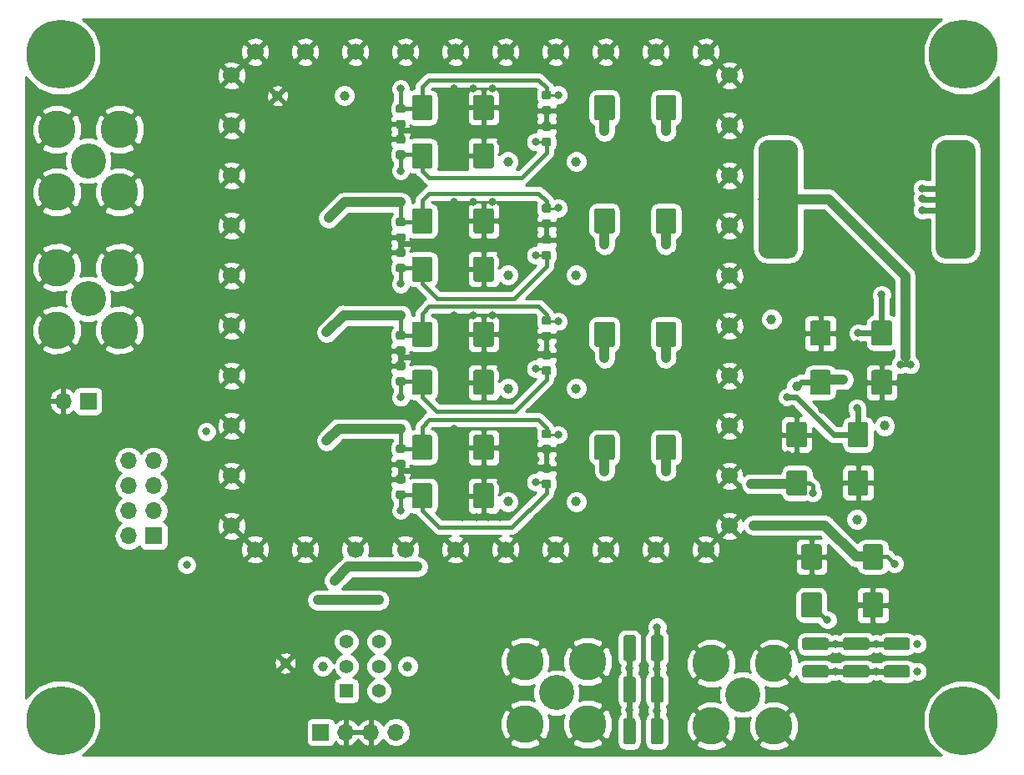
<source format=gbr>
G04 #@! TF.GenerationSoftware,KiCad,Pcbnew,6.0.0-rc1-unknown-589e1f6~66~ubuntu18.04.1*
G04 #@! TF.CreationDate,2018-11-04T22:43:28+01:00*
G04 #@! TF.ProjectId,Ntester,4e746573-7465-4722-9e6b-696361645f70,rev?*
G04 #@! TF.SameCoordinates,Original*
G04 #@! TF.FileFunction,Copper,L4,Bot*
G04 #@! TF.FilePolarity,Positive*
%FSLAX46Y46*%
G04 Gerber Fmt 4.6, Leading zero omitted, Abs format (unit mm)*
G04 Created by KiCad (PCBNEW 6.0.0-rc1-unknown-589e1f6~66~ubuntu18.04.1) date nie, 4 lis 2018, 22:43:28*
%MOMM*%
%LPD*%
G01*
G04 APERTURE LIST*
G04 #@! TA.AperFunction,ComponentPad*
%ADD10C,3.810000*%
G04 #@! TD*
G04 #@! TA.AperFunction,ComponentPad*
%ADD11C,3.556000*%
G04 #@! TD*
G04 #@! TA.AperFunction,ComponentPad*
%ADD12O,1.700000X1.700000*%
G04 #@! TD*
G04 #@! TA.AperFunction,ComponentPad*
%ADD13R,1.700000X1.700000*%
G04 #@! TD*
G04 #@! TA.AperFunction,Conductor*
%ADD14C,0.100000*%
G04 #@! TD*
G04 #@! TA.AperFunction,SMDPad,CuDef*
%ADD15C,2.075000*%
G04 #@! TD*
G04 #@! TA.AperFunction,SMDPad,CuDef*
%ADD16C,0.875000*%
G04 #@! TD*
G04 #@! TA.AperFunction,ComponentPad*
%ADD17C,1.000000*%
G04 #@! TD*
G04 #@! TA.AperFunction,SMDPad,CuDef*
%ADD18C,1.250000*%
G04 #@! TD*
G04 #@! TA.AperFunction,ComponentPad*
%ADD19C,1.400000*%
G04 #@! TD*
G04 #@! TA.AperFunction,ComponentPad*
%ADD20R,1.400000X1.400000*%
G04 #@! TD*
G04 #@! TA.AperFunction,SMDPad,CuDef*
%ADD21C,4.000000*%
G04 #@! TD*
G04 #@! TA.AperFunction,ComponentPad*
%ADD22C,0.800000*%
G04 #@! TD*
G04 #@! TA.AperFunction,ComponentPad*
%ADD23C,7.000000*%
G04 #@! TD*
G04 #@! TA.AperFunction,ComponentPad*
%ADD24C,1.700000*%
G04 #@! TD*
G04 #@! TA.AperFunction,ViaPad*
%ADD25C,0.800000*%
G04 #@! TD*
G04 #@! TA.AperFunction,ViaPad*
%ADD26C,1.000000*%
G04 #@! TD*
G04 #@! TA.AperFunction,Conductor*
%ADD27C,0.350000*%
G04 #@! TD*
G04 #@! TA.AperFunction,Conductor*
%ADD28C,0.600000*%
G04 #@! TD*
G04 #@! TA.AperFunction,Conductor*
%ADD29C,0.400000*%
G04 #@! TD*
G04 #@! TA.AperFunction,Conductor*
%ADD30C,0.250000*%
G04 #@! TD*
G04 #@! TA.AperFunction,Conductor*
%ADD31C,1.000000*%
G04 #@! TD*
G04 #@! TA.AperFunction,Conductor*
%ADD32C,0.254000*%
G04 #@! TD*
G04 APERTURE END LIST*
D10*
G04 #@! TO.P,J6,2*
G04 #@! TO.N,GND*
X102575000Y-164375000D03*
X96225000Y-164375000D03*
X102575000Y-158025000D03*
D11*
G04 #@! TO.P,J6,1*
G04 #@! TO.N,/GainBlock/1MHZ_OUT*
X99400000Y-161200000D03*
D10*
G04 #@! TO.P,J6,2*
G04 #@! TO.N,GND*
X96225000Y-158025000D03*
G04 #@! TD*
D12*
G04 #@! TO.P,J8,4*
G04 #@! TO.N,Net-(F2-Pad2)*
X64220000Y-165000000D03*
G04 #@! TO.P,J8,3*
G04 #@! TO.N,GND*
X61680000Y-165000000D03*
G04 #@! TO.P,J8,2*
X59140000Y-165000000D03*
D13*
G04 #@! TO.P,J8,1*
G04 #@! TO.N,Net-(F1-Pad2)*
X56600000Y-165000000D03*
G04 #@! TD*
D14*
G04 #@! TO.N,+5V*
G04 #@! TO.C,C85*
G36*
X67699504Y-134826204D02*
X67723773Y-134829804D01*
X67747571Y-134835765D01*
X67770671Y-134844030D01*
X67792849Y-134854520D01*
X67813893Y-134867133D01*
X67833598Y-134881747D01*
X67851777Y-134898223D01*
X67868253Y-134916402D01*
X67882867Y-134936107D01*
X67895480Y-134957151D01*
X67905970Y-134979329D01*
X67914235Y-135002429D01*
X67920196Y-135026227D01*
X67923796Y-135050496D01*
X67925000Y-135075000D01*
X67925000Y-137125000D01*
X67923796Y-137149504D01*
X67920196Y-137173773D01*
X67914235Y-137197571D01*
X67905970Y-137220671D01*
X67895480Y-137242849D01*
X67882867Y-137263893D01*
X67868253Y-137283598D01*
X67851777Y-137301777D01*
X67833598Y-137318253D01*
X67813893Y-137332867D01*
X67792849Y-137345480D01*
X67770671Y-137355970D01*
X67747571Y-137364235D01*
X67723773Y-137370196D01*
X67699504Y-137373796D01*
X67675000Y-137375000D01*
X66100000Y-137375000D01*
X66075496Y-137373796D01*
X66051227Y-137370196D01*
X66027429Y-137364235D01*
X66004329Y-137355970D01*
X65982151Y-137345480D01*
X65961107Y-137332867D01*
X65941402Y-137318253D01*
X65923223Y-137301777D01*
X65906747Y-137283598D01*
X65892133Y-137263893D01*
X65879520Y-137242849D01*
X65869030Y-137220671D01*
X65860765Y-137197571D01*
X65854804Y-137173773D01*
X65851204Y-137149504D01*
X65850000Y-137125000D01*
X65850000Y-135075000D01*
X65851204Y-135050496D01*
X65854804Y-135026227D01*
X65860765Y-135002429D01*
X65869030Y-134979329D01*
X65879520Y-134957151D01*
X65892133Y-134936107D01*
X65906747Y-134916402D01*
X65923223Y-134898223D01*
X65941402Y-134881747D01*
X65961107Y-134867133D01*
X65982151Y-134854520D01*
X66004329Y-134844030D01*
X66027429Y-134835765D01*
X66051227Y-134829804D01*
X66075496Y-134826204D01*
X66100000Y-134825000D01*
X67675000Y-134825000D01*
X67699504Y-134826204D01*
X67699504Y-134826204D01*
G37*
D15*
G04 #@! TD*
G04 #@! TO.P,C85,1*
G04 #@! TO.N,+5V*
X66887500Y-136100000D03*
D14*
G04 #@! TO.N,GND*
G04 #@! TO.C,C85*
G36*
X73924504Y-134826204D02*
X73948773Y-134829804D01*
X73972571Y-134835765D01*
X73995671Y-134844030D01*
X74017849Y-134854520D01*
X74038893Y-134867133D01*
X74058598Y-134881747D01*
X74076777Y-134898223D01*
X74093253Y-134916402D01*
X74107867Y-134936107D01*
X74120480Y-134957151D01*
X74130970Y-134979329D01*
X74139235Y-135002429D01*
X74145196Y-135026227D01*
X74148796Y-135050496D01*
X74150000Y-135075000D01*
X74150000Y-137125000D01*
X74148796Y-137149504D01*
X74145196Y-137173773D01*
X74139235Y-137197571D01*
X74130970Y-137220671D01*
X74120480Y-137242849D01*
X74107867Y-137263893D01*
X74093253Y-137283598D01*
X74076777Y-137301777D01*
X74058598Y-137318253D01*
X74038893Y-137332867D01*
X74017849Y-137345480D01*
X73995671Y-137355970D01*
X73972571Y-137364235D01*
X73948773Y-137370196D01*
X73924504Y-137373796D01*
X73900000Y-137375000D01*
X72325000Y-137375000D01*
X72300496Y-137373796D01*
X72276227Y-137370196D01*
X72252429Y-137364235D01*
X72229329Y-137355970D01*
X72207151Y-137345480D01*
X72186107Y-137332867D01*
X72166402Y-137318253D01*
X72148223Y-137301777D01*
X72131747Y-137283598D01*
X72117133Y-137263893D01*
X72104520Y-137242849D01*
X72094030Y-137220671D01*
X72085765Y-137197571D01*
X72079804Y-137173773D01*
X72076204Y-137149504D01*
X72075000Y-137125000D01*
X72075000Y-135075000D01*
X72076204Y-135050496D01*
X72079804Y-135026227D01*
X72085765Y-135002429D01*
X72094030Y-134979329D01*
X72104520Y-134957151D01*
X72117133Y-134936107D01*
X72131747Y-134916402D01*
X72148223Y-134898223D01*
X72166402Y-134881747D01*
X72186107Y-134867133D01*
X72207151Y-134854520D01*
X72229329Y-134844030D01*
X72252429Y-134835765D01*
X72276227Y-134829804D01*
X72300496Y-134826204D01*
X72325000Y-134825000D01*
X73900000Y-134825000D01*
X73924504Y-134826204D01*
X73924504Y-134826204D01*
G37*
D15*
G04 #@! TD*
G04 #@! TO.P,C85,2*
G04 #@! TO.N,GND*
X73112500Y-136100000D03*
D14*
G04 #@! TO.N,GND*
G04 #@! TO.C,C81*
G36*
X73924504Y-139726204D02*
X73948773Y-139729804D01*
X73972571Y-139735765D01*
X73995671Y-139744030D01*
X74017849Y-139754520D01*
X74038893Y-139767133D01*
X74058598Y-139781747D01*
X74076777Y-139798223D01*
X74093253Y-139816402D01*
X74107867Y-139836107D01*
X74120480Y-139857151D01*
X74130970Y-139879329D01*
X74139235Y-139902429D01*
X74145196Y-139926227D01*
X74148796Y-139950496D01*
X74150000Y-139975000D01*
X74150000Y-142025000D01*
X74148796Y-142049504D01*
X74145196Y-142073773D01*
X74139235Y-142097571D01*
X74130970Y-142120671D01*
X74120480Y-142142849D01*
X74107867Y-142163893D01*
X74093253Y-142183598D01*
X74076777Y-142201777D01*
X74058598Y-142218253D01*
X74038893Y-142232867D01*
X74017849Y-142245480D01*
X73995671Y-142255970D01*
X73972571Y-142264235D01*
X73948773Y-142270196D01*
X73924504Y-142273796D01*
X73900000Y-142275000D01*
X72325000Y-142275000D01*
X72300496Y-142273796D01*
X72276227Y-142270196D01*
X72252429Y-142264235D01*
X72229329Y-142255970D01*
X72207151Y-142245480D01*
X72186107Y-142232867D01*
X72166402Y-142218253D01*
X72148223Y-142201777D01*
X72131747Y-142183598D01*
X72117133Y-142163893D01*
X72104520Y-142142849D01*
X72094030Y-142120671D01*
X72085765Y-142097571D01*
X72079804Y-142073773D01*
X72076204Y-142049504D01*
X72075000Y-142025000D01*
X72075000Y-139975000D01*
X72076204Y-139950496D01*
X72079804Y-139926227D01*
X72085765Y-139902429D01*
X72094030Y-139879329D01*
X72104520Y-139857151D01*
X72117133Y-139836107D01*
X72131747Y-139816402D01*
X72148223Y-139798223D01*
X72166402Y-139781747D01*
X72186107Y-139767133D01*
X72207151Y-139754520D01*
X72229329Y-139744030D01*
X72252429Y-139735765D01*
X72276227Y-139729804D01*
X72300496Y-139726204D01*
X72325000Y-139725000D01*
X73900000Y-139725000D01*
X73924504Y-139726204D01*
X73924504Y-139726204D01*
G37*
D15*
G04 #@! TD*
G04 #@! TO.P,C81,1*
G04 #@! TO.N,GND*
X73112500Y-141000000D03*
D14*
G04 #@! TO.N,-5V*
G04 #@! TO.C,C81*
G36*
X67699504Y-139726204D02*
X67723773Y-139729804D01*
X67747571Y-139735765D01*
X67770671Y-139744030D01*
X67792849Y-139754520D01*
X67813893Y-139767133D01*
X67833598Y-139781747D01*
X67851777Y-139798223D01*
X67868253Y-139816402D01*
X67882867Y-139836107D01*
X67895480Y-139857151D01*
X67905970Y-139879329D01*
X67914235Y-139902429D01*
X67920196Y-139926227D01*
X67923796Y-139950496D01*
X67925000Y-139975000D01*
X67925000Y-142025000D01*
X67923796Y-142049504D01*
X67920196Y-142073773D01*
X67914235Y-142097571D01*
X67905970Y-142120671D01*
X67895480Y-142142849D01*
X67882867Y-142163893D01*
X67868253Y-142183598D01*
X67851777Y-142201777D01*
X67833598Y-142218253D01*
X67813893Y-142232867D01*
X67792849Y-142245480D01*
X67770671Y-142255970D01*
X67747571Y-142264235D01*
X67723773Y-142270196D01*
X67699504Y-142273796D01*
X67675000Y-142275000D01*
X66100000Y-142275000D01*
X66075496Y-142273796D01*
X66051227Y-142270196D01*
X66027429Y-142264235D01*
X66004329Y-142255970D01*
X65982151Y-142245480D01*
X65961107Y-142232867D01*
X65941402Y-142218253D01*
X65923223Y-142201777D01*
X65906747Y-142183598D01*
X65892133Y-142163893D01*
X65879520Y-142142849D01*
X65869030Y-142120671D01*
X65860765Y-142097571D01*
X65854804Y-142073773D01*
X65851204Y-142049504D01*
X65850000Y-142025000D01*
X65850000Y-139975000D01*
X65851204Y-139950496D01*
X65854804Y-139926227D01*
X65860765Y-139902429D01*
X65869030Y-139879329D01*
X65879520Y-139857151D01*
X65892133Y-139836107D01*
X65906747Y-139816402D01*
X65923223Y-139798223D01*
X65941402Y-139781747D01*
X65961107Y-139767133D01*
X65982151Y-139754520D01*
X66004329Y-139744030D01*
X66027429Y-139735765D01*
X66051227Y-139729804D01*
X66075496Y-139726204D01*
X66100000Y-139725000D01*
X67675000Y-139725000D01*
X67699504Y-139726204D01*
X67699504Y-139726204D01*
G37*
D15*
G04 #@! TD*
G04 #@! TO.P,C81,2*
G04 #@! TO.N,-5V*
X66887500Y-141000000D03*
D14*
G04 #@! TO.N,GND*
G04 #@! TO.C,C86*
G36*
X64977691Y-138876053D02*
X64998926Y-138879203D01*
X65019750Y-138884419D01*
X65039962Y-138891651D01*
X65059368Y-138900830D01*
X65077781Y-138911866D01*
X65095024Y-138924654D01*
X65110930Y-138939070D01*
X65125346Y-138954976D01*
X65138134Y-138972219D01*
X65149170Y-138990632D01*
X65158349Y-139010038D01*
X65165581Y-139030250D01*
X65170797Y-139051074D01*
X65173947Y-139072309D01*
X65175000Y-139093750D01*
X65175000Y-139531250D01*
X65173947Y-139552691D01*
X65170797Y-139573926D01*
X65165581Y-139594750D01*
X65158349Y-139614962D01*
X65149170Y-139634368D01*
X65138134Y-139652781D01*
X65125346Y-139670024D01*
X65110930Y-139685930D01*
X65095024Y-139700346D01*
X65077781Y-139713134D01*
X65059368Y-139724170D01*
X65039962Y-139733349D01*
X65019750Y-139740581D01*
X64998926Y-139745797D01*
X64977691Y-139748947D01*
X64956250Y-139750000D01*
X64443750Y-139750000D01*
X64422309Y-139748947D01*
X64401074Y-139745797D01*
X64380250Y-139740581D01*
X64360038Y-139733349D01*
X64340632Y-139724170D01*
X64322219Y-139713134D01*
X64304976Y-139700346D01*
X64289070Y-139685930D01*
X64274654Y-139670024D01*
X64261866Y-139652781D01*
X64250830Y-139634368D01*
X64241651Y-139614962D01*
X64234419Y-139594750D01*
X64229203Y-139573926D01*
X64226053Y-139552691D01*
X64225000Y-139531250D01*
X64225000Y-139093750D01*
X64226053Y-139072309D01*
X64229203Y-139051074D01*
X64234419Y-139030250D01*
X64241651Y-139010038D01*
X64250830Y-138990632D01*
X64261866Y-138972219D01*
X64274654Y-138954976D01*
X64289070Y-138939070D01*
X64304976Y-138924654D01*
X64322219Y-138911866D01*
X64340632Y-138900830D01*
X64360038Y-138891651D01*
X64380250Y-138884419D01*
X64401074Y-138879203D01*
X64422309Y-138876053D01*
X64443750Y-138875000D01*
X64956250Y-138875000D01*
X64977691Y-138876053D01*
X64977691Y-138876053D01*
G37*
D16*
G04 #@! TD*
G04 #@! TO.P,C86,1*
G04 #@! TO.N,GND*
X64700000Y-139312500D03*
D14*
G04 #@! TO.N,-5V*
G04 #@! TO.C,C86*
G36*
X64977691Y-140451053D02*
X64998926Y-140454203D01*
X65019750Y-140459419D01*
X65039962Y-140466651D01*
X65059368Y-140475830D01*
X65077781Y-140486866D01*
X65095024Y-140499654D01*
X65110930Y-140514070D01*
X65125346Y-140529976D01*
X65138134Y-140547219D01*
X65149170Y-140565632D01*
X65158349Y-140585038D01*
X65165581Y-140605250D01*
X65170797Y-140626074D01*
X65173947Y-140647309D01*
X65175000Y-140668750D01*
X65175000Y-141106250D01*
X65173947Y-141127691D01*
X65170797Y-141148926D01*
X65165581Y-141169750D01*
X65158349Y-141189962D01*
X65149170Y-141209368D01*
X65138134Y-141227781D01*
X65125346Y-141245024D01*
X65110930Y-141260930D01*
X65095024Y-141275346D01*
X65077781Y-141288134D01*
X65059368Y-141299170D01*
X65039962Y-141308349D01*
X65019750Y-141315581D01*
X64998926Y-141320797D01*
X64977691Y-141323947D01*
X64956250Y-141325000D01*
X64443750Y-141325000D01*
X64422309Y-141323947D01*
X64401074Y-141320797D01*
X64380250Y-141315581D01*
X64360038Y-141308349D01*
X64340632Y-141299170D01*
X64322219Y-141288134D01*
X64304976Y-141275346D01*
X64289070Y-141260930D01*
X64274654Y-141245024D01*
X64261866Y-141227781D01*
X64250830Y-141209368D01*
X64241651Y-141189962D01*
X64234419Y-141169750D01*
X64229203Y-141148926D01*
X64226053Y-141127691D01*
X64225000Y-141106250D01*
X64225000Y-140668750D01*
X64226053Y-140647309D01*
X64229203Y-140626074D01*
X64234419Y-140605250D01*
X64241651Y-140585038D01*
X64250830Y-140565632D01*
X64261866Y-140547219D01*
X64274654Y-140529976D01*
X64289070Y-140514070D01*
X64304976Y-140499654D01*
X64322219Y-140486866D01*
X64340632Y-140475830D01*
X64360038Y-140466651D01*
X64380250Y-140459419D01*
X64401074Y-140454203D01*
X64422309Y-140451053D01*
X64443750Y-140450000D01*
X64956250Y-140450000D01*
X64977691Y-140451053D01*
X64977691Y-140451053D01*
G37*
D16*
G04 #@! TD*
G04 #@! TO.P,C86,2*
G04 #@! TO.N,-5V*
X64700000Y-140887500D03*
D17*
G04 #@! TO.P,TP18,1*
G04 #@! TO.N,Net-(C79-Pad1)*
X82500000Y-141600000D03*
G04 #@! TD*
D14*
G04 #@! TO.N,Net-(C82-Pad1)*
G04 #@! TO.C,C82*
G36*
X92424504Y-134826204D02*
X92448773Y-134829804D01*
X92472571Y-134835765D01*
X92495671Y-134844030D01*
X92517849Y-134854520D01*
X92538893Y-134867133D01*
X92558598Y-134881747D01*
X92576777Y-134898223D01*
X92593253Y-134916402D01*
X92607867Y-134936107D01*
X92620480Y-134957151D01*
X92630970Y-134979329D01*
X92639235Y-135002429D01*
X92645196Y-135026227D01*
X92648796Y-135050496D01*
X92650000Y-135075000D01*
X92650000Y-137125000D01*
X92648796Y-137149504D01*
X92645196Y-137173773D01*
X92639235Y-137197571D01*
X92630970Y-137220671D01*
X92620480Y-137242849D01*
X92607867Y-137263893D01*
X92593253Y-137283598D01*
X92576777Y-137301777D01*
X92558598Y-137318253D01*
X92538893Y-137332867D01*
X92517849Y-137345480D01*
X92495671Y-137355970D01*
X92472571Y-137364235D01*
X92448773Y-137370196D01*
X92424504Y-137373796D01*
X92400000Y-137375000D01*
X90825000Y-137375000D01*
X90800496Y-137373796D01*
X90776227Y-137370196D01*
X90752429Y-137364235D01*
X90729329Y-137355970D01*
X90707151Y-137345480D01*
X90686107Y-137332867D01*
X90666402Y-137318253D01*
X90648223Y-137301777D01*
X90631747Y-137283598D01*
X90617133Y-137263893D01*
X90604520Y-137242849D01*
X90594030Y-137220671D01*
X90585765Y-137197571D01*
X90579804Y-137173773D01*
X90576204Y-137149504D01*
X90575000Y-137125000D01*
X90575000Y-135075000D01*
X90576204Y-135050496D01*
X90579804Y-135026227D01*
X90585765Y-135002429D01*
X90594030Y-134979329D01*
X90604520Y-134957151D01*
X90617133Y-134936107D01*
X90631747Y-134916402D01*
X90648223Y-134898223D01*
X90666402Y-134881747D01*
X90686107Y-134867133D01*
X90707151Y-134854520D01*
X90729329Y-134844030D01*
X90752429Y-134835765D01*
X90776227Y-134829804D01*
X90800496Y-134826204D01*
X90825000Y-134825000D01*
X92400000Y-134825000D01*
X92424504Y-134826204D01*
X92424504Y-134826204D01*
G37*
D15*
G04 #@! TD*
G04 #@! TO.P,C82,1*
G04 #@! TO.N,Net-(C82-Pad1)*
X91612500Y-136100000D03*
D14*
G04 #@! TO.N,Net-(C79-Pad1)*
G04 #@! TO.C,C82*
G36*
X86199504Y-134826204D02*
X86223773Y-134829804D01*
X86247571Y-134835765D01*
X86270671Y-134844030D01*
X86292849Y-134854520D01*
X86313893Y-134867133D01*
X86333598Y-134881747D01*
X86351777Y-134898223D01*
X86368253Y-134916402D01*
X86382867Y-134936107D01*
X86395480Y-134957151D01*
X86405970Y-134979329D01*
X86414235Y-135002429D01*
X86420196Y-135026227D01*
X86423796Y-135050496D01*
X86425000Y-135075000D01*
X86425000Y-137125000D01*
X86423796Y-137149504D01*
X86420196Y-137173773D01*
X86414235Y-137197571D01*
X86405970Y-137220671D01*
X86395480Y-137242849D01*
X86382867Y-137263893D01*
X86368253Y-137283598D01*
X86351777Y-137301777D01*
X86333598Y-137318253D01*
X86313893Y-137332867D01*
X86292849Y-137345480D01*
X86270671Y-137355970D01*
X86247571Y-137364235D01*
X86223773Y-137370196D01*
X86199504Y-137373796D01*
X86175000Y-137375000D01*
X84600000Y-137375000D01*
X84575496Y-137373796D01*
X84551227Y-137370196D01*
X84527429Y-137364235D01*
X84504329Y-137355970D01*
X84482151Y-137345480D01*
X84461107Y-137332867D01*
X84441402Y-137318253D01*
X84423223Y-137301777D01*
X84406747Y-137283598D01*
X84392133Y-137263893D01*
X84379520Y-137242849D01*
X84369030Y-137220671D01*
X84360765Y-137197571D01*
X84354804Y-137173773D01*
X84351204Y-137149504D01*
X84350000Y-137125000D01*
X84350000Y-135075000D01*
X84351204Y-135050496D01*
X84354804Y-135026227D01*
X84360765Y-135002429D01*
X84369030Y-134979329D01*
X84379520Y-134957151D01*
X84392133Y-134936107D01*
X84406747Y-134916402D01*
X84423223Y-134898223D01*
X84441402Y-134881747D01*
X84461107Y-134867133D01*
X84482151Y-134854520D01*
X84504329Y-134844030D01*
X84527429Y-134835765D01*
X84551227Y-134829804D01*
X84575496Y-134826204D01*
X84600000Y-134825000D01*
X86175000Y-134825000D01*
X86199504Y-134826204D01*
X86199504Y-134826204D01*
G37*
D15*
G04 #@! TD*
G04 #@! TO.P,C82,2*
G04 #@! TO.N,Net-(C79-Pad1)*
X85387500Y-136100000D03*
D14*
G04 #@! TO.N,+5V*
G04 #@! TO.C,C87*
G36*
X64977691Y-135776053D02*
X64998926Y-135779203D01*
X65019750Y-135784419D01*
X65039962Y-135791651D01*
X65059368Y-135800830D01*
X65077781Y-135811866D01*
X65095024Y-135824654D01*
X65110930Y-135839070D01*
X65125346Y-135854976D01*
X65138134Y-135872219D01*
X65149170Y-135890632D01*
X65158349Y-135910038D01*
X65165581Y-135930250D01*
X65170797Y-135951074D01*
X65173947Y-135972309D01*
X65175000Y-135993750D01*
X65175000Y-136431250D01*
X65173947Y-136452691D01*
X65170797Y-136473926D01*
X65165581Y-136494750D01*
X65158349Y-136514962D01*
X65149170Y-136534368D01*
X65138134Y-136552781D01*
X65125346Y-136570024D01*
X65110930Y-136585930D01*
X65095024Y-136600346D01*
X65077781Y-136613134D01*
X65059368Y-136624170D01*
X65039962Y-136633349D01*
X65019750Y-136640581D01*
X64998926Y-136645797D01*
X64977691Y-136648947D01*
X64956250Y-136650000D01*
X64443750Y-136650000D01*
X64422309Y-136648947D01*
X64401074Y-136645797D01*
X64380250Y-136640581D01*
X64360038Y-136633349D01*
X64340632Y-136624170D01*
X64322219Y-136613134D01*
X64304976Y-136600346D01*
X64289070Y-136585930D01*
X64274654Y-136570024D01*
X64261866Y-136552781D01*
X64250830Y-136534368D01*
X64241651Y-136514962D01*
X64234419Y-136494750D01*
X64229203Y-136473926D01*
X64226053Y-136452691D01*
X64225000Y-136431250D01*
X64225000Y-135993750D01*
X64226053Y-135972309D01*
X64229203Y-135951074D01*
X64234419Y-135930250D01*
X64241651Y-135910038D01*
X64250830Y-135890632D01*
X64261866Y-135872219D01*
X64274654Y-135854976D01*
X64289070Y-135839070D01*
X64304976Y-135824654D01*
X64322219Y-135811866D01*
X64340632Y-135800830D01*
X64360038Y-135791651D01*
X64380250Y-135784419D01*
X64401074Y-135779203D01*
X64422309Y-135776053D01*
X64443750Y-135775000D01*
X64956250Y-135775000D01*
X64977691Y-135776053D01*
X64977691Y-135776053D01*
G37*
D16*
G04 #@! TD*
G04 #@! TO.P,C87,1*
G04 #@! TO.N,+5V*
X64700000Y-136212500D03*
D14*
G04 #@! TO.N,GND*
G04 #@! TO.C,C87*
G36*
X64977691Y-137351053D02*
X64998926Y-137354203D01*
X65019750Y-137359419D01*
X65039962Y-137366651D01*
X65059368Y-137375830D01*
X65077781Y-137386866D01*
X65095024Y-137399654D01*
X65110930Y-137414070D01*
X65125346Y-137429976D01*
X65138134Y-137447219D01*
X65149170Y-137465632D01*
X65158349Y-137485038D01*
X65165581Y-137505250D01*
X65170797Y-137526074D01*
X65173947Y-137547309D01*
X65175000Y-137568750D01*
X65175000Y-138006250D01*
X65173947Y-138027691D01*
X65170797Y-138048926D01*
X65165581Y-138069750D01*
X65158349Y-138089962D01*
X65149170Y-138109368D01*
X65138134Y-138127781D01*
X65125346Y-138145024D01*
X65110930Y-138160930D01*
X65095024Y-138175346D01*
X65077781Y-138188134D01*
X65059368Y-138199170D01*
X65039962Y-138208349D01*
X65019750Y-138215581D01*
X64998926Y-138220797D01*
X64977691Y-138223947D01*
X64956250Y-138225000D01*
X64443750Y-138225000D01*
X64422309Y-138223947D01*
X64401074Y-138220797D01*
X64380250Y-138215581D01*
X64360038Y-138208349D01*
X64340632Y-138199170D01*
X64322219Y-138188134D01*
X64304976Y-138175346D01*
X64289070Y-138160930D01*
X64274654Y-138145024D01*
X64261866Y-138127781D01*
X64250830Y-138109368D01*
X64241651Y-138089962D01*
X64234419Y-138069750D01*
X64229203Y-138048926D01*
X64226053Y-138027691D01*
X64225000Y-138006250D01*
X64225000Y-137568750D01*
X64226053Y-137547309D01*
X64229203Y-137526074D01*
X64234419Y-137505250D01*
X64241651Y-137485038D01*
X64250830Y-137465632D01*
X64261866Y-137447219D01*
X64274654Y-137429976D01*
X64289070Y-137414070D01*
X64304976Y-137399654D01*
X64322219Y-137386866D01*
X64340632Y-137375830D01*
X64360038Y-137366651D01*
X64380250Y-137359419D01*
X64401074Y-137354203D01*
X64422309Y-137351053D01*
X64443750Y-137350000D01*
X64956250Y-137350000D01*
X64977691Y-137351053D01*
X64977691Y-137351053D01*
G37*
D16*
G04 #@! TD*
G04 #@! TO.P,C87,2*
G04 #@! TO.N,GND*
X64700000Y-137787500D03*
D14*
G04 #@! TO.N,+5V*
G04 #@! TO.C,C78*
G36*
X79777691Y-134276053D02*
X79798926Y-134279203D01*
X79819750Y-134284419D01*
X79839962Y-134291651D01*
X79859368Y-134300830D01*
X79877781Y-134311866D01*
X79895024Y-134324654D01*
X79910930Y-134339070D01*
X79925346Y-134354976D01*
X79938134Y-134372219D01*
X79949170Y-134390632D01*
X79958349Y-134410038D01*
X79965581Y-134430250D01*
X79970797Y-134451074D01*
X79973947Y-134472309D01*
X79975000Y-134493750D01*
X79975000Y-134931250D01*
X79973947Y-134952691D01*
X79970797Y-134973926D01*
X79965581Y-134994750D01*
X79958349Y-135014962D01*
X79949170Y-135034368D01*
X79938134Y-135052781D01*
X79925346Y-135070024D01*
X79910930Y-135085930D01*
X79895024Y-135100346D01*
X79877781Y-135113134D01*
X79859368Y-135124170D01*
X79839962Y-135133349D01*
X79819750Y-135140581D01*
X79798926Y-135145797D01*
X79777691Y-135148947D01*
X79756250Y-135150000D01*
X79243750Y-135150000D01*
X79222309Y-135148947D01*
X79201074Y-135145797D01*
X79180250Y-135140581D01*
X79160038Y-135133349D01*
X79140632Y-135124170D01*
X79122219Y-135113134D01*
X79104976Y-135100346D01*
X79089070Y-135085930D01*
X79074654Y-135070024D01*
X79061866Y-135052781D01*
X79050830Y-135034368D01*
X79041651Y-135014962D01*
X79034419Y-134994750D01*
X79029203Y-134973926D01*
X79026053Y-134952691D01*
X79025000Y-134931250D01*
X79025000Y-134493750D01*
X79026053Y-134472309D01*
X79029203Y-134451074D01*
X79034419Y-134430250D01*
X79041651Y-134410038D01*
X79050830Y-134390632D01*
X79061866Y-134372219D01*
X79074654Y-134354976D01*
X79089070Y-134339070D01*
X79104976Y-134324654D01*
X79122219Y-134311866D01*
X79140632Y-134300830D01*
X79160038Y-134291651D01*
X79180250Y-134284419D01*
X79201074Y-134279203D01*
X79222309Y-134276053D01*
X79243750Y-134275000D01*
X79756250Y-134275000D01*
X79777691Y-134276053D01*
X79777691Y-134276053D01*
G37*
D16*
G04 #@! TD*
G04 #@! TO.P,C78,1*
G04 #@! TO.N,+5V*
X79500000Y-134712500D03*
D14*
G04 #@! TO.N,GND*
G04 #@! TO.C,C78*
G36*
X79777691Y-135851053D02*
X79798926Y-135854203D01*
X79819750Y-135859419D01*
X79839962Y-135866651D01*
X79859368Y-135875830D01*
X79877781Y-135886866D01*
X79895024Y-135899654D01*
X79910930Y-135914070D01*
X79925346Y-135929976D01*
X79938134Y-135947219D01*
X79949170Y-135965632D01*
X79958349Y-135985038D01*
X79965581Y-136005250D01*
X79970797Y-136026074D01*
X79973947Y-136047309D01*
X79975000Y-136068750D01*
X79975000Y-136506250D01*
X79973947Y-136527691D01*
X79970797Y-136548926D01*
X79965581Y-136569750D01*
X79958349Y-136589962D01*
X79949170Y-136609368D01*
X79938134Y-136627781D01*
X79925346Y-136645024D01*
X79910930Y-136660930D01*
X79895024Y-136675346D01*
X79877781Y-136688134D01*
X79859368Y-136699170D01*
X79839962Y-136708349D01*
X79819750Y-136715581D01*
X79798926Y-136720797D01*
X79777691Y-136723947D01*
X79756250Y-136725000D01*
X79243750Y-136725000D01*
X79222309Y-136723947D01*
X79201074Y-136720797D01*
X79180250Y-136715581D01*
X79160038Y-136708349D01*
X79140632Y-136699170D01*
X79122219Y-136688134D01*
X79104976Y-136675346D01*
X79089070Y-136660930D01*
X79074654Y-136645024D01*
X79061866Y-136627781D01*
X79050830Y-136609368D01*
X79041651Y-136589962D01*
X79034419Y-136569750D01*
X79029203Y-136548926D01*
X79026053Y-136527691D01*
X79025000Y-136506250D01*
X79025000Y-136068750D01*
X79026053Y-136047309D01*
X79029203Y-136026074D01*
X79034419Y-136005250D01*
X79041651Y-135985038D01*
X79050830Y-135965632D01*
X79061866Y-135947219D01*
X79074654Y-135929976D01*
X79089070Y-135914070D01*
X79104976Y-135899654D01*
X79122219Y-135886866D01*
X79140632Y-135875830D01*
X79160038Y-135866651D01*
X79180250Y-135859419D01*
X79201074Y-135854203D01*
X79222309Y-135851053D01*
X79243750Y-135850000D01*
X79756250Y-135850000D01*
X79777691Y-135851053D01*
X79777691Y-135851053D01*
G37*
D16*
G04 #@! TD*
G04 #@! TO.P,C78,2*
G04 #@! TO.N,GND*
X79500000Y-136287500D03*
D17*
G04 #@! TO.P,TP17,1*
G04 #@! TO.N,Net-(Q4-Pad5)*
X75600000Y-141600000D03*
G04 #@! TD*
D14*
G04 #@! TO.N,GND*
G04 #@! TO.C,C80*
G36*
X79777691Y-137776053D02*
X79798926Y-137779203D01*
X79819750Y-137784419D01*
X79839962Y-137791651D01*
X79859368Y-137800830D01*
X79877781Y-137811866D01*
X79895024Y-137824654D01*
X79910930Y-137839070D01*
X79925346Y-137854976D01*
X79938134Y-137872219D01*
X79949170Y-137890632D01*
X79958349Y-137910038D01*
X79965581Y-137930250D01*
X79970797Y-137951074D01*
X79973947Y-137972309D01*
X79975000Y-137993750D01*
X79975000Y-138431250D01*
X79973947Y-138452691D01*
X79970797Y-138473926D01*
X79965581Y-138494750D01*
X79958349Y-138514962D01*
X79949170Y-138534368D01*
X79938134Y-138552781D01*
X79925346Y-138570024D01*
X79910930Y-138585930D01*
X79895024Y-138600346D01*
X79877781Y-138613134D01*
X79859368Y-138624170D01*
X79839962Y-138633349D01*
X79819750Y-138640581D01*
X79798926Y-138645797D01*
X79777691Y-138648947D01*
X79756250Y-138650000D01*
X79243750Y-138650000D01*
X79222309Y-138648947D01*
X79201074Y-138645797D01*
X79180250Y-138640581D01*
X79160038Y-138633349D01*
X79140632Y-138624170D01*
X79122219Y-138613134D01*
X79104976Y-138600346D01*
X79089070Y-138585930D01*
X79074654Y-138570024D01*
X79061866Y-138552781D01*
X79050830Y-138534368D01*
X79041651Y-138514962D01*
X79034419Y-138494750D01*
X79029203Y-138473926D01*
X79026053Y-138452691D01*
X79025000Y-138431250D01*
X79025000Y-137993750D01*
X79026053Y-137972309D01*
X79029203Y-137951074D01*
X79034419Y-137930250D01*
X79041651Y-137910038D01*
X79050830Y-137890632D01*
X79061866Y-137872219D01*
X79074654Y-137854976D01*
X79089070Y-137839070D01*
X79104976Y-137824654D01*
X79122219Y-137811866D01*
X79140632Y-137800830D01*
X79160038Y-137791651D01*
X79180250Y-137784419D01*
X79201074Y-137779203D01*
X79222309Y-137776053D01*
X79243750Y-137775000D01*
X79756250Y-137775000D01*
X79777691Y-137776053D01*
X79777691Y-137776053D01*
G37*
D16*
G04 #@! TD*
G04 #@! TO.P,C80,1*
G04 #@! TO.N,GND*
X79500000Y-138212500D03*
D14*
G04 #@! TO.N,-5V*
G04 #@! TO.C,C80*
G36*
X79777691Y-139351053D02*
X79798926Y-139354203D01*
X79819750Y-139359419D01*
X79839962Y-139366651D01*
X79859368Y-139375830D01*
X79877781Y-139386866D01*
X79895024Y-139399654D01*
X79910930Y-139414070D01*
X79925346Y-139429976D01*
X79938134Y-139447219D01*
X79949170Y-139465632D01*
X79958349Y-139485038D01*
X79965581Y-139505250D01*
X79970797Y-139526074D01*
X79973947Y-139547309D01*
X79975000Y-139568750D01*
X79975000Y-140006250D01*
X79973947Y-140027691D01*
X79970797Y-140048926D01*
X79965581Y-140069750D01*
X79958349Y-140089962D01*
X79949170Y-140109368D01*
X79938134Y-140127781D01*
X79925346Y-140145024D01*
X79910930Y-140160930D01*
X79895024Y-140175346D01*
X79877781Y-140188134D01*
X79859368Y-140199170D01*
X79839962Y-140208349D01*
X79819750Y-140215581D01*
X79798926Y-140220797D01*
X79777691Y-140223947D01*
X79756250Y-140225000D01*
X79243750Y-140225000D01*
X79222309Y-140223947D01*
X79201074Y-140220797D01*
X79180250Y-140215581D01*
X79160038Y-140208349D01*
X79140632Y-140199170D01*
X79122219Y-140188134D01*
X79104976Y-140175346D01*
X79089070Y-140160930D01*
X79074654Y-140145024D01*
X79061866Y-140127781D01*
X79050830Y-140109368D01*
X79041651Y-140089962D01*
X79034419Y-140069750D01*
X79029203Y-140048926D01*
X79026053Y-140027691D01*
X79025000Y-140006250D01*
X79025000Y-139568750D01*
X79026053Y-139547309D01*
X79029203Y-139526074D01*
X79034419Y-139505250D01*
X79041651Y-139485038D01*
X79050830Y-139465632D01*
X79061866Y-139447219D01*
X79074654Y-139429976D01*
X79089070Y-139414070D01*
X79104976Y-139399654D01*
X79122219Y-139386866D01*
X79140632Y-139375830D01*
X79160038Y-139366651D01*
X79180250Y-139359419D01*
X79201074Y-139354203D01*
X79222309Y-139351053D01*
X79243750Y-139350000D01*
X79756250Y-139350000D01*
X79777691Y-139351053D01*
X79777691Y-139351053D01*
G37*
D16*
G04 #@! TD*
G04 #@! TO.P,C80,2*
G04 #@! TO.N,-5V*
X79500000Y-139787500D03*
D14*
G04 #@! TO.N,-5V*
G04 #@! TO.C,C75*
G36*
X64977691Y-128951053D02*
X64998926Y-128954203D01*
X65019750Y-128959419D01*
X65039962Y-128966651D01*
X65059368Y-128975830D01*
X65077781Y-128986866D01*
X65095024Y-128999654D01*
X65110930Y-129014070D01*
X65125346Y-129029976D01*
X65138134Y-129047219D01*
X65149170Y-129065632D01*
X65158349Y-129085038D01*
X65165581Y-129105250D01*
X65170797Y-129126074D01*
X65173947Y-129147309D01*
X65175000Y-129168750D01*
X65175000Y-129606250D01*
X65173947Y-129627691D01*
X65170797Y-129648926D01*
X65165581Y-129669750D01*
X65158349Y-129689962D01*
X65149170Y-129709368D01*
X65138134Y-129727781D01*
X65125346Y-129745024D01*
X65110930Y-129760930D01*
X65095024Y-129775346D01*
X65077781Y-129788134D01*
X65059368Y-129799170D01*
X65039962Y-129808349D01*
X65019750Y-129815581D01*
X64998926Y-129820797D01*
X64977691Y-129823947D01*
X64956250Y-129825000D01*
X64443750Y-129825000D01*
X64422309Y-129823947D01*
X64401074Y-129820797D01*
X64380250Y-129815581D01*
X64360038Y-129808349D01*
X64340632Y-129799170D01*
X64322219Y-129788134D01*
X64304976Y-129775346D01*
X64289070Y-129760930D01*
X64274654Y-129745024D01*
X64261866Y-129727781D01*
X64250830Y-129709368D01*
X64241651Y-129689962D01*
X64234419Y-129669750D01*
X64229203Y-129648926D01*
X64226053Y-129627691D01*
X64225000Y-129606250D01*
X64225000Y-129168750D01*
X64226053Y-129147309D01*
X64229203Y-129126074D01*
X64234419Y-129105250D01*
X64241651Y-129085038D01*
X64250830Y-129065632D01*
X64261866Y-129047219D01*
X64274654Y-129029976D01*
X64289070Y-129014070D01*
X64304976Y-128999654D01*
X64322219Y-128986866D01*
X64340632Y-128975830D01*
X64360038Y-128966651D01*
X64380250Y-128959419D01*
X64401074Y-128954203D01*
X64422309Y-128951053D01*
X64443750Y-128950000D01*
X64956250Y-128950000D01*
X64977691Y-128951053D01*
X64977691Y-128951053D01*
G37*
D16*
G04 #@! TD*
G04 #@! TO.P,C75,2*
G04 #@! TO.N,-5V*
X64700000Y-129387500D03*
D14*
G04 #@! TO.N,GND*
G04 #@! TO.C,C75*
G36*
X64977691Y-127376053D02*
X64998926Y-127379203D01*
X65019750Y-127384419D01*
X65039962Y-127391651D01*
X65059368Y-127400830D01*
X65077781Y-127411866D01*
X65095024Y-127424654D01*
X65110930Y-127439070D01*
X65125346Y-127454976D01*
X65138134Y-127472219D01*
X65149170Y-127490632D01*
X65158349Y-127510038D01*
X65165581Y-127530250D01*
X65170797Y-127551074D01*
X65173947Y-127572309D01*
X65175000Y-127593750D01*
X65175000Y-128031250D01*
X65173947Y-128052691D01*
X65170797Y-128073926D01*
X65165581Y-128094750D01*
X65158349Y-128114962D01*
X65149170Y-128134368D01*
X65138134Y-128152781D01*
X65125346Y-128170024D01*
X65110930Y-128185930D01*
X65095024Y-128200346D01*
X65077781Y-128213134D01*
X65059368Y-128224170D01*
X65039962Y-128233349D01*
X65019750Y-128240581D01*
X64998926Y-128245797D01*
X64977691Y-128248947D01*
X64956250Y-128250000D01*
X64443750Y-128250000D01*
X64422309Y-128248947D01*
X64401074Y-128245797D01*
X64380250Y-128240581D01*
X64360038Y-128233349D01*
X64340632Y-128224170D01*
X64322219Y-128213134D01*
X64304976Y-128200346D01*
X64289070Y-128185930D01*
X64274654Y-128170024D01*
X64261866Y-128152781D01*
X64250830Y-128134368D01*
X64241651Y-128114962D01*
X64234419Y-128094750D01*
X64229203Y-128073926D01*
X64226053Y-128052691D01*
X64225000Y-128031250D01*
X64225000Y-127593750D01*
X64226053Y-127572309D01*
X64229203Y-127551074D01*
X64234419Y-127530250D01*
X64241651Y-127510038D01*
X64250830Y-127490632D01*
X64261866Y-127472219D01*
X64274654Y-127454976D01*
X64289070Y-127439070D01*
X64304976Y-127424654D01*
X64322219Y-127411866D01*
X64340632Y-127400830D01*
X64360038Y-127391651D01*
X64380250Y-127384419D01*
X64401074Y-127379203D01*
X64422309Y-127376053D01*
X64443750Y-127375000D01*
X64956250Y-127375000D01*
X64977691Y-127376053D01*
X64977691Y-127376053D01*
G37*
D16*
G04 #@! TD*
G04 #@! TO.P,C75,1*
G04 #@! TO.N,GND*
X64700000Y-127812500D03*
D14*
G04 #@! TO.N,-5V*
G04 #@! TO.C,C70*
G36*
X67699504Y-128226204D02*
X67723773Y-128229804D01*
X67747571Y-128235765D01*
X67770671Y-128244030D01*
X67792849Y-128254520D01*
X67813893Y-128267133D01*
X67833598Y-128281747D01*
X67851777Y-128298223D01*
X67868253Y-128316402D01*
X67882867Y-128336107D01*
X67895480Y-128357151D01*
X67905970Y-128379329D01*
X67914235Y-128402429D01*
X67920196Y-128426227D01*
X67923796Y-128450496D01*
X67925000Y-128475000D01*
X67925000Y-130525000D01*
X67923796Y-130549504D01*
X67920196Y-130573773D01*
X67914235Y-130597571D01*
X67905970Y-130620671D01*
X67895480Y-130642849D01*
X67882867Y-130663893D01*
X67868253Y-130683598D01*
X67851777Y-130701777D01*
X67833598Y-130718253D01*
X67813893Y-130732867D01*
X67792849Y-130745480D01*
X67770671Y-130755970D01*
X67747571Y-130764235D01*
X67723773Y-130770196D01*
X67699504Y-130773796D01*
X67675000Y-130775000D01*
X66100000Y-130775000D01*
X66075496Y-130773796D01*
X66051227Y-130770196D01*
X66027429Y-130764235D01*
X66004329Y-130755970D01*
X65982151Y-130745480D01*
X65961107Y-130732867D01*
X65941402Y-130718253D01*
X65923223Y-130701777D01*
X65906747Y-130683598D01*
X65892133Y-130663893D01*
X65879520Y-130642849D01*
X65869030Y-130620671D01*
X65860765Y-130597571D01*
X65854804Y-130573773D01*
X65851204Y-130549504D01*
X65850000Y-130525000D01*
X65850000Y-128475000D01*
X65851204Y-128450496D01*
X65854804Y-128426227D01*
X65860765Y-128402429D01*
X65869030Y-128379329D01*
X65879520Y-128357151D01*
X65892133Y-128336107D01*
X65906747Y-128316402D01*
X65923223Y-128298223D01*
X65941402Y-128281747D01*
X65961107Y-128267133D01*
X65982151Y-128254520D01*
X66004329Y-128244030D01*
X66027429Y-128235765D01*
X66051227Y-128229804D01*
X66075496Y-128226204D01*
X66100000Y-128225000D01*
X67675000Y-128225000D01*
X67699504Y-128226204D01*
X67699504Y-128226204D01*
G37*
D15*
G04 #@! TD*
G04 #@! TO.P,C70,2*
G04 #@! TO.N,-5V*
X66887500Y-129500000D03*
D14*
G04 #@! TO.N,GND*
G04 #@! TO.C,C70*
G36*
X73924504Y-128226204D02*
X73948773Y-128229804D01*
X73972571Y-128235765D01*
X73995671Y-128244030D01*
X74017849Y-128254520D01*
X74038893Y-128267133D01*
X74058598Y-128281747D01*
X74076777Y-128298223D01*
X74093253Y-128316402D01*
X74107867Y-128336107D01*
X74120480Y-128357151D01*
X74130970Y-128379329D01*
X74139235Y-128402429D01*
X74145196Y-128426227D01*
X74148796Y-128450496D01*
X74150000Y-128475000D01*
X74150000Y-130525000D01*
X74148796Y-130549504D01*
X74145196Y-130573773D01*
X74139235Y-130597571D01*
X74130970Y-130620671D01*
X74120480Y-130642849D01*
X74107867Y-130663893D01*
X74093253Y-130683598D01*
X74076777Y-130701777D01*
X74058598Y-130718253D01*
X74038893Y-130732867D01*
X74017849Y-130745480D01*
X73995671Y-130755970D01*
X73972571Y-130764235D01*
X73948773Y-130770196D01*
X73924504Y-130773796D01*
X73900000Y-130775000D01*
X72325000Y-130775000D01*
X72300496Y-130773796D01*
X72276227Y-130770196D01*
X72252429Y-130764235D01*
X72229329Y-130755970D01*
X72207151Y-130745480D01*
X72186107Y-130732867D01*
X72166402Y-130718253D01*
X72148223Y-130701777D01*
X72131747Y-130683598D01*
X72117133Y-130663893D01*
X72104520Y-130642849D01*
X72094030Y-130620671D01*
X72085765Y-130597571D01*
X72079804Y-130573773D01*
X72076204Y-130549504D01*
X72075000Y-130525000D01*
X72075000Y-128475000D01*
X72076204Y-128450496D01*
X72079804Y-128426227D01*
X72085765Y-128402429D01*
X72094030Y-128379329D01*
X72104520Y-128357151D01*
X72117133Y-128336107D01*
X72131747Y-128316402D01*
X72148223Y-128298223D01*
X72166402Y-128281747D01*
X72186107Y-128267133D01*
X72207151Y-128254520D01*
X72229329Y-128244030D01*
X72252429Y-128235765D01*
X72276227Y-128229804D01*
X72300496Y-128226204D01*
X72325000Y-128225000D01*
X73900000Y-128225000D01*
X73924504Y-128226204D01*
X73924504Y-128226204D01*
G37*
D15*
G04 #@! TD*
G04 #@! TO.P,C70,1*
G04 #@! TO.N,GND*
X73112500Y-129500000D03*
D14*
G04 #@! TO.N,GND*
G04 #@! TO.C,C74*
G36*
X73924504Y-123326204D02*
X73948773Y-123329804D01*
X73972571Y-123335765D01*
X73995671Y-123344030D01*
X74017849Y-123354520D01*
X74038893Y-123367133D01*
X74058598Y-123381747D01*
X74076777Y-123398223D01*
X74093253Y-123416402D01*
X74107867Y-123436107D01*
X74120480Y-123457151D01*
X74130970Y-123479329D01*
X74139235Y-123502429D01*
X74145196Y-123526227D01*
X74148796Y-123550496D01*
X74150000Y-123575000D01*
X74150000Y-125625000D01*
X74148796Y-125649504D01*
X74145196Y-125673773D01*
X74139235Y-125697571D01*
X74130970Y-125720671D01*
X74120480Y-125742849D01*
X74107867Y-125763893D01*
X74093253Y-125783598D01*
X74076777Y-125801777D01*
X74058598Y-125818253D01*
X74038893Y-125832867D01*
X74017849Y-125845480D01*
X73995671Y-125855970D01*
X73972571Y-125864235D01*
X73948773Y-125870196D01*
X73924504Y-125873796D01*
X73900000Y-125875000D01*
X72325000Y-125875000D01*
X72300496Y-125873796D01*
X72276227Y-125870196D01*
X72252429Y-125864235D01*
X72229329Y-125855970D01*
X72207151Y-125845480D01*
X72186107Y-125832867D01*
X72166402Y-125818253D01*
X72148223Y-125801777D01*
X72131747Y-125783598D01*
X72117133Y-125763893D01*
X72104520Y-125742849D01*
X72094030Y-125720671D01*
X72085765Y-125697571D01*
X72079804Y-125673773D01*
X72076204Y-125649504D01*
X72075000Y-125625000D01*
X72075000Y-123575000D01*
X72076204Y-123550496D01*
X72079804Y-123526227D01*
X72085765Y-123502429D01*
X72094030Y-123479329D01*
X72104520Y-123457151D01*
X72117133Y-123436107D01*
X72131747Y-123416402D01*
X72148223Y-123398223D01*
X72166402Y-123381747D01*
X72186107Y-123367133D01*
X72207151Y-123354520D01*
X72229329Y-123344030D01*
X72252429Y-123335765D01*
X72276227Y-123329804D01*
X72300496Y-123326204D01*
X72325000Y-123325000D01*
X73900000Y-123325000D01*
X73924504Y-123326204D01*
X73924504Y-123326204D01*
G37*
D15*
G04 #@! TD*
G04 #@! TO.P,C74,2*
G04 #@! TO.N,GND*
X73112500Y-124600000D03*
D14*
G04 #@! TO.N,+5V*
G04 #@! TO.C,C74*
G36*
X67699504Y-123326204D02*
X67723773Y-123329804D01*
X67747571Y-123335765D01*
X67770671Y-123344030D01*
X67792849Y-123354520D01*
X67813893Y-123367133D01*
X67833598Y-123381747D01*
X67851777Y-123398223D01*
X67868253Y-123416402D01*
X67882867Y-123436107D01*
X67895480Y-123457151D01*
X67905970Y-123479329D01*
X67914235Y-123502429D01*
X67920196Y-123526227D01*
X67923796Y-123550496D01*
X67925000Y-123575000D01*
X67925000Y-125625000D01*
X67923796Y-125649504D01*
X67920196Y-125673773D01*
X67914235Y-125697571D01*
X67905970Y-125720671D01*
X67895480Y-125742849D01*
X67882867Y-125763893D01*
X67868253Y-125783598D01*
X67851777Y-125801777D01*
X67833598Y-125818253D01*
X67813893Y-125832867D01*
X67792849Y-125845480D01*
X67770671Y-125855970D01*
X67747571Y-125864235D01*
X67723773Y-125870196D01*
X67699504Y-125873796D01*
X67675000Y-125875000D01*
X66100000Y-125875000D01*
X66075496Y-125873796D01*
X66051227Y-125870196D01*
X66027429Y-125864235D01*
X66004329Y-125855970D01*
X65982151Y-125845480D01*
X65961107Y-125832867D01*
X65941402Y-125818253D01*
X65923223Y-125801777D01*
X65906747Y-125783598D01*
X65892133Y-125763893D01*
X65879520Y-125742849D01*
X65869030Y-125720671D01*
X65860765Y-125697571D01*
X65854804Y-125673773D01*
X65851204Y-125649504D01*
X65850000Y-125625000D01*
X65850000Y-123575000D01*
X65851204Y-123550496D01*
X65854804Y-123526227D01*
X65860765Y-123502429D01*
X65869030Y-123479329D01*
X65879520Y-123457151D01*
X65892133Y-123436107D01*
X65906747Y-123416402D01*
X65923223Y-123398223D01*
X65941402Y-123381747D01*
X65961107Y-123367133D01*
X65982151Y-123354520D01*
X66004329Y-123344030D01*
X66027429Y-123335765D01*
X66051227Y-123329804D01*
X66075496Y-123326204D01*
X66100000Y-123325000D01*
X67675000Y-123325000D01*
X67699504Y-123326204D01*
X67699504Y-123326204D01*
G37*
D15*
G04 #@! TD*
G04 #@! TO.P,C74,1*
G04 #@! TO.N,+5V*
X66887500Y-124600000D03*
D17*
G04 #@! TO.P,TP13,1*
G04 #@! TO.N,Net-(Q3-Pad5)*
X75600000Y-130100000D03*
G04 #@! TD*
G04 #@! TO.P,TP15,1*
G04 #@! TO.N,Net-(C68-Pad1)*
X82500000Y-130100000D03*
G04 #@! TD*
D14*
G04 #@! TO.N,GND*
G04 #@! TO.C,C76*
G36*
X64977691Y-125851053D02*
X64998926Y-125854203D01*
X65019750Y-125859419D01*
X65039962Y-125866651D01*
X65059368Y-125875830D01*
X65077781Y-125886866D01*
X65095024Y-125899654D01*
X65110930Y-125914070D01*
X65125346Y-125929976D01*
X65138134Y-125947219D01*
X65149170Y-125965632D01*
X65158349Y-125985038D01*
X65165581Y-126005250D01*
X65170797Y-126026074D01*
X65173947Y-126047309D01*
X65175000Y-126068750D01*
X65175000Y-126506250D01*
X65173947Y-126527691D01*
X65170797Y-126548926D01*
X65165581Y-126569750D01*
X65158349Y-126589962D01*
X65149170Y-126609368D01*
X65138134Y-126627781D01*
X65125346Y-126645024D01*
X65110930Y-126660930D01*
X65095024Y-126675346D01*
X65077781Y-126688134D01*
X65059368Y-126699170D01*
X65039962Y-126708349D01*
X65019750Y-126715581D01*
X64998926Y-126720797D01*
X64977691Y-126723947D01*
X64956250Y-126725000D01*
X64443750Y-126725000D01*
X64422309Y-126723947D01*
X64401074Y-126720797D01*
X64380250Y-126715581D01*
X64360038Y-126708349D01*
X64340632Y-126699170D01*
X64322219Y-126688134D01*
X64304976Y-126675346D01*
X64289070Y-126660930D01*
X64274654Y-126645024D01*
X64261866Y-126627781D01*
X64250830Y-126609368D01*
X64241651Y-126589962D01*
X64234419Y-126569750D01*
X64229203Y-126548926D01*
X64226053Y-126527691D01*
X64225000Y-126506250D01*
X64225000Y-126068750D01*
X64226053Y-126047309D01*
X64229203Y-126026074D01*
X64234419Y-126005250D01*
X64241651Y-125985038D01*
X64250830Y-125965632D01*
X64261866Y-125947219D01*
X64274654Y-125929976D01*
X64289070Y-125914070D01*
X64304976Y-125899654D01*
X64322219Y-125886866D01*
X64340632Y-125875830D01*
X64360038Y-125866651D01*
X64380250Y-125859419D01*
X64401074Y-125854203D01*
X64422309Y-125851053D01*
X64443750Y-125850000D01*
X64956250Y-125850000D01*
X64977691Y-125851053D01*
X64977691Y-125851053D01*
G37*
D16*
G04 #@! TD*
G04 #@! TO.P,C76,2*
G04 #@! TO.N,GND*
X64700000Y-126287500D03*
D14*
G04 #@! TO.N,+5V*
G04 #@! TO.C,C76*
G36*
X64977691Y-124276053D02*
X64998926Y-124279203D01*
X65019750Y-124284419D01*
X65039962Y-124291651D01*
X65059368Y-124300830D01*
X65077781Y-124311866D01*
X65095024Y-124324654D01*
X65110930Y-124339070D01*
X65125346Y-124354976D01*
X65138134Y-124372219D01*
X65149170Y-124390632D01*
X65158349Y-124410038D01*
X65165581Y-124430250D01*
X65170797Y-124451074D01*
X65173947Y-124472309D01*
X65175000Y-124493750D01*
X65175000Y-124931250D01*
X65173947Y-124952691D01*
X65170797Y-124973926D01*
X65165581Y-124994750D01*
X65158349Y-125014962D01*
X65149170Y-125034368D01*
X65138134Y-125052781D01*
X65125346Y-125070024D01*
X65110930Y-125085930D01*
X65095024Y-125100346D01*
X65077781Y-125113134D01*
X65059368Y-125124170D01*
X65039962Y-125133349D01*
X65019750Y-125140581D01*
X64998926Y-125145797D01*
X64977691Y-125148947D01*
X64956250Y-125150000D01*
X64443750Y-125150000D01*
X64422309Y-125148947D01*
X64401074Y-125145797D01*
X64380250Y-125140581D01*
X64360038Y-125133349D01*
X64340632Y-125124170D01*
X64322219Y-125113134D01*
X64304976Y-125100346D01*
X64289070Y-125085930D01*
X64274654Y-125070024D01*
X64261866Y-125052781D01*
X64250830Y-125034368D01*
X64241651Y-125014962D01*
X64234419Y-124994750D01*
X64229203Y-124973926D01*
X64226053Y-124952691D01*
X64225000Y-124931250D01*
X64225000Y-124493750D01*
X64226053Y-124472309D01*
X64229203Y-124451074D01*
X64234419Y-124430250D01*
X64241651Y-124410038D01*
X64250830Y-124390632D01*
X64261866Y-124372219D01*
X64274654Y-124354976D01*
X64289070Y-124339070D01*
X64304976Y-124324654D01*
X64322219Y-124311866D01*
X64340632Y-124300830D01*
X64360038Y-124291651D01*
X64380250Y-124284419D01*
X64401074Y-124279203D01*
X64422309Y-124276053D01*
X64443750Y-124275000D01*
X64956250Y-124275000D01*
X64977691Y-124276053D01*
X64977691Y-124276053D01*
G37*
D16*
G04 #@! TD*
G04 #@! TO.P,C76,1*
G04 #@! TO.N,+5V*
X64700000Y-124712500D03*
D14*
G04 #@! TO.N,Net-(C68-Pad1)*
G04 #@! TO.C,C71*
G36*
X86199504Y-123326204D02*
X86223773Y-123329804D01*
X86247571Y-123335765D01*
X86270671Y-123344030D01*
X86292849Y-123354520D01*
X86313893Y-123367133D01*
X86333598Y-123381747D01*
X86351777Y-123398223D01*
X86368253Y-123416402D01*
X86382867Y-123436107D01*
X86395480Y-123457151D01*
X86405970Y-123479329D01*
X86414235Y-123502429D01*
X86420196Y-123526227D01*
X86423796Y-123550496D01*
X86425000Y-123575000D01*
X86425000Y-125625000D01*
X86423796Y-125649504D01*
X86420196Y-125673773D01*
X86414235Y-125697571D01*
X86405970Y-125720671D01*
X86395480Y-125742849D01*
X86382867Y-125763893D01*
X86368253Y-125783598D01*
X86351777Y-125801777D01*
X86333598Y-125818253D01*
X86313893Y-125832867D01*
X86292849Y-125845480D01*
X86270671Y-125855970D01*
X86247571Y-125864235D01*
X86223773Y-125870196D01*
X86199504Y-125873796D01*
X86175000Y-125875000D01*
X84600000Y-125875000D01*
X84575496Y-125873796D01*
X84551227Y-125870196D01*
X84527429Y-125864235D01*
X84504329Y-125855970D01*
X84482151Y-125845480D01*
X84461107Y-125832867D01*
X84441402Y-125818253D01*
X84423223Y-125801777D01*
X84406747Y-125783598D01*
X84392133Y-125763893D01*
X84379520Y-125742849D01*
X84369030Y-125720671D01*
X84360765Y-125697571D01*
X84354804Y-125673773D01*
X84351204Y-125649504D01*
X84350000Y-125625000D01*
X84350000Y-123575000D01*
X84351204Y-123550496D01*
X84354804Y-123526227D01*
X84360765Y-123502429D01*
X84369030Y-123479329D01*
X84379520Y-123457151D01*
X84392133Y-123436107D01*
X84406747Y-123416402D01*
X84423223Y-123398223D01*
X84441402Y-123381747D01*
X84461107Y-123367133D01*
X84482151Y-123354520D01*
X84504329Y-123344030D01*
X84527429Y-123335765D01*
X84551227Y-123329804D01*
X84575496Y-123326204D01*
X84600000Y-123325000D01*
X86175000Y-123325000D01*
X86199504Y-123326204D01*
X86199504Y-123326204D01*
G37*
D15*
G04 #@! TD*
G04 #@! TO.P,C71,2*
G04 #@! TO.N,Net-(C68-Pad1)*
X85387500Y-124600000D03*
D14*
G04 #@! TO.N,Net-(C71-Pad1)*
G04 #@! TO.C,C71*
G36*
X92424504Y-123326204D02*
X92448773Y-123329804D01*
X92472571Y-123335765D01*
X92495671Y-123344030D01*
X92517849Y-123354520D01*
X92538893Y-123367133D01*
X92558598Y-123381747D01*
X92576777Y-123398223D01*
X92593253Y-123416402D01*
X92607867Y-123436107D01*
X92620480Y-123457151D01*
X92630970Y-123479329D01*
X92639235Y-123502429D01*
X92645196Y-123526227D01*
X92648796Y-123550496D01*
X92650000Y-123575000D01*
X92650000Y-125625000D01*
X92648796Y-125649504D01*
X92645196Y-125673773D01*
X92639235Y-125697571D01*
X92630970Y-125720671D01*
X92620480Y-125742849D01*
X92607867Y-125763893D01*
X92593253Y-125783598D01*
X92576777Y-125801777D01*
X92558598Y-125818253D01*
X92538893Y-125832867D01*
X92517849Y-125845480D01*
X92495671Y-125855970D01*
X92472571Y-125864235D01*
X92448773Y-125870196D01*
X92424504Y-125873796D01*
X92400000Y-125875000D01*
X90825000Y-125875000D01*
X90800496Y-125873796D01*
X90776227Y-125870196D01*
X90752429Y-125864235D01*
X90729329Y-125855970D01*
X90707151Y-125845480D01*
X90686107Y-125832867D01*
X90666402Y-125818253D01*
X90648223Y-125801777D01*
X90631747Y-125783598D01*
X90617133Y-125763893D01*
X90604520Y-125742849D01*
X90594030Y-125720671D01*
X90585765Y-125697571D01*
X90579804Y-125673773D01*
X90576204Y-125649504D01*
X90575000Y-125625000D01*
X90575000Y-123575000D01*
X90576204Y-123550496D01*
X90579804Y-123526227D01*
X90585765Y-123502429D01*
X90594030Y-123479329D01*
X90604520Y-123457151D01*
X90617133Y-123436107D01*
X90631747Y-123416402D01*
X90648223Y-123398223D01*
X90666402Y-123381747D01*
X90686107Y-123367133D01*
X90707151Y-123354520D01*
X90729329Y-123344030D01*
X90752429Y-123335765D01*
X90776227Y-123329804D01*
X90800496Y-123326204D01*
X90825000Y-123325000D01*
X92400000Y-123325000D01*
X92424504Y-123326204D01*
X92424504Y-123326204D01*
G37*
D15*
G04 #@! TD*
G04 #@! TO.P,C71,1*
G04 #@! TO.N,Net-(C71-Pad1)*
X91612500Y-124600000D03*
D14*
G04 #@! TO.N,-5V*
G04 #@! TO.C,C69*
G36*
X79777691Y-127851053D02*
X79798926Y-127854203D01*
X79819750Y-127859419D01*
X79839962Y-127866651D01*
X79859368Y-127875830D01*
X79877781Y-127886866D01*
X79895024Y-127899654D01*
X79910930Y-127914070D01*
X79925346Y-127929976D01*
X79938134Y-127947219D01*
X79949170Y-127965632D01*
X79958349Y-127985038D01*
X79965581Y-128005250D01*
X79970797Y-128026074D01*
X79973947Y-128047309D01*
X79975000Y-128068750D01*
X79975000Y-128506250D01*
X79973947Y-128527691D01*
X79970797Y-128548926D01*
X79965581Y-128569750D01*
X79958349Y-128589962D01*
X79949170Y-128609368D01*
X79938134Y-128627781D01*
X79925346Y-128645024D01*
X79910930Y-128660930D01*
X79895024Y-128675346D01*
X79877781Y-128688134D01*
X79859368Y-128699170D01*
X79839962Y-128708349D01*
X79819750Y-128715581D01*
X79798926Y-128720797D01*
X79777691Y-128723947D01*
X79756250Y-128725000D01*
X79243750Y-128725000D01*
X79222309Y-128723947D01*
X79201074Y-128720797D01*
X79180250Y-128715581D01*
X79160038Y-128708349D01*
X79140632Y-128699170D01*
X79122219Y-128688134D01*
X79104976Y-128675346D01*
X79089070Y-128660930D01*
X79074654Y-128645024D01*
X79061866Y-128627781D01*
X79050830Y-128609368D01*
X79041651Y-128589962D01*
X79034419Y-128569750D01*
X79029203Y-128548926D01*
X79026053Y-128527691D01*
X79025000Y-128506250D01*
X79025000Y-128068750D01*
X79026053Y-128047309D01*
X79029203Y-128026074D01*
X79034419Y-128005250D01*
X79041651Y-127985038D01*
X79050830Y-127965632D01*
X79061866Y-127947219D01*
X79074654Y-127929976D01*
X79089070Y-127914070D01*
X79104976Y-127899654D01*
X79122219Y-127886866D01*
X79140632Y-127875830D01*
X79160038Y-127866651D01*
X79180250Y-127859419D01*
X79201074Y-127854203D01*
X79222309Y-127851053D01*
X79243750Y-127850000D01*
X79756250Y-127850000D01*
X79777691Y-127851053D01*
X79777691Y-127851053D01*
G37*
D16*
G04 #@! TD*
G04 #@! TO.P,C69,2*
G04 #@! TO.N,-5V*
X79500000Y-128287500D03*
D14*
G04 #@! TO.N,GND*
G04 #@! TO.C,C69*
G36*
X79777691Y-126276053D02*
X79798926Y-126279203D01*
X79819750Y-126284419D01*
X79839962Y-126291651D01*
X79859368Y-126300830D01*
X79877781Y-126311866D01*
X79895024Y-126324654D01*
X79910930Y-126339070D01*
X79925346Y-126354976D01*
X79938134Y-126372219D01*
X79949170Y-126390632D01*
X79958349Y-126410038D01*
X79965581Y-126430250D01*
X79970797Y-126451074D01*
X79973947Y-126472309D01*
X79975000Y-126493750D01*
X79975000Y-126931250D01*
X79973947Y-126952691D01*
X79970797Y-126973926D01*
X79965581Y-126994750D01*
X79958349Y-127014962D01*
X79949170Y-127034368D01*
X79938134Y-127052781D01*
X79925346Y-127070024D01*
X79910930Y-127085930D01*
X79895024Y-127100346D01*
X79877781Y-127113134D01*
X79859368Y-127124170D01*
X79839962Y-127133349D01*
X79819750Y-127140581D01*
X79798926Y-127145797D01*
X79777691Y-127148947D01*
X79756250Y-127150000D01*
X79243750Y-127150000D01*
X79222309Y-127148947D01*
X79201074Y-127145797D01*
X79180250Y-127140581D01*
X79160038Y-127133349D01*
X79140632Y-127124170D01*
X79122219Y-127113134D01*
X79104976Y-127100346D01*
X79089070Y-127085930D01*
X79074654Y-127070024D01*
X79061866Y-127052781D01*
X79050830Y-127034368D01*
X79041651Y-127014962D01*
X79034419Y-126994750D01*
X79029203Y-126973926D01*
X79026053Y-126952691D01*
X79025000Y-126931250D01*
X79025000Y-126493750D01*
X79026053Y-126472309D01*
X79029203Y-126451074D01*
X79034419Y-126430250D01*
X79041651Y-126410038D01*
X79050830Y-126390632D01*
X79061866Y-126372219D01*
X79074654Y-126354976D01*
X79089070Y-126339070D01*
X79104976Y-126324654D01*
X79122219Y-126311866D01*
X79140632Y-126300830D01*
X79160038Y-126291651D01*
X79180250Y-126284419D01*
X79201074Y-126279203D01*
X79222309Y-126276053D01*
X79243750Y-126275000D01*
X79756250Y-126275000D01*
X79777691Y-126276053D01*
X79777691Y-126276053D01*
G37*
D16*
G04 #@! TD*
G04 #@! TO.P,C69,1*
G04 #@! TO.N,GND*
X79500000Y-126712500D03*
D14*
G04 #@! TO.N,GND*
G04 #@! TO.C,C67*
G36*
X79777691Y-124351053D02*
X79798926Y-124354203D01*
X79819750Y-124359419D01*
X79839962Y-124366651D01*
X79859368Y-124375830D01*
X79877781Y-124386866D01*
X79895024Y-124399654D01*
X79910930Y-124414070D01*
X79925346Y-124429976D01*
X79938134Y-124447219D01*
X79949170Y-124465632D01*
X79958349Y-124485038D01*
X79965581Y-124505250D01*
X79970797Y-124526074D01*
X79973947Y-124547309D01*
X79975000Y-124568750D01*
X79975000Y-125006250D01*
X79973947Y-125027691D01*
X79970797Y-125048926D01*
X79965581Y-125069750D01*
X79958349Y-125089962D01*
X79949170Y-125109368D01*
X79938134Y-125127781D01*
X79925346Y-125145024D01*
X79910930Y-125160930D01*
X79895024Y-125175346D01*
X79877781Y-125188134D01*
X79859368Y-125199170D01*
X79839962Y-125208349D01*
X79819750Y-125215581D01*
X79798926Y-125220797D01*
X79777691Y-125223947D01*
X79756250Y-125225000D01*
X79243750Y-125225000D01*
X79222309Y-125223947D01*
X79201074Y-125220797D01*
X79180250Y-125215581D01*
X79160038Y-125208349D01*
X79140632Y-125199170D01*
X79122219Y-125188134D01*
X79104976Y-125175346D01*
X79089070Y-125160930D01*
X79074654Y-125145024D01*
X79061866Y-125127781D01*
X79050830Y-125109368D01*
X79041651Y-125089962D01*
X79034419Y-125069750D01*
X79029203Y-125048926D01*
X79026053Y-125027691D01*
X79025000Y-125006250D01*
X79025000Y-124568750D01*
X79026053Y-124547309D01*
X79029203Y-124526074D01*
X79034419Y-124505250D01*
X79041651Y-124485038D01*
X79050830Y-124465632D01*
X79061866Y-124447219D01*
X79074654Y-124429976D01*
X79089070Y-124414070D01*
X79104976Y-124399654D01*
X79122219Y-124386866D01*
X79140632Y-124375830D01*
X79160038Y-124366651D01*
X79180250Y-124359419D01*
X79201074Y-124354203D01*
X79222309Y-124351053D01*
X79243750Y-124350000D01*
X79756250Y-124350000D01*
X79777691Y-124351053D01*
X79777691Y-124351053D01*
G37*
D16*
G04 #@! TD*
G04 #@! TO.P,C67,2*
G04 #@! TO.N,GND*
X79500000Y-124787500D03*
D14*
G04 #@! TO.N,+5V*
G04 #@! TO.C,C67*
G36*
X79777691Y-122776053D02*
X79798926Y-122779203D01*
X79819750Y-122784419D01*
X79839962Y-122791651D01*
X79859368Y-122800830D01*
X79877781Y-122811866D01*
X79895024Y-122824654D01*
X79910930Y-122839070D01*
X79925346Y-122854976D01*
X79938134Y-122872219D01*
X79949170Y-122890632D01*
X79958349Y-122910038D01*
X79965581Y-122930250D01*
X79970797Y-122951074D01*
X79973947Y-122972309D01*
X79975000Y-122993750D01*
X79975000Y-123431250D01*
X79973947Y-123452691D01*
X79970797Y-123473926D01*
X79965581Y-123494750D01*
X79958349Y-123514962D01*
X79949170Y-123534368D01*
X79938134Y-123552781D01*
X79925346Y-123570024D01*
X79910930Y-123585930D01*
X79895024Y-123600346D01*
X79877781Y-123613134D01*
X79859368Y-123624170D01*
X79839962Y-123633349D01*
X79819750Y-123640581D01*
X79798926Y-123645797D01*
X79777691Y-123648947D01*
X79756250Y-123650000D01*
X79243750Y-123650000D01*
X79222309Y-123648947D01*
X79201074Y-123645797D01*
X79180250Y-123640581D01*
X79160038Y-123633349D01*
X79140632Y-123624170D01*
X79122219Y-123613134D01*
X79104976Y-123600346D01*
X79089070Y-123585930D01*
X79074654Y-123570024D01*
X79061866Y-123552781D01*
X79050830Y-123534368D01*
X79041651Y-123514962D01*
X79034419Y-123494750D01*
X79029203Y-123473926D01*
X79026053Y-123452691D01*
X79025000Y-123431250D01*
X79025000Y-122993750D01*
X79026053Y-122972309D01*
X79029203Y-122951074D01*
X79034419Y-122930250D01*
X79041651Y-122910038D01*
X79050830Y-122890632D01*
X79061866Y-122872219D01*
X79074654Y-122854976D01*
X79089070Y-122839070D01*
X79104976Y-122824654D01*
X79122219Y-122811866D01*
X79140632Y-122800830D01*
X79160038Y-122791651D01*
X79180250Y-122784419D01*
X79201074Y-122779203D01*
X79222309Y-122776053D01*
X79243750Y-122775000D01*
X79756250Y-122775000D01*
X79777691Y-122776053D01*
X79777691Y-122776053D01*
G37*
D16*
G04 #@! TD*
G04 #@! TO.P,C67,1*
G04 #@! TO.N,+5V*
X79500000Y-123212500D03*
D17*
G04 #@! TO.P,TP1,1*
G04 #@! TO.N,/InputAmplifier/IN_AMP*
X59000000Y-100400000D03*
G04 #@! TD*
D14*
G04 #@! TO.N,+5V*
G04 #@! TO.C,C56*
G36*
X79777691Y-111376053D02*
X79798926Y-111379203D01*
X79819750Y-111384419D01*
X79839962Y-111391651D01*
X79859368Y-111400830D01*
X79877781Y-111411866D01*
X79895024Y-111424654D01*
X79910930Y-111439070D01*
X79925346Y-111454976D01*
X79938134Y-111472219D01*
X79949170Y-111490632D01*
X79958349Y-111510038D01*
X79965581Y-111530250D01*
X79970797Y-111551074D01*
X79973947Y-111572309D01*
X79975000Y-111593750D01*
X79975000Y-112031250D01*
X79973947Y-112052691D01*
X79970797Y-112073926D01*
X79965581Y-112094750D01*
X79958349Y-112114962D01*
X79949170Y-112134368D01*
X79938134Y-112152781D01*
X79925346Y-112170024D01*
X79910930Y-112185930D01*
X79895024Y-112200346D01*
X79877781Y-112213134D01*
X79859368Y-112224170D01*
X79839962Y-112233349D01*
X79819750Y-112240581D01*
X79798926Y-112245797D01*
X79777691Y-112248947D01*
X79756250Y-112250000D01*
X79243750Y-112250000D01*
X79222309Y-112248947D01*
X79201074Y-112245797D01*
X79180250Y-112240581D01*
X79160038Y-112233349D01*
X79140632Y-112224170D01*
X79122219Y-112213134D01*
X79104976Y-112200346D01*
X79089070Y-112185930D01*
X79074654Y-112170024D01*
X79061866Y-112152781D01*
X79050830Y-112134368D01*
X79041651Y-112114962D01*
X79034419Y-112094750D01*
X79029203Y-112073926D01*
X79026053Y-112052691D01*
X79025000Y-112031250D01*
X79025000Y-111593750D01*
X79026053Y-111572309D01*
X79029203Y-111551074D01*
X79034419Y-111530250D01*
X79041651Y-111510038D01*
X79050830Y-111490632D01*
X79061866Y-111472219D01*
X79074654Y-111454976D01*
X79089070Y-111439070D01*
X79104976Y-111424654D01*
X79122219Y-111411866D01*
X79140632Y-111400830D01*
X79160038Y-111391651D01*
X79180250Y-111384419D01*
X79201074Y-111379203D01*
X79222309Y-111376053D01*
X79243750Y-111375000D01*
X79756250Y-111375000D01*
X79777691Y-111376053D01*
X79777691Y-111376053D01*
G37*
D16*
G04 #@! TD*
G04 #@! TO.P,C56,1*
G04 #@! TO.N,+5V*
X79500000Y-111812500D03*
D14*
G04 #@! TO.N,GND*
G04 #@! TO.C,C56*
G36*
X79777691Y-112951053D02*
X79798926Y-112954203D01*
X79819750Y-112959419D01*
X79839962Y-112966651D01*
X79859368Y-112975830D01*
X79877781Y-112986866D01*
X79895024Y-112999654D01*
X79910930Y-113014070D01*
X79925346Y-113029976D01*
X79938134Y-113047219D01*
X79949170Y-113065632D01*
X79958349Y-113085038D01*
X79965581Y-113105250D01*
X79970797Y-113126074D01*
X79973947Y-113147309D01*
X79975000Y-113168750D01*
X79975000Y-113606250D01*
X79973947Y-113627691D01*
X79970797Y-113648926D01*
X79965581Y-113669750D01*
X79958349Y-113689962D01*
X79949170Y-113709368D01*
X79938134Y-113727781D01*
X79925346Y-113745024D01*
X79910930Y-113760930D01*
X79895024Y-113775346D01*
X79877781Y-113788134D01*
X79859368Y-113799170D01*
X79839962Y-113808349D01*
X79819750Y-113815581D01*
X79798926Y-113820797D01*
X79777691Y-113823947D01*
X79756250Y-113825000D01*
X79243750Y-113825000D01*
X79222309Y-113823947D01*
X79201074Y-113820797D01*
X79180250Y-113815581D01*
X79160038Y-113808349D01*
X79140632Y-113799170D01*
X79122219Y-113788134D01*
X79104976Y-113775346D01*
X79089070Y-113760930D01*
X79074654Y-113745024D01*
X79061866Y-113727781D01*
X79050830Y-113709368D01*
X79041651Y-113689962D01*
X79034419Y-113669750D01*
X79029203Y-113648926D01*
X79026053Y-113627691D01*
X79025000Y-113606250D01*
X79025000Y-113168750D01*
X79026053Y-113147309D01*
X79029203Y-113126074D01*
X79034419Y-113105250D01*
X79041651Y-113085038D01*
X79050830Y-113065632D01*
X79061866Y-113047219D01*
X79074654Y-113029976D01*
X79089070Y-113014070D01*
X79104976Y-112999654D01*
X79122219Y-112986866D01*
X79140632Y-112975830D01*
X79160038Y-112966651D01*
X79180250Y-112959419D01*
X79201074Y-112954203D01*
X79222309Y-112951053D01*
X79243750Y-112950000D01*
X79756250Y-112950000D01*
X79777691Y-112951053D01*
X79777691Y-112951053D01*
G37*
D16*
G04 #@! TD*
G04 #@! TO.P,C56,2*
G04 #@! TO.N,GND*
X79500000Y-113387500D03*
D14*
G04 #@! TO.N,GND*
G04 #@! TO.C,C58*
G36*
X79777691Y-114576053D02*
X79798926Y-114579203D01*
X79819750Y-114584419D01*
X79839962Y-114591651D01*
X79859368Y-114600830D01*
X79877781Y-114611866D01*
X79895024Y-114624654D01*
X79910930Y-114639070D01*
X79925346Y-114654976D01*
X79938134Y-114672219D01*
X79949170Y-114690632D01*
X79958349Y-114710038D01*
X79965581Y-114730250D01*
X79970797Y-114751074D01*
X79973947Y-114772309D01*
X79975000Y-114793750D01*
X79975000Y-115231250D01*
X79973947Y-115252691D01*
X79970797Y-115273926D01*
X79965581Y-115294750D01*
X79958349Y-115314962D01*
X79949170Y-115334368D01*
X79938134Y-115352781D01*
X79925346Y-115370024D01*
X79910930Y-115385930D01*
X79895024Y-115400346D01*
X79877781Y-115413134D01*
X79859368Y-115424170D01*
X79839962Y-115433349D01*
X79819750Y-115440581D01*
X79798926Y-115445797D01*
X79777691Y-115448947D01*
X79756250Y-115450000D01*
X79243750Y-115450000D01*
X79222309Y-115448947D01*
X79201074Y-115445797D01*
X79180250Y-115440581D01*
X79160038Y-115433349D01*
X79140632Y-115424170D01*
X79122219Y-115413134D01*
X79104976Y-115400346D01*
X79089070Y-115385930D01*
X79074654Y-115370024D01*
X79061866Y-115352781D01*
X79050830Y-115334368D01*
X79041651Y-115314962D01*
X79034419Y-115294750D01*
X79029203Y-115273926D01*
X79026053Y-115252691D01*
X79025000Y-115231250D01*
X79025000Y-114793750D01*
X79026053Y-114772309D01*
X79029203Y-114751074D01*
X79034419Y-114730250D01*
X79041651Y-114710038D01*
X79050830Y-114690632D01*
X79061866Y-114672219D01*
X79074654Y-114654976D01*
X79089070Y-114639070D01*
X79104976Y-114624654D01*
X79122219Y-114611866D01*
X79140632Y-114600830D01*
X79160038Y-114591651D01*
X79180250Y-114584419D01*
X79201074Y-114579203D01*
X79222309Y-114576053D01*
X79243750Y-114575000D01*
X79756250Y-114575000D01*
X79777691Y-114576053D01*
X79777691Y-114576053D01*
G37*
D16*
G04 #@! TD*
G04 #@! TO.P,C58,1*
G04 #@! TO.N,GND*
X79500000Y-115012500D03*
D14*
G04 #@! TO.N,-5V*
G04 #@! TO.C,C58*
G36*
X79777691Y-116151053D02*
X79798926Y-116154203D01*
X79819750Y-116159419D01*
X79839962Y-116166651D01*
X79859368Y-116175830D01*
X79877781Y-116186866D01*
X79895024Y-116199654D01*
X79910930Y-116214070D01*
X79925346Y-116229976D01*
X79938134Y-116247219D01*
X79949170Y-116265632D01*
X79958349Y-116285038D01*
X79965581Y-116305250D01*
X79970797Y-116326074D01*
X79973947Y-116347309D01*
X79975000Y-116368750D01*
X79975000Y-116806250D01*
X79973947Y-116827691D01*
X79970797Y-116848926D01*
X79965581Y-116869750D01*
X79958349Y-116889962D01*
X79949170Y-116909368D01*
X79938134Y-116927781D01*
X79925346Y-116945024D01*
X79910930Y-116960930D01*
X79895024Y-116975346D01*
X79877781Y-116988134D01*
X79859368Y-116999170D01*
X79839962Y-117008349D01*
X79819750Y-117015581D01*
X79798926Y-117020797D01*
X79777691Y-117023947D01*
X79756250Y-117025000D01*
X79243750Y-117025000D01*
X79222309Y-117023947D01*
X79201074Y-117020797D01*
X79180250Y-117015581D01*
X79160038Y-117008349D01*
X79140632Y-116999170D01*
X79122219Y-116988134D01*
X79104976Y-116975346D01*
X79089070Y-116960930D01*
X79074654Y-116945024D01*
X79061866Y-116927781D01*
X79050830Y-116909368D01*
X79041651Y-116889962D01*
X79034419Y-116869750D01*
X79029203Y-116848926D01*
X79026053Y-116827691D01*
X79025000Y-116806250D01*
X79025000Y-116368750D01*
X79026053Y-116347309D01*
X79029203Y-116326074D01*
X79034419Y-116305250D01*
X79041651Y-116285038D01*
X79050830Y-116265632D01*
X79061866Y-116247219D01*
X79074654Y-116229976D01*
X79089070Y-116214070D01*
X79104976Y-116199654D01*
X79122219Y-116186866D01*
X79140632Y-116175830D01*
X79160038Y-116166651D01*
X79180250Y-116159419D01*
X79201074Y-116154203D01*
X79222309Y-116151053D01*
X79243750Y-116150000D01*
X79756250Y-116150000D01*
X79777691Y-116151053D01*
X79777691Y-116151053D01*
G37*
D16*
G04 #@! TD*
G04 #@! TO.P,C58,2*
G04 #@! TO.N,-5V*
X79500000Y-116587500D03*
D14*
G04 #@! TO.N,Net-(C60-Pad1)*
G04 #@! TO.C,C62*
G36*
X92424504Y-111826204D02*
X92448773Y-111829804D01*
X92472571Y-111835765D01*
X92495671Y-111844030D01*
X92517849Y-111854520D01*
X92538893Y-111867133D01*
X92558598Y-111881747D01*
X92576777Y-111898223D01*
X92593253Y-111916402D01*
X92607867Y-111936107D01*
X92620480Y-111957151D01*
X92630970Y-111979329D01*
X92639235Y-112002429D01*
X92645196Y-112026227D01*
X92648796Y-112050496D01*
X92650000Y-112075000D01*
X92650000Y-114125000D01*
X92648796Y-114149504D01*
X92645196Y-114173773D01*
X92639235Y-114197571D01*
X92630970Y-114220671D01*
X92620480Y-114242849D01*
X92607867Y-114263893D01*
X92593253Y-114283598D01*
X92576777Y-114301777D01*
X92558598Y-114318253D01*
X92538893Y-114332867D01*
X92517849Y-114345480D01*
X92495671Y-114355970D01*
X92472571Y-114364235D01*
X92448773Y-114370196D01*
X92424504Y-114373796D01*
X92400000Y-114375000D01*
X90825000Y-114375000D01*
X90800496Y-114373796D01*
X90776227Y-114370196D01*
X90752429Y-114364235D01*
X90729329Y-114355970D01*
X90707151Y-114345480D01*
X90686107Y-114332867D01*
X90666402Y-114318253D01*
X90648223Y-114301777D01*
X90631747Y-114283598D01*
X90617133Y-114263893D01*
X90604520Y-114242849D01*
X90594030Y-114220671D01*
X90585765Y-114197571D01*
X90579804Y-114173773D01*
X90576204Y-114149504D01*
X90575000Y-114125000D01*
X90575000Y-112075000D01*
X90576204Y-112050496D01*
X90579804Y-112026227D01*
X90585765Y-112002429D01*
X90594030Y-111979329D01*
X90604520Y-111957151D01*
X90617133Y-111936107D01*
X90631747Y-111916402D01*
X90648223Y-111898223D01*
X90666402Y-111881747D01*
X90686107Y-111867133D01*
X90707151Y-111854520D01*
X90729329Y-111844030D01*
X90752429Y-111835765D01*
X90776227Y-111829804D01*
X90800496Y-111826204D01*
X90825000Y-111825000D01*
X92400000Y-111825000D01*
X92424504Y-111826204D01*
X92424504Y-111826204D01*
G37*
D15*
G04 #@! TD*
G04 #@! TO.P,C62,1*
G04 #@! TO.N,Net-(C60-Pad1)*
X91612500Y-113100000D03*
D14*
G04 #@! TO.N,Net-(C57-Pad1)*
G04 #@! TO.C,C62*
G36*
X86199504Y-111826204D02*
X86223773Y-111829804D01*
X86247571Y-111835765D01*
X86270671Y-111844030D01*
X86292849Y-111854520D01*
X86313893Y-111867133D01*
X86333598Y-111881747D01*
X86351777Y-111898223D01*
X86368253Y-111916402D01*
X86382867Y-111936107D01*
X86395480Y-111957151D01*
X86405970Y-111979329D01*
X86414235Y-112002429D01*
X86420196Y-112026227D01*
X86423796Y-112050496D01*
X86425000Y-112075000D01*
X86425000Y-114125000D01*
X86423796Y-114149504D01*
X86420196Y-114173773D01*
X86414235Y-114197571D01*
X86405970Y-114220671D01*
X86395480Y-114242849D01*
X86382867Y-114263893D01*
X86368253Y-114283598D01*
X86351777Y-114301777D01*
X86333598Y-114318253D01*
X86313893Y-114332867D01*
X86292849Y-114345480D01*
X86270671Y-114355970D01*
X86247571Y-114364235D01*
X86223773Y-114370196D01*
X86199504Y-114373796D01*
X86175000Y-114375000D01*
X84600000Y-114375000D01*
X84575496Y-114373796D01*
X84551227Y-114370196D01*
X84527429Y-114364235D01*
X84504329Y-114355970D01*
X84482151Y-114345480D01*
X84461107Y-114332867D01*
X84441402Y-114318253D01*
X84423223Y-114301777D01*
X84406747Y-114283598D01*
X84392133Y-114263893D01*
X84379520Y-114242849D01*
X84369030Y-114220671D01*
X84360765Y-114197571D01*
X84354804Y-114173773D01*
X84351204Y-114149504D01*
X84350000Y-114125000D01*
X84350000Y-112075000D01*
X84351204Y-112050496D01*
X84354804Y-112026227D01*
X84360765Y-112002429D01*
X84369030Y-111979329D01*
X84379520Y-111957151D01*
X84392133Y-111936107D01*
X84406747Y-111916402D01*
X84423223Y-111898223D01*
X84441402Y-111881747D01*
X84461107Y-111867133D01*
X84482151Y-111854520D01*
X84504329Y-111844030D01*
X84527429Y-111835765D01*
X84551227Y-111829804D01*
X84575496Y-111826204D01*
X84600000Y-111825000D01*
X86175000Y-111825000D01*
X86199504Y-111826204D01*
X86199504Y-111826204D01*
G37*
D15*
G04 #@! TD*
G04 #@! TO.P,C62,2*
G04 #@! TO.N,Net-(C57-Pad1)*
X85387500Y-113100000D03*
D14*
G04 #@! TO.N,GND*
G04 #@! TO.C,C59*
G36*
X73924504Y-116726204D02*
X73948773Y-116729804D01*
X73972571Y-116735765D01*
X73995671Y-116744030D01*
X74017849Y-116754520D01*
X74038893Y-116767133D01*
X74058598Y-116781747D01*
X74076777Y-116798223D01*
X74093253Y-116816402D01*
X74107867Y-116836107D01*
X74120480Y-116857151D01*
X74130970Y-116879329D01*
X74139235Y-116902429D01*
X74145196Y-116926227D01*
X74148796Y-116950496D01*
X74150000Y-116975000D01*
X74150000Y-119025000D01*
X74148796Y-119049504D01*
X74145196Y-119073773D01*
X74139235Y-119097571D01*
X74130970Y-119120671D01*
X74120480Y-119142849D01*
X74107867Y-119163893D01*
X74093253Y-119183598D01*
X74076777Y-119201777D01*
X74058598Y-119218253D01*
X74038893Y-119232867D01*
X74017849Y-119245480D01*
X73995671Y-119255970D01*
X73972571Y-119264235D01*
X73948773Y-119270196D01*
X73924504Y-119273796D01*
X73900000Y-119275000D01*
X72325000Y-119275000D01*
X72300496Y-119273796D01*
X72276227Y-119270196D01*
X72252429Y-119264235D01*
X72229329Y-119255970D01*
X72207151Y-119245480D01*
X72186107Y-119232867D01*
X72166402Y-119218253D01*
X72148223Y-119201777D01*
X72131747Y-119183598D01*
X72117133Y-119163893D01*
X72104520Y-119142849D01*
X72094030Y-119120671D01*
X72085765Y-119097571D01*
X72079804Y-119073773D01*
X72076204Y-119049504D01*
X72075000Y-119025000D01*
X72075000Y-116975000D01*
X72076204Y-116950496D01*
X72079804Y-116926227D01*
X72085765Y-116902429D01*
X72094030Y-116879329D01*
X72104520Y-116857151D01*
X72117133Y-116836107D01*
X72131747Y-116816402D01*
X72148223Y-116798223D01*
X72166402Y-116781747D01*
X72186107Y-116767133D01*
X72207151Y-116754520D01*
X72229329Y-116744030D01*
X72252429Y-116735765D01*
X72276227Y-116729804D01*
X72300496Y-116726204D01*
X72325000Y-116725000D01*
X73900000Y-116725000D01*
X73924504Y-116726204D01*
X73924504Y-116726204D01*
G37*
D15*
G04 #@! TD*
G04 #@! TO.P,C59,1*
G04 #@! TO.N,GND*
X73112500Y-118000000D03*
D14*
G04 #@! TO.N,-5V*
G04 #@! TO.C,C59*
G36*
X67699504Y-116726204D02*
X67723773Y-116729804D01*
X67747571Y-116735765D01*
X67770671Y-116744030D01*
X67792849Y-116754520D01*
X67813893Y-116767133D01*
X67833598Y-116781747D01*
X67851777Y-116798223D01*
X67868253Y-116816402D01*
X67882867Y-116836107D01*
X67895480Y-116857151D01*
X67905970Y-116879329D01*
X67914235Y-116902429D01*
X67920196Y-116926227D01*
X67923796Y-116950496D01*
X67925000Y-116975000D01*
X67925000Y-119025000D01*
X67923796Y-119049504D01*
X67920196Y-119073773D01*
X67914235Y-119097571D01*
X67905970Y-119120671D01*
X67895480Y-119142849D01*
X67882867Y-119163893D01*
X67868253Y-119183598D01*
X67851777Y-119201777D01*
X67833598Y-119218253D01*
X67813893Y-119232867D01*
X67792849Y-119245480D01*
X67770671Y-119255970D01*
X67747571Y-119264235D01*
X67723773Y-119270196D01*
X67699504Y-119273796D01*
X67675000Y-119275000D01*
X66100000Y-119275000D01*
X66075496Y-119273796D01*
X66051227Y-119270196D01*
X66027429Y-119264235D01*
X66004329Y-119255970D01*
X65982151Y-119245480D01*
X65961107Y-119232867D01*
X65941402Y-119218253D01*
X65923223Y-119201777D01*
X65906747Y-119183598D01*
X65892133Y-119163893D01*
X65879520Y-119142849D01*
X65869030Y-119120671D01*
X65860765Y-119097571D01*
X65854804Y-119073773D01*
X65851204Y-119049504D01*
X65850000Y-119025000D01*
X65850000Y-116975000D01*
X65851204Y-116950496D01*
X65854804Y-116926227D01*
X65860765Y-116902429D01*
X65869030Y-116879329D01*
X65879520Y-116857151D01*
X65892133Y-116836107D01*
X65906747Y-116816402D01*
X65923223Y-116798223D01*
X65941402Y-116781747D01*
X65961107Y-116767133D01*
X65982151Y-116754520D01*
X66004329Y-116744030D01*
X66027429Y-116735765D01*
X66051227Y-116729804D01*
X66075496Y-116726204D01*
X66100000Y-116725000D01*
X67675000Y-116725000D01*
X67699504Y-116726204D01*
X67699504Y-116726204D01*
G37*
D15*
G04 #@! TD*
G04 #@! TO.P,C59,2*
G04 #@! TO.N,-5V*
X66887500Y-118000000D03*
D14*
G04 #@! TO.N,+5V*
G04 #@! TO.C,C63*
G36*
X67699504Y-111826204D02*
X67723773Y-111829804D01*
X67747571Y-111835765D01*
X67770671Y-111844030D01*
X67792849Y-111854520D01*
X67813893Y-111867133D01*
X67833598Y-111881747D01*
X67851777Y-111898223D01*
X67868253Y-111916402D01*
X67882867Y-111936107D01*
X67895480Y-111957151D01*
X67905970Y-111979329D01*
X67914235Y-112002429D01*
X67920196Y-112026227D01*
X67923796Y-112050496D01*
X67925000Y-112075000D01*
X67925000Y-114125000D01*
X67923796Y-114149504D01*
X67920196Y-114173773D01*
X67914235Y-114197571D01*
X67905970Y-114220671D01*
X67895480Y-114242849D01*
X67882867Y-114263893D01*
X67868253Y-114283598D01*
X67851777Y-114301777D01*
X67833598Y-114318253D01*
X67813893Y-114332867D01*
X67792849Y-114345480D01*
X67770671Y-114355970D01*
X67747571Y-114364235D01*
X67723773Y-114370196D01*
X67699504Y-114373796D01*
X67675000Y-114375000D01*
X66100000Y-114375000D01*
X66075496Y-114373796D01*
X66051227Y-114370196D01*
X66027429Y-114364235D01*
X66004329Y-114355970D01*
X65982151Y-114345480D01*
X65961107Y-114332867D01*
X65941402Y-114318253D01*
X65923223Y-114301777D01*
X65906747Y-114283598D01*
X65892133Y-114263893D01*
X65879520Y-114242849D01*
X65869030Y-114220671D01*
X65860765Y-114197571D01*
X65854804Y-114173773D01*
X65851204Y-114149504D01*
X65850000Y-114125000D01*
X65850000Y-112075000D01*
X65851204Y-112050496D01*
X65854804Y-112026227D01*
X65860765Y-112002429D01*
X65869030Y-111979329D01*
X65879520Y-111957151D01*
X65892133Y-111936107D01*
X65906747Y-111916402D01*
X65923223Y-111898223D01*
X65941402Y-111881747D01*
X65961107Y-111867133D01*
X65982151Y-111854520D01*
X66004329Y-111844030D01*
X66027429Y-111835765D01*
X66051227Y-111829804D01*
X66075496Y-111826204D01*
X66100000Y-111825000D01*
X67675000Y-111825000D01*
X67699504Y-111826204D01*
X67699504Y-111826204D01*
G37*
D15*
G04 #@! TD*
G04 #@! TO.P,C63,1*
G04 #@! TO.N,+5V*
X66887500Y-113100000D03*
D14*
G04 #@! TO.N,GND*
G04 #@! TO.C,C63*
G36*
X73924504Y-111826204D02*
X73948773Y-111829804D01*
X73972571Y-111835765D01*
X73995671Y-111844030D01*
X74017849Y-111854520D01*
X74038893Y-111867133D01*
X74058598Y-111881747D01*
X74076777Y-111898223D01*
X74093253Y-111916402D01*
X74107867Y-111936107D01*
X74120480Y-111957151D01*
X74130970Y-111979329D01*
X74139235Y-112002429D01*
X74145196Y-112026227D01*
X74148796Y-112050496D01*
X74150000Y-112075000D01*
X74150000Y-114125000D01*
X74148796Y-114149504D01*
X74145196Y-114173773D01*
X74139235Y-114197571D01*
X74130970Y-114220671D01*
X74120480Y-114242849D01*
X74107867Y-114263893D01*
X74093253Y-114283598D01*
X74076777Y-114301777D01*
X74058598Y-114318253D01*
X74038893Y-114332867D01*
X74017849Y-114345480D01*
X73995671Y-114355970D01*
X73972571Y-114364235D01*
X73948773Y-114370196D01*
X73924504Y-114373796D01*
X73900000Y-114375000D01*
X72325000Y-114375000D01*
X72300496Y-114373796D01*
X72276227Y-114370196D01*
X72252429Y-114364235D01*
X72229329Y-114355970D01*
X72207151Y-114345480D01*
X72186107Y-114332867D01*
X72166402Y-114318253D01*
X72148223Y-114301777D01*
X72131747Y-114283598D01*
X72117133Y-114263893D01*
X72104520Y-114242849D01*
X72094030Y-114220671D01*
X72085765Y-114197571D01*
X72079804Y-114173773D01*
X72076204Y-114149504D01*
X72075000Y-114125000D01*
X72075000Y-112075000D01*
X72076204Y-112050496D01*
X72079804Y-112026227D01*
X72085765Y-112002429D01*
X72094030Y-111979329D01*
X72104520Y-111957151D01*
X72117133Y-111936107D01*
X72131747Y-111916402D01*
X72148223Y-111898223D01*
X72166402Y-111881747D01*
X72186107Y-111867133D01*
X72207151Y-111854520D01*
X72229329Y-111844030D01*
X72252429Y-111835765D01*
X72276227Y-111829804D01*
X72300496Y-111826204D01*
X72325000Y-111825000D01*
X73900000Y-111825000D01*
X73924504Y-111826204D01*
X73924504Y-111826204D01*
G37*
D15*
G04 #@! TD*
G04 #@! TO.P,C63,2*
G04 #@! TO.N,GND*
X73112500Y-113100000D03*
D14*
G04 #@! TO.N,GND*
G04 #@! TO.C,C64*
G36*
X64977691Y-115876053D02*
X64998926Y-115879203D01*
X65019750Y-115884419D01*
X65039962Y-115891651D01*
X65059368Y-115900830D01*
X65077781Y-115911866D01*
X65095024Y-115924654D01*
X65110930Y-115939070D01*
X65125346Y-115954976D01*
X65138134Y-115972219D01*
X65149170Y-115990632D01*
X65158349Y-116010038D01*
X65165581Y-116030250D01*
X65170797Y-116051074D01*
X65173947Y-116072309D01*
X65175000Y-116093750D01*
X65175000Y-116531250D01*
X65173947Y-116552691D01*
X65170797Y-116573926D01*
X65165581Y-116594750D01*
X65158349Y-116614962D01*
X65149170Y-116634368D01*
X65138134Y-116652781D01*
X65125346Y-116670024D01*
X65110930Y-116685930D01*
X65095024Y-116700346D01*
X65077781Y-116713134D01*
X65059368Y-116724170D01*
X65039962Y-116733349D01*
X65019750Y-116740581D01*
X64998926Y-116745797D01*
X64977691Y-116748947D01*
X64956250Y-116750000D01*
X64443750Y-116750000D01*
X64422309Y-116748947D01*
X64401074Y-116745797D01*
X64380250Y-116740581D01*
X64360038Y-116733349D01*
X64340632Y-116724170D01*
X64322219Y-116713134D01*
X64304976Y-116700346D01*
X64289070Y-116685930D01*
X64274654Y-116670024D01*
X64261866Y-116652781D01*
X64250830Y-116634368D01*
X64241651Y-116614962D01*
X64234419Y-116594750D01*
X64229203Y-116573926D01*
X64226053Y-116552691D01*
X64225000Y-116531250D01*
X64225000Y-116093750D01*
X64226053Y-116072309D01*
X64229203Y-116051074D01*
X64234419Y-116030250D01*
X64241651Y-116010038D01*
X64250830Y-115990632D01*
X64261866Y-115972219D01*
X64274654Y-115954976D01*
X64289070Y-115939070D01*
X64304976Y-115924654D01*
X64322219Y-115911866D01*
X64340632Y-115900830D01*
X64360038Y-115891651D01*
X64380250Y-115884419D01*
X64401074Y-115879203D01*
X64422309Y-115876053D01*
X64443750Y-115875000D01*
X64956250Y-115875000D01*
X64977691Y-115876053D01*
X64977691Y-115876053D01*
G37*
D16*
G04 #@! TD*
G04 #@! TO.P,C64,1*
G04 #@! TO.N,GND*
X64700000Y-116312500D03*
D14*
G04 #@! TO.N,-5V*
G04 #@! TO.C,C64*
G36*
X64977691Y-117451053D02*
X64998926Y-117454203D01*
X65019750Y-117459419D01*
X65039962Y-117466651D01*
X65059368Y-117475830D01*
X65077781Y-117486866D01*
X65095024Y-117499654D01*
X65110930Y-117514070D01*
X65125346Y-117529976D01*
X65138134Y-117547219D01*
X65149170Y-117565632D01*
X65158349Y-117585038D01*
X65165581Y-117605250D01*
X65170797Y-117626074D01*
X65173947Y-117647309D01*
X65175000Y-117668750D01*
X65175000Y-118106250D01*
X65173947Y-118127691D01*
X65170797Y-118148926D01*
X65165581Y-118169750D01*
X65158349Y-118189962D01*
X65149170Y-118209368D01*
X65138134Y-118227781D01*
X65125346Y-118245024D01*
X65110930Y-118260930D01*
X65095024Y-118275346D01*
X65077781Y-118288134D01*
X65059368Y-118299170D01*
X65039962Y-118308349D01*
X65019750Y-118315581D01*
X64998926Y-118320797D01*
X64977691Y-118323947D01*
X64956250Y-118325000D01*
X64443750Y-118325000D01*
X64422309Y-118323947D01*
X64401074Y-118320797D01*
X64380250Y-118315581D01*
X64360038Y-118308349D01*
X64340632Y-118299170D01*
X64322219Y-118288134D01*
X64304976Y-118275346D01*
X64289070Y-118260930D01*
X64274654Y-118245024D01*
X64261866Y-118227781D01*
X64250830Y-118209368D01*
X64241651Y-118189962D01*
X64234419Y-118169750D01*
X64229203Y-118148926D01*
X64226053Y-118127691D01*
X64225000Y-118106250D01*
X64225000Y-117668750D01*
X64226053Y-117647309D01*
X64229203Y-117626074D01*
X64234419Y-117605250D01*
X64241651Y-117585038D01*
X64250830Y-117565632D01*
X64261866Y-117547219D01*
X64274654Y-117529976D01*
X64289070Y-117514070D01*
X64304976Y-117499654D01*
X64322219Y-117486866D01*
X64340632Y-117475830D01*
X64360038Y-117466651D01*
X64380250Y-117459419D01*
X64401074Y-117454203D01*
X64422309Y-117451053D01*
X64443750Y-117450000D01*
X64956250Y-117450000D01*
X64977691Y-117451053D01*
X64977691Y-117451053D01*
G37*
D16*
G04 #@! TD*
G04 #@! TO.P,C64,2*
G04 #@! TO.N,-5V*
X64700000Y-117887500D03*
D14*
G04 #@! TO.N,+5V*
G04 #@! TO.C,C65*
G36*
X64977691Y-112776053D02*
X64998926Y-112779203D01*
X65019750Y-112784419D01*
X65039962Y-112791651D01*
X65059368Y-112800830D01*
X65077781Y-112811866D01*
X65095024Y-112824654D01*
X65110930Y-112839070D01*
X65125346Y-112854976D01*
X65138134Y-112872219D01*
X65149170Y-112890632D01*
X65158349Y-112910038D01*
X65165581Y-112930250D01*
X65170797Y-112951074D01*
X65173947Y-112972309D01*
X65175000Y-112993750D01*
X65175000Y-113431250D01*
X65173947Y-113452691D01*
X65170797Y-113473926D01*
X65165581Y-113494750D01*
X65158349Y-113514962D01*
X65149170Y-113534368D01*
X65138134Y-113552781D01*
X65125346Y-113570024D01*
X65110930Y-113585930D01*
X65095024Y-113600346D01*
X65077781Y-113613134D01*
X65059368Y-113624170D01*
X65039962Y-113633349D01*
X65019750Y-113640581D01*
X64998926Y-113645797D01*
X64977691Y-113648947D01*
X64956250Y-113650000D01*
X64443750Y-113650000D01*
X64422309Y-113648947D01*
X64401074Y-113645797D01*
X64380250Y-113640581D01*
X64360038Y-113633349D01*
X64340632Y-113624170D01*
X64322219Y-113613134D01*
X64304976Y-113600346D01*
X64289070Y-113585930D01*
X64274654Y-113570024D01*
X64261866Y-113552781D01*
X64250830Y-113534368D01*
X64241651Y-113514962D01*
X64234419Y-113494750D01*
X64229203Y-113473926D01*
X64226053Y-113452691D01*
X64225000Y-113431250D01*
X64225000Y-112993750D01*
X64226053Y-112972309D01*
X64229203Y-112951074D01*
X64234419Y-112930250D01*
X64241651Y-112910038D01*
X64250830Y-112890632D01*
X64261866Y-112872219D01*
X64274654Y-112854976D01*
X64289070Y-112839070D01*
X64304976Y-112824654D01*
X64322219Y-112811866D01*
X64340632Y-112800830D01*
X64360038Y-112791651D01*
X64380250Y-112784419D01*
X64401074Y-112779203D01*
X64422309Y-112776053D01*
X64443750Y-112775000D01*
X64956250Y-112775000D01*
X64977691Y-112776053D01*
X64977691Y-112776053D01*
G37*
D16*
G04 #@! TD*
G04 #@! TO.P,C65,1*
G04 #@! TO.N,+5V*
X64700000Y-113212500D03*
D14*
G04 #@! TO.N,GND*
G04 #@! TO.C,C65*
G36*
X64977691Y-114351053D02*
X64998926Y-114354203D01*
X65019750Y-114359419D01*
X65039962Y-114366651D01*
X65059368Y-114375830D01*
X65077781Y-114386866D01*
X65095024Y-114399654D01*
X65110930Y-114414070D01*
X65125346Y-114429976D01*
X65138134Y-114447219D01*
X65149170Y-114465632D01*
X65158349Y-114485038D01*
X65165581Y-114505250D01*
X65170797Y-114526074D01*
X65173947Y-114547309D01*
X65175000Y-114568750D01*
X65175000Y-115006250D01*
X65173947Y-115027691D01*
X65170797Y-115048926D01*
X65165581Y-115069750D01*
X65158349Y-115089962D01*
X65149170Y-115109368D01*
X65138134Y-115127781D01*
X65125346Y-115145024D01*
X65110930Y-115160930D01*
X65095024Y-115175346D01*
X65077781Y-115188134D01*
X65059368Y-115199170D01*
X65039962Y-115208349D01*
X65019750Y-115215581D01*
X64998926Y-115220797D01*
X64977691Y-115223947D01*
X64956250Y-115225000D01*
X64443750Y-115225000D01*
X64422309Y-115223947D01*
X64401074Y-115220797D01*
X64380250Y-115215581D01*
X64360038Y-115208349D01*
X64340632Y-115199170D01*
X64322219Y-115188134D01*
X64304976Y-115175346D01*
X64289070Y-115160930D01*
X64274654Y-115145024D01*
X64261866Y-115127781D01*
X64250830Y-115109368D01*
X64241651Y-115089962D01*
X64234419Y-115069750D01*
X64229203Y-115048926D01*
X64226053Y-115027691D01*
X64225000Y-115006250D01*
X64225000Y-114568750D01*
X64226053Y-114547309D01*
X64229203Y-114526074D01*
X64234419Y-114505250D01*
X64241651Y-114485038D01*
X64250830Y-114465632D01*
X64261866Y-114447219D01*
X64274654Y-114429976D01*
X64289070Y-114414070D01*
X64304976Y-114399654D01*
X64322219Y-114386866D01*
X64340632Y-114375830D01*
X64360038Y-114366651D01*
X64380250Y-114359419D01*
X64401074Y-114354203D01*
X64422309Y-114351053D01*
X64443750Y-114350000D01*
X64956250Y-114350000D01*
X64977691Y-114351053D01*
X64977691Y-114351053D01*
G37*
D16*
G04 #@! TD*
G04 #@! TO.P,C65,2*
G04 #@! TO.N,GND*
X64700000Y-114787500D03*
D17*
G04 #@! TO.P,TP16,1*
G04 #@! TO.N,Net-(C57-Pad1)*
X82500000Y-118600000D03*
G04 #@! TD*
G04 #@! TO.P,TP14,1*
G04 #@! TO.N,Net-(Q2-Pad5)*
X75600000Y-118600000D03*
G04 #@! TD*
D14*
G04 #@! TO.N,Net-(C35-Pad2)*
G04 #@! TO.C,C47*
G36*
X116149504Y-155406204D02*
X116173773Y-155409804D01*
X116197571Y-155415765D01*
X116220671Y-155424030D01*
X116242849Y-155434520D01*
X116263893Y-155447133D01*
X116283598Y-155461747D01*
X116301777Y-155478223D01*
X116318253Y-155496402D01*
X116332867Y-155516107D01*
X116345480Y-155537151D01*
X116355970Y-155559329D01*
X116364235Y-155582429D01*
X116370196Y-155606227D01*
X116373796Y-155630496D01*
X116375000Y-155655000D01*
X116375000Y-156405000D01*
X116373796Y-156429504D01*
X116370196Y-156453773D01*
X116364235Y-156477571D01*
X116355970Y-156500671D01*
X116345480Y-156522849D01*
X116332867Y-156543893D01*
X116318253Y-156563598D01*
X116301777Y-156581777D01*
X116283598Y-156598253D01*
X116263893Y-156612867D01*
X116242849Y-156625480D01*
X116220671Y-156635970D01*
X116197571Y-156644235D01*
X116173773Y-156650196D01*
X116149504Y-156653796D01*
X116125000Y-156655000D01*
X113975000Y-156655000D01*
X113950496Y-156653796D01*
X113926227Y-156650196D01*
X113902429Y-156644235D01*
X113879329Y-156635970D01*
X113857151Y-156625480D01*
X113836107Y-156612867D01*
X113816402Y-156598253D01*
X113798223Y-156581777D01*
X113781747Y-156563598D01*
X113767133Y-156543893D01*
X113754520Y-156522849D01*
X113744030Y-156500671D01*
X113735765Y-156477571D01*
X113729804Y-156453773D01*
X113726204Y-156429504D01*
X113725000Y-156405000D01*
X113725000Y-155655000D01*
X113726204Y-155630496D01*
X113729804Y-155606227D01*
X113735765Y-155582429D01*
X113744030Y-155559329D01*
X113754520Y-155537151D01*
X113767133Y-155516107D01*
X113781747Y-155496402D01*
X113798223Y-155478223D01*
X113816402Y-155461747D01*
X113836107Y-155447133D01*
X113857151Y-155434520D01*
X113879329Y-155424030D01*
X113902429Y-155415765D01*
X113926227Y-155409804D01*
X113950496Y-155406204D01*
X113975000Y-155405000D01*
X116125000Y-155405000D01*
X116149504Y-155406204D01*
X116149504Y-155406204D01*
G37*
D18*
G04 #@! TD*
G04 #@! TO.P,C47,2*
G04 #@! TO.N,Net-(C35-Pad2)*
X115050000Y-156030000D03*
D14*
G04 #@! TO.N,/GainBlock/1MHZ_OUT*
G04 #@! TO.C,C47*
G36*
X116149504Y-158206204D02*
X116173773Y-158209804D01*
X116197571Y-158215765D01*
X116220671Y-158224030D01*
X116242849Y-158234520D01*
X116263893Y-158247133D01*
X116283598Y-158261747D01*
X116301777Y-158278223D01*
X116318253Y-158296402D01*
X116332867Y-158316107D01*
X116345480Y-158337151D01*
X116355970Y-158359329D01*
X116364235Y-158382429D01*
X116370196Y-158406227D01*
X116373796Y-158430496D01*
X116375000Y-158455000D01*
X116375000Y-159205000D01*
X116373796Y-159229504D01*
X116370196Y-159253773D01*
X116364235Y-159277571D01*
X116355970Y-159300671D01*
X116345480Y-159322849D01*
X116332867Y-159343893D01*
X116318253Y-159363598D01*
X116301777Y-159381777D01*
X116283598Y-159398253D01*
X116263893Y-159412867D01*
X116242849Y-159425480D01*
X116220671Y-159435970D01*
X116197571Y-159444235D01*
X116173773Y-159450196D01*
X116149504Y-159453796D01*
X116125000Y-159455000D01*
X113975000Y-159455000D01*
X113950496Y-159453796D01*
X113926227Y-159450196D01*
X113902429Y-159444235D01*
X113879329Y-159435970D01*
X113857151Y-159425480D01*
X113836107Y-159412867D01*
X113816402Y-159398253D01*
X113798223Y-159381777D01*
X113781747Y-159363598D01*
X113767133Y-159343893D01*
X113754520Y-159322849D01*
X113744030Y-159300671D01*
X113735765Y-159277571D01*
X113729804Y-159253773D01*
X113726204Y-159229504D01*
X113725000Y-159205000D01*
X113725000Y-158455000D01*
X113726204Y-158430496D01*
X113729804Y-158406227D01*
X113735765Y-158382429D01*
X113744030Y-158359329D01*
X113754520Y-158337151D01*
X113767133Y-158316107D01*
X113781747Y-158296402D01*
X113798223Y-158278223D01*
X113816402Y-158261747D01*
X113836107Y-158247133D01*
X113857151Y-158234520D01*
X113879329Y-158224030D01*
X113902429Y-158215765D01*
X113926227Y-158209804D01*
X113950496Y-158206204D01*
X113975000Y-158205000D01*
X116125000Y-158205000D01*
X116149504Y-158206204D01*
X116149504Y-158206204D01*
G37*
D18*
G04 #@! TD*
G04 #@! TO.P,C47,1*
G04 #@! TO.N,/GainBlock/1MHZ_OUT*
X115050000Y-158830000D03*
D14*
G04 #@! TO.N,Net-(C33-Pad1)*
G04 #@! TO.C,C53*
G36*
X91129504Y-155136204D02*
X91153773Y-155139804D01*
X91177571Y-155145765D01*
X91200671Y-155154030D01*
X91222849Y-155164520D01*
X91243893Y-155177133D01*
X91263598Y-155191747D01*
X91281777Y-155208223D01*
X91298253Y-155226402D01*
X91312867Y-155246107D01*
X91325480Y-155267151D01*
X91335970Y-155289329D01*
X91344235Y-155312429D01*
X91350196Y-155336227D01*
X91353796Y-155360496D01*
X91355000Y-155385000D01*
X91355000Y-157535000D01*
X91353796Y-157559504D01*
X91350196Y-157583773D01*
X91344235Y-157607571D01*
X91335970Y-157630671D01*
X91325480Y-157652849D01*
X91312867Y-157673893D01*
X91298253Y-157693598D01*
X91281777Y-157711777D01*
X91263598Y-157728253D01*
X91243893Y-157742867D01*
X91222849Y-157755480D01*
X91200671Y-157765970D01*
X91177571Y-157774235D01*
X91153773Y-157780196D01*
X91129504Y-157783796D01*
X91105000Y-157785000D01*
X90355000Y-157785000D01*
X90330496Y-157783796D01*
X90306227Y-157780196D01*
X90282429Y-157774235D01*
X90259329Y-157765970D01*
X90237151Y-157755480D01*
X90216107Y-157742867D01*
X90196402Y-157728253D01*
X90178223Y-157711777D01*
X90161747Y-157693598D01*
X90147133Y-157673893D01*
X90134520Y-157652849D01*
X90124030Y-157630671D01*
X90115765Y-157607571D01*
X90109804Y-157583773D01*
X90106204Y-157559504D01*
X90105000Y-157535000D01*
X90105000Y-155385000D01*
X90106204Y-155360496D01*
X90109804Y-155336227D01*
X90115765Y-155312429D01*
X90124030Y-155289329D01*
X90134520Y-155267151D01*
X90147133Y-155246107D01*
X90161747Y-155226402D01*
X90178223Y-155208223D01*
X90196402Y-155191747D01*
X90216107Y-155177133D01*
X90237151Y-155164520D01*
X90259329Y-155154030D01*
X90282429Y-155145765D01*
X90306227Y-155139804D01*
X90330496Y-155136204D01*
X90355000Y-155135000D01*
X91105000Y-155135000D01*
X91129504Y-155136204D01*
X91129504Y-155136204D01*
G37*
D18*
G04 #@! TD*
G04 #@! TO.P,C53,2*
G04 #@! TO.N,Net-(C33-Pad1)*
X90730000Y-156460000D03*
D14*
G04 #@! TO.N,/GainBlock/WB_OUT*
G04 #@! TO.C,C53*
G36*
X88329504Y-155136204D02*
X88353773Y-155139804D01*
X88377571Y-155145765D01*
X88400671Y-155154030D01*
X88422849Y-155164520D01*
X88443893Y-155177133D01*
X88463598Y-155191747D01*
X88481777Y-155208223D01*
X88498253Y-155226402D01*
X88512867Y-155246107D01*
X88525480Y-155267151D01*
X88535970Y-155289329D01*
X88544235Y-155312429D01*
X88550196Y-155336227D01*
X88553796Y-155360496D01*
X88555000Y-155385000D01*
X88555000Y-157535000D01*
X88553796Y-157559504D01*
X88550196Y-157583773D01*
X88544235Y-157607571D01*
X88535970Y-157630671D01*
X88525480Y-157652849D01*
X88512867Y-157673893D01*
X88498253Y-157693598D01*
X88481777Y-157711777D01*
X88463598Y-157728253D01*
X88443893Y-157742867D01*
X88422849Y-157755480D01*
X88400671Y-157765970D01*
X88377571Y-157774235D01*
X88353773Y-157780196D01*
X88329504Y-157783796D01*
X88305000Y-157785000D01*
X87555000Y-157785000D01*
X87530496Y-157783796D01*
X87506227Y-157780196D01*
X87482429Y-157774235D01*
X87459329Y-157765970D01*
X87437151Y-157755480D01*
X87416107Y-157742867D01*
X87396402Y-157728253D01*
X87378223Y-157711777D01*
X87361747Y-157693598D01*
X87347133Y-157673893D01*
X87334520Y-157652849D01*
X87324030Y-157630671D01*
X87315765Y-157607571D01*
X87309804Y-157583773D01*
X87306204Y-157559504D01*
X87305000Y-157535000D01*
X87305000Y-155385000D01*
X87306204Y-155360496D01*
X87309804Y-155336227D01*
X87315765Y-155312429D01*
X87324030Y-155289329D01*
X87334520Y-155267151D01*
X87347133Y-155246107D01*
X87361747Y-155226402D01*
X87378223Y-155208223D01*
X87396402Y-155191747D01*
X87416107Y-155177133D01*
X87437151Y-155164520D01*
X87459329Y-155154030D01*
X87482429Y-155145765D01*
X87506227Y-155139804D01*
X87530496Y-155136204D01*
X87555000Y-155135000D01*
X88305000Y-155135000D01*
X88329504Y-155136204D01*
X88329504Y-155136204D01*
G37*
D18*
G04 #@! TD*
G04 #@! TO.P,C53,1*
G04 #@! TO.N,/GainBlock/WB_OUT*
X87930000Y-156460000D03*
D14*
G04 #@! TO.N,Net-(C33-Pad1)*
G04 #@! TO.C,C51*
G36*
X91119504Y-159356204D02*
X91143773Y-159359804D01*
X91167571Y-159365765D01*
X91190671Y-159374030D01*
X91212849Y-159384520D01*
X91233893Y-159397133D01*
X91253598Y-159411747D01*
X91271777Y-159428223D01*
X91288253Y-159446402D01*
X91302867Y-159466107D01*
X91315480Y-159487151D01*
X91325970Y-159509329D01*
X91334235Y-159532429D01*
X91340196Y-159556227D01*
X91343796Y-159580496D01*
X91345000Y-159605000D01*
X91345000Y-161755000D01*
X91343796Y-161779504D01*
X91340196Y-161803773D01*
X91334235Y-161827571D01*
X91325970Y-161850671D01*
X91315480Y-161872849D01*
X91302867Y-161893893D01*
X91288253Y-161913598D01*
X91271777Y-161931777D01*
X91253598Y-161948253D01*
X91233893Y-161962867D01*
X91212849Y-161975480D01*
X91190671Y-161985970D01*
X91167571Y-161994235D01*
X91143773Y-162000196D01*
X91119504Y-162003796D01*
X91095000Y-162005000D01*
X90345000Y-162005000D01*
X90320496Y-162003796D01*
X90296227Y-162000196D01*
X90272429Y-161994235D01*
X90249329Y-161985970D01*
X90227151Y-161975480D01*
X90206107Y-161962867D01*
X90186402Y-161948253D01*
X90168223Y-161931777D01*
X90151747Y-161913598D01*
X90137133Y-161893893D01*
X90124520Y-161872849D01*
X90114030Y-161850671D01*
X90105765Y-161827571D01*
X90099804Y-161803773D01*
X90096204Y-161779504D01*
X90095000Y-161755000D01*
X90095000Y-159605000D01*
X90096204Y-159580496D01*
X90099804Y-159556227D01*
X90105765Y-159532429D01*
X90114030Y-159509329D01*
X90124520Y-159487151D01*
X90137133Y-159466107D01*
X90151747Y-159446402D01*
X90168223Y-159428223D01*
X90186402Y-159411747D01*
X90206107Y-159397133D01*
X90227151Y-159384520D01*
X90249329Y-159374030D01*
X90272429Y-159365765D01*
X90296227Y-159359804D01*
X90320496Y-159356204D01*
X90345000Y-159355000D01*
X91095000Y-159355000D01*
X91119504Y-159356204D01*
X91119504Y-159356204D01*
G37*
D18*
G04 #@! TD*
G04 #@! TO.P,C51,2*
G04 #@! TO.N,Net-(C33-Pad1)*
X90720000Y-160680000D03*
D14*
G04 #@! TO.N,/GainBlock/WB_OUT*
G04 #@! TO.C,C51*
G36*
X88319504Y-159356204D02*
X88343773Y-159359804D01*
X88367571Y-159365765D01*
X88390671Y-159374030D01*
X88412849Y-159384520D01*
X88433893Y-159397133D01*
X88453598Y-159411747D01*
X88471777Y-159428223D01*
X88488253Y-159446402D01*
X88502867Y-159466107D01*
X88515480Y-159487151D01*
X88525970Y-159509329D01*
X88534235Y-159532429D01*
X88540196Y-159556227D01*
X88543796Y-159580496D01*
X88545000Y-159605000D01*
X88545000Y-161755000D01*
X88543796Y-161779504D01*
X88540196Y-161803773D01*
X88534235Y-161827571D01*
X88525970Y-161850671D01*
X88515480Y-161872849D01*
X88502867Y-161893893D01*
X88488253Y-161913598D01*
X88471777Y-161931777D01*
X88453598Y-161948253D01*
X88433893Y-161962867D01*
X88412849Y-161975480D01*
X88390671Y-161985970D01*
X88367571Y-161994235D01*
X88343773Y-162000196D01*
X88319504Y-162003796D01*
X88295000Y-162005000D01*
X87545000Y-162005000D01*
X87520496Y-162003796D01*
X87496227Y-162000196D01*
X87472429Y-161994235D01*
X87449329Y-161985970D01*
X87427151Y-161975480D01*
X87406107Y-161962867D01*
X87386402Y-161948253D01*
X87368223Y-161931777D01*
X87351747Y-161913598D01*
X87337133Y-161893893D01*
X87324520Y-161872849D01*
X87314030Y-161850671D01*
X87305765Y-161827571D01*
X87299804Y-161803773D01*
X87296204Y-161779504D01*
X87295000Y-161755000D01*
X87295000Y-159605000D01*
X87296204Y-159580496D01*
X87299804Y-159556227D01*
X87305765Y-159532429D01*
X87314030Y-159509329D01*
X87324520Y-159487151D01*
X87337133Y-159466107D01*
X87351747Y-159446402D01*
X87368223Y-159428223D01*
X87386402Y-159411747D01*
X87406107Y-159397133D01*
X87427151Y-159384520D01*
X87449329Y-159374030D01*
X87472429Y-159365765D01*
X87496227Y-159359804D01*
X87520496Y-159356204D01*
X87545000Y-159355000D01*
X88295000Y-159355000D01*
X88319504Y-159356204D01*
X88319504Y-159356204D01*
G37*
D18*
G04 #@! TD*
G04 #@! TO.P,C51,1*
G04 #@! TO.N,/GainBlock/WB_OUT*
X87920000Y-160680000D03*
D14*
G04 #@! TO.N,Net-(C33-Pad1)*
G04 #@! TO.C,C49*
G36*
X91109504Y-163586204D02*
X91133773Y-163589804D01*
X91157571Y-163595765D01*
X91180671Y-163604030D01*
X91202849Y-163614520D01*
X91223893Y-163627133D01*
X91243598Y-163641747D01*
X91261777Y-163658223D01*
X91278253Y-163676402D01*
X91292867Y-163696107D01*
X91305480Y-163717151D01*
X91315970Y-163739329D01*
X91324235Y-163762429D01*
X91330196Y-163786227D01*
X91333796Y-163810496D01*
X91335000Y-163835000D01*
X91335000Y-165985000D01*
X91333796Y-166009504D01*
X91330196Y-166033773D01*
X91324235Y-166057571D01*
X91315970Y-166080671D01*
X91305480Y-166102849D01*
X91292867Y-166123893D01*
X91278253Y-166143598D01*
X91261777Y-166161777D01*
X91243598Y-166178253D01*
X91223893Y-166192867D01*
X91202849Y-166205480D01*
X91180671Y-166215970D01*
X91157571Y-166224235D01*
X91133773Y-166230196D01*
X91109504Y-166233796D01*
X91085000Y-166235000D01*
X90335000Y-166235000D01*
X90310496Y-166233796D01*
X90286227Y-166230196D01*
X90262429Y-166224235D01*
X90239329Y-166215970D01*
X90217151Y-166205480D01*
X90196107Y-166192867D01*
X90176402Y-166178253D01*
X90158223Y-166161777D01*
X90141747Y-166143598D01*
X90127133Y-166123893D01*
X90114520Y-166102849D01*
X90104030Y-166080671D01*
X90095765Y-166057571D01*
X90089804Y-166033773D01*
X90086204Y-166009504D01*
X90085000Y-165985000D01*
X90085000Y-163835000D01*
X90086204Y-163810496D01*
X90089804Y-163786227D01*
X90095765Y-163762429D01*
X90104030Y-163739329D01*
X90114520Y-163717151D01*
X90127133Y-163696107D01*
X90141747Y-163676402D01*
X90158223Y-163658223D01*
X90176402Y-163641747D01*
X90196107Y-163627133D01*
X90217151Y-163614520D01*
X90239329Y-163604030D01*
X90262429Y-163595765D01*
X90286227Y-163589804D01*
X90310496Y-163586204D01*
X90335000Y-163585000D01*
X91085000Y-163585000D01*
X91109504Y-163586204D01*
X91109504Y-163586204D01*
G37*
D18*
G04 #@! TD*
G04 #@! TO.P,C49,2*
G04 #@! TO.N,Net-(C33-Pad1)*
X90710000Y-164910000D03*
D14*
G04 #@! TO.N,/GainBlock/WB_OUT*
G04 #@! TO.C,C49*
G36*
X88309504Y-163586204D02*
X88333773Y-163589804D01*
X88357571Y-163595765D01*
X88380671Y-163604030D01*
X88402849Y-163614520D01*
X88423893Y-163627133D01*
X88443598Y-163641747D01*
X88461777Y-163658223D01*
X88478253Y-163676402D01*
X88492867Y-163696107D01*
X88505480Y-163717151D01*
X88515970Y-163739329D01*
X88524235Y-163762429D01*
X88530196Y-163786227D01*
X88533796Y-163810496D01*
X88535000Y-163835000D01*
X88535000Y-165985000D01*
X88533796Y-166009504D01*
X88530196Y-166033773D01*
X88524235Y-166057571D01*
X88515970Y-166080671D01*
X88505480Y-166102849D01*
X88492867Y-166123893D01*
X88478253Y-166143598D01*
X88461777Y-166161777D01*
X88443598Y-166178253D01*
X88423893Y-166192867D01*
X88402849Y-166205480D01*
X88380671Y-166215970D01*
X88357571Y-166224235D01*
X88333773Y-166230196D01*
X88309504Y-166233796D01*
X88285000Y-166235000D01*
X87535000Y-166235000D01*
X87510496Y-166233796D01*
X87486227Y-166230196D01*
X87462429Y-166224235D01*
X87439329Y-166215970D01*
X87417151Y-166205480D01*
X87396107Y-166192867D01*
X87376402Y-166178253D01*
X87358223Y-166161777D01*
X87341747Y-166143598D01*
X87327133Y-166123893D01*
X87314520Y-166102849D01*
X87304030Y-166080671D01*
X87295765Y-166057571D01*
X87289804Y-166033773D01*
X87286204Y-166009504D01*
X87285000Y-165985000D01*
X87285000Y-163835000D01*
X87286204Y-163810496D01*
X87289804Y-163786227D01*
X87295765Y-163762429D01*
X87304030Y-163739329D01*
X87314520Y-163717151D01*
X87327133Y-163696107D01*
X87341747Y-163676402D01*
X87358223Y-163658223D01*
X87376402Y-163641747D01*
X87396107Y-163627133D01*
X87417151Y-163614520D01*
X87439329Y-163604030D01*
X87462429Y-163595765D01*
X87486227Y-163589804D01*
X87510496Y-163586204D01*
X87535000Y-163585000D01*
X88285000Y-163585000D01*
X88309504Y-163586204D01*
X88309504Y-163586204D01*
G37*
D18*
G04 #@! TD*
G04 #@! TO.P,C49,1*
G04 #@! TO.N,/GainBlock/WB_OUT*
X87910000Y-164910000D03*
D14*
G04 #@! TO.N,Net-(C35-Pad2)*
G04 #@! TO.C,C45*
G36*
X112019504Y-155396204D02*
X112043773Y-155399804D01*
X112067571Y-155405765D01*
X112090671Y-155414030D01*
X112112849Y-155424520D01*
X112133893Y-155437133D01*
X112153598Y-155451747D01*
X112171777Y-155468223D01*
X112188253Y-155486402D01*
X112202867Y-155506107D01*
X112215480Y-155527151D01*
X112225970Y-155549329D01*
X112234235Y-155572429D01*
X112240196Y-155596227D01*
X112243796Y-155620496D01*
X112245000Y-155645000D01*
X112245000Y-156395000D01*
X112243796Y-156419504D01*
X112240196Y-156443773D01*
X112234235Y-156467571D01*
X112225970Y-156490671D01*
X112215480Y-156512849D01*
X112202867Y-156533893D01*
X112188253Y-156553598D01*
X112171777Y-156571777D01*
X112153598Y-156588253D01*
X112133893Y-156602867D01*
X112112849Y-156615480D01*
X112090671Y-156625970D01*
X112067571Y-156634235D01*
X112043773Y-156640196D01*
X112019504Y-156643796D01*
X111995000Y-156645000D01*
X109845000Y-156645000D01*
X109820496Y-156643796D01*
X109796227Y-156640196D01*
X109772429Y-156634235D01*
X109749329Y-156625970D01*
X109727151Y-156615480D01*
X109706107Y-156602867D01*
X109686402Y-156588253D01*
X109668223Y-156571777D01*
X109651747Y-156553598D01*
X109637133Y-156533893D01*
X109624520Y-156512849D01*
X109614030Y-156490671D01*
X109605765Y-156467571D01*
X109599804Y-156443773D01*
X109596204Y-156419504D01*
X109595000Y-156395000D01*
X109595000Y-155645000D01*
X109596204Y-155620496D01*
X109599804Y-155596227D01*
X109605765Y-155572429D01*
X109614030Y-155549329D01*
X109624520Y-155527151D01*
X109637133Y-155506107D01*
X109651747Y-155486402D01*
X109668223Y-155468223D01*
X109686402Y-155451747D01*
X109706107Y-155437133D01*
X109727151Y-155424520D01*
X109749329Y-155414030D01*
X109772429Y-155405765D01*
X109796227Y-155399804D01*
X109820496Y-155396204D01*
X109845000Y-155395000D01*
X111995000Y-155395000D01*
X112019504Y-155396204D01*
X112019504Y-155396204D01*
G37*
D18*
G04 #@! TD*
G04 #@! TO.P,C45,2*
G04 #@! TO.N,Net-(C35-Pad2)*
X110920000Y-156020000D03*
D14*
G04 #@! TO.N,/GainBlock/1MHZ_OUT*
G04 #@! TO.C,C45*
G36*
X112019504Y-158196204D02*
X112043773Y-158199804D01*
X112067571Y-158205765D01*
X112090671Y-158214030D01*
X112112849Y-158224520D01*
X112133893Y-158237133D01*
X112153598Y-158251747D01*
X112171777Y-158268223D01*
X112188253Y-158286402D01*
X112202867Y-158306107D01*
X112215480Y-158327151D01*
X112225970Y-158349329D01*
X112234235Y-158372429D01*
X112240196Y-158396227D01*
X112243796Y-158420496D01*
X112245000Y-158445000D01*
X112245000Y-159195000D01*
X112243796Y-159219504D01*
X112240196Y-159243773D01*
X112234235Y-159267571D01*
X112225970Y-159290671D01*
X112215480Y-159312849D01*
X112202867Y-159333893D01*
X112188253Y-159353598D01*
X112171777Y-159371777D01*
X112153598Y-159388253D01*
X112133893Y-159402867D01*
X112112849Y-159415480D01*
X112090671Y-159425970D01*
X112067571Y-159434235D01*
X112043773Y-159440196D01*
X112019504Y-159443796D01*
X111995000Y-159445000D01*
X109845000Y-159445000D01*
X109820496Y-159443796D01*
X109796227Y-159440196D01*
X109772429Y-159434235D01*
X109749329Y-159425970D01*
X109727151Y-159415480D01*
X109706107Y-159402867D01*
X109686402Y-159388253D01*
X109668223Y-159371777D01*
X109651747Y-159353598D01*
X109637133Y-159333893D01*
X109624520Y-159312849D01*
X109614030Y-159290671D01*
X109605765Y-159267571D01*
X109599804Y-159243773D01*
X109596204Y-159219504D01*
X109595000Y-159195000D01*
X109595000Y-158445000D01*
X109596204Y-158420496D01*
X109599804Y-158396227D01*
X109605765Y-158372429D01*
X109614030Y-158349329D01*
X109624520Y-158327151D01*
X109637133Y-158306107D01*
X109651747Y-158286402D01*
X109668223Y-158268223D01*
X109686402Y-158251747D01*
X109706107Y-158237133D01*
X109727151Y-158224520D01*
X109749329Y-158214030D01*
X109772429Y-158205765D01*
X109796227Y-158199804D01*
X109820496Y-158196204D01*
X109845000Y-158195000D01*
X111995000Y-158195000D01*
X112019504Y-158196204D01*
X112019504Y-158196204D01*
G37*
D18*
G04 #@! TD*
G04 #@! TO.P,C45,1*
G04 #@! TO.N,/GainBlock/1MHZ_OUT*
X110920000Y-158820000D03*
D14*
G04 #@! TO.N,Net-(C35-Pad2)*
G04 #@! TO.C,C37*
G36*
X107879504Y-155406204D02*
X107903773Y-155409804D01*
X107927571Y-155415765D01*
X107950671Y-155424030D01*
X107972849Y-155434520D01*
X107993893Y-155447133D01*
X108013598Y-155461747D01*
X108031777Y-155478223D01*
X108048253Y-155496402D01*
X108062867Y-155516107D01*
X108075480Y-155537151D01*
X108085970Y-155559329D01*
X108094235Y-155582429D01*
X108100196Y-155606227D01*
X108103796Y-155630496D01*
X108105000Y-155655000D01*
X108105000Y-156405000D01*
X108103796Y-156429504D01*
X108100196Y-156453773D01*
X108094235Y-156477571D01*
X108085970Y-156500671D01*
X108075480Y-156522849D01*
X108062867Y-156543893D01*
X108048253Y-156563598D01*
X108031777Y-156581777D01*
X108013598Y-156598253D01*
X107993893Y-156612867D01*
X107972849Y-156625480D01*
X107950671Y-156635970D01*
X107927571Y-156644235D01*
X107903773Y-156650196D01*
X107879504Y-156653796D01*
X107855000Y-156655000D01*
X105705000Y-156655000D01*
X105680496Y-156653796D01*
X105656227Y-156650196D01*
X105632429Y-156644235D01*
X105609329Y-156635970D01*
X105587151Y-156625480D01*
X105566107Y-156612867D01*
X105546402Y-156598253D01*
X105528223Y-156581777D01*
X105511747Y-156563598D01*
X105497133Y-156543893D01*
X105484520Y-156522849D01*
X105474030Y-156500671D01*
X105465765Y-156477571D01*
X105459804Y-156453773D01*
X105456204Y-156429504D01*
X105455000Y-156405000D01*
X105455000Y-155655000D01*
X105456204Y-155630496D01*
X105459804Y-155606227D01*
X105465765Y-155582429D01*
X105474030Y-155559329D01*
X105484520Y-155537151D01*
X105497133Y-155516107D01*
X105511747Y-155496402D01*
X105528223Y-155478223D01*
X105546402Y-155461747D01*
X105566107Y-155447133D01*
X105587151Y-155434520D01*
X105609329Y-155424030D01*
X105632429Y-155415765D01*
X105656227Y-155409804D01*
X105680496Y-155406204D01*
X105705000Y-155405000D01*
X107855000Y-155405000D01*
X107879504Y-155406204D01*
X107879504Y-155406204D01*
G37*
D18*
G04 #@! TD*
G04 #@! TO.P,C37,2*
G04 #@! TO.N,Net-(C35-Pad2)*
X106780000Y-156030000D03*
D14*
G04 #@! TO.N,/GainBlock/1MHZ_OUT*
G04 #@! TO.C,C37*
G36*
X107879504Y-158206204D02*
X107903773Y-158209804D01*
X107927571Y-158215765D01*
X107950671Y-158224030D01*
X107972849Y-158234520D01*
X107993893Y-158247133D01*
X108013598Y-158261747D01*
X108031777Y-158278223D01*
X108048253Y-158296402D01*
X108062867Y-158316107D01*
X108075480Y-158337151D01*
X108085970Y-158359329D01*
X108094235Y-158382429D01*
X108100196Y-158406227D01*
X108103796Y-158430496D01*
X108105000Y-158455000D01*
X108105000Y-159205000D01*
X108103796Y-159229504D01*
X108100196Y-159253773D01*
X108094235Y-159277571D01*
X108085970Y-159300671D01*
X108075480Y-159322849D01*
X108062867Y-159343893D01*
X108048253Y-159363598D01*
X108031777Y-159381777D01*
X108013598Y-159398253D01*
X107993893Y-159412867D01*
X107972849Y-159425480D01*
X107950671Y-159435970D01*
X107927571Y-159444235D01*
X107903773Y-159450196D01*
X107879504Y-159453796D01*
X107855000Y-159455000D01*
X105705000Y-159455000D01*
X105680496Y-159453796D01*
X105656227Y-159450196D01*
X105632429Y-159444235D01*
X105609329Y-159435970D01*
X105587151Y-159425480D01*
X105566107Y-159412867D01*
X105546402Y-159398253D01*
X105528223Y-159381777D01*
X105511747Y-159363598D01*
X105497133Y-159343893D01*
X105484520Y-159322849D01*
X105474030Y-159300671D01*
X105465765Y-159277571D01*
X105459804Y-159253773D01*
X105456204Y-159229504D01*
X105455000Y-159205000D01*
X105455000Y-158455000D01*
X105456204Y-158430496D01*
X105459804Y-158406227D01*
X105465765Y-158382429D01*
X105474030Y-158359329D01*
X105484520Y-158337151D01*
X105497133Y-158316107D01*
X105511747Y-158296402D01*
X105528223Y-158278223D01*
X105546402Y-158261747D01*
X105566107Y-158247133D01*
X105587151Y-158234520D01*
X105609329Y-158224030D01*
X105632429Y-158215765D01*
X105656227Y-158209804D01*
X105680496Y-158206204D01*
X105705000Y-158205000D01*
X107855000Y-158205000D01*
X107879504Y-158206204D01*
X107879504Y-158206204D01*
G37*
D18*
G04 #@! TD*
G04 #@! TO.P,C37,1*
G04 #@! TO.N,/GainBlock/1MHZ_OUT*
X106780000Y-158830000D03*
D19*
G04 #@! TO.P,SW1,6*
G04 #@! TO.N,-5V*
X62500000Y-155800000D03*
G04 #@! TO.P,SW1,5*
G04 #@! TO.N,Net-(C44-Pad1)*
X62500000Y-158300000D03*
G04 #@! TO.P,SW1,4*
X62500000Y-160800000D03*
G04 #@! TO.P,SW1,3*
G04 #@! TO.N,+5V*
X59200000Y-155800000D03*
G04 #@! TO.P,SW1,2*
G04 #@! TO.N,Net-(C43-Pad1)*
X59200000Y-158300000D03*
D20*
G04 #@! TO.P,SW1,1*
X59200000Y-160800000D03*
G04 #@! TD*
D17*
G04 #@! TO.P,TP12,1*
G04 #@! TO.N,+5V*
X58000000Y-149600000D03*
G04 #@! TD*
G04 #@! TO.P,TP11,1*
G04 #@! TO.N,-5V*
X62500000Y-151600000D03*
G04 #@! TD*
G04 #@! TO.P,TP2,1*
G04 #@! TO.N,GND*
X53000000Y-158000000D03*
G04 #@! TD*
G04 #@! TO.P,TP10,1*
G04 #@! TO.N,Net-(C32-Pad1)*
X111000000Y-143400000D03*
G04 #@! TD*
G04 #@! TO.P,TP9,1*
G04 #@! TO.N,Net-(R11-Pad2)*
X113800000Y-133900000D03*
G04 #@! TD*
G04 #@! TO.P,TP8,1*
G04 #@! TO.N,Net-(C17-Pad1)*
X102300000Y-123100000D03*
G04 #@! TD*
G04 #@! TO.P,TP7,1*
G04 #@! TO.N,Net-(C44-Pad1)*
X65400000Y-158300000D03*
G04 #@! TD*
G04 #@! TO.P,TP6,1*
G04 #@! TO.N,Net-(C43-Pad1)*
X56800000Y-158300000D03*
G04 #@! TD*
D14*
G04 #@! TO.N,Net-(C24-Pad1)*
G04 #@! TO.C,C29*
G36*
X122098017Y-104904815D02*
X122195090Y-104919215D01*
X122290285Y-104943060D01*
X122382683Y-104976120D01*
X122471397Y-105018079D01*
X122555570Y-105068530D01*
X122634393Y-105126990D01*
X122707107Y-105192893D01*
X122773010Y-105265607D01*
X122831470Y-105344430D01*
X122881921Y-105428603D01*
X122923880Y-105517317D01*
X122956940Y-105609715D01*
X122980785Y-105704910D01*
X122995185Y-105801983D01*
X123000000Y-105900000D01*
X123000000Y-115900000D01*
X122995185Y-115998017D01*
X122980785Y-116095090D01*
X122956940Y-116190285D01*
X122923880Y-116282683D01*
X122881921Y-116371397D01*
X122831470Y-116455570D01*
X122773010Y-116534393D01*
X122707107Y-116607107D01*
X122634393Y-116673010D01*
X122555570Y-116731470D01*
X122471397Y-116781921D01*
X122382683Y-116823880D01*
X122290285Y-116856940D01*
X122195090Y-116880785D01*
X122098017Y-116895185D01*
X122000000Y-116900000D01*
X120000000Y-116900000D01*
X119901983Y-116895185D01*
X119804910Y-116880785D01*
X119709715Y-116856940D01*
X119617317Y-116823880D01*
X119528603Y-116781921D01*
X119444430Y-116731470D01*
X119365607Y-116673010D01*
X119292893Y-116607107D01*
X119226990Y-116534393D01*
X119168530Y-116455570D01*
X119118079Y-116371397D01*
X119076120Y-116282683D01*
X119043060Y-116190285D01*
X119019215Y-116095090D01*
X119004815Y-115998017D01*
X119000000Y-115900000D01*
X119000000Y-105900000D01*
X119004815Y-105801983D01*
X119019215Y-105704910D01*
X119043060Y-105609715D01*
X119076120Y-105517317D01*
X119118079Y-105428603D01*
X119168530Y-105344430D01*
X119226990Y-105265607D01*
X119292893Y-105192893D01*
X119365607Y-105126990D01*
X119444430Y-105068530D01*
X119528603Y-105018079D01*
X119617317Y-104976120D01*
X119709715Y-104943060D01*
X119804910Y-104919215D01*
X119901983Y-104904815D01*
X120000000Y-104900000D01*
X122000000Y-104900000D01*
X122098017Y-104904815D01*
X122098017Y-104904815D01*
G37*
D21*
G04 #@! TD*
G04 #@! TO.P,C29,2*
G04 #@! TO.N,Net-(C24-Pad1)*
X121000000Y-110900000D03*
D14*
G04 #@! TO.N,Net-(C29-Pad1)*
G04 #@! TO.C,C29*
G36*
X104098017Y-104904815D02*
X104195090Y-104919215D01*
X104290285Y-104943060D01*
X104382683Y-104976120D01*
X104471397Y-105018079D01*
X104555570Y-105068530D01*
X104634393Y-105126990D01*
X104707107Y-105192893D01*
X104773010Y-105265607D01*
X104831470Y-105344430D01*
X104881921Y-105428603D01*
X104923880Y-105517317D01*
X104956940Y-105609715D01*
X104980785Y-105704910D01*
X104995185Y-105801983D01*
X105000000Y-105900000D01*
X105000000Y-115900000D01*
X104995185Y-115998017D01*
X104980785Y-116095090D01*
X104956940Y-116190285D01*
X104923880Y-116282683D01*
X104881921Y-116371397D01*
X104831470Y-116455570D01*
X104773010Y-116534393D01*
X104707107Y-116607107D01*
X104634393Y-116673010D01*
X104555570Y-116731470D01*
X104471397Y-116781921D01*
X104382683Y-116823880D01*
X104290285Y-116856940D01*
X104195090Y-116880785D01*
X104098017Y-116895185D01*
X104000000Y-116900000D01*
X102000000Y-116900000D01*
X101901983Y-116895185D01*
X101804910Y-116880785D01*
X101709715Y-116856940D01*
X101617317Y-116823880D01*
X101528603Y-116781921D01*
X101444430Y-116731470D01*
X101365607Y-116673010D01*
X101292893Y-116607107D01*
X101226990Y-116534393D01*
X101168530Y-116455570D01*
X101118079Y-116371397D01*
X101076120Y-116282683D01*
X101043060Y-116190285D01*
X101019215Y-116095090D01*
X101004815Y-115998017D01*
X101000000Y-115900000D01*
X101000000Y-105900000D01*
X101004815Y-105801983D01*
X101019215Y-105704910D01*
X101043060Y-105609715D01*
X101076120Y-105517317D01*
X101118079Y-105428603D01*
X101168530Y-105344430D01*
X101226990Y-105265607D01*
X101292893Y-105192893D01*
X101365607Y-105126990D01*
X101444430Y-105068530D01*
X101528603Y-105018079D01*
X101617317Y-104976120D01*
X101709715Y-104943060D01*
X101804910Y-104919215D01*
X101901983Y-104904815D01*
X102000000Y-104900000D01*
X104000000Y-104900000D01*
X104098017Y-104904815D01*
X104098017Y-104904815D01*
G37*
D21*
G04 #@! TD*
G04 #@! TO.P,C29,1*
G04 #@! TO.N,Net-(C29-Pad1)*
X103000000Y-110900000D03*
D22*
G04 #@! TO.P,H4,1*
G04 #@! TO.N,Net-(H4-Pad1)*
X32056155Y-161943845D03*
X30200000Y-161175000D03*
X28343845Y-161943845D03*
X27575000Y-163800000D03*
X28343845Y-165656155D03*
X30200000Y-166425000D03*
X32056155Y-165656155D03*
X32825000Y-163800000D03*
D23*
X30200000Y-163800000D03*
G04 #@! TD*
D22*
G04 #@! TO.P,H3,1*
G04 #@! TO.N,Net-(H3-Pad1)*
X32056155Y-94343845D03*
X30200000Y-93575000D03*
X28343845Y-94343845D03*
X27575000Y-96200000D03*
X28343845Y-98056155D03*
X30200000Y-98825000D03*
X32056155Y-98056155D03*
X32825000Y-96200000D03*
D23*
X30200000Y-96200000D03*
G04 #@! TD*
D22*
G04 #@! TO.P,H2,1*
G04 #@! TO.N,Net-(H2-Pad1)*
X123656155Y-161943845D03*
X121800000Y-161175000D03*
X119943845Y-161943845D03*
X119175000Y-163800000D03*
X119943845Y-165656155D03*
X121800000Y-166425000D03*
X123656155Y-165656155D03*
X124425000Y-163800000D03*
D23*
X121800000Y-163800000D03*
G04 #@! TD*
D22*
G04 #@! TO.P,H1,1*
G04 #@! TO.N,Net-(H1-Pad1)*
X123656155Y-94343845D03*
X121800000Y-93575000D03*
X119943845Y-94343845D03*
X119175000Y-96200000D03*
X119943845Y-98056155D03*
X121800000Y-98825000D03*
X123656155Y-98056155D03*
X124425000Y-96200000D03*
D23*
X121800000Y-96200000D03*
G04 #@! TD*
D17*
G04 #@! TO.P,TP4,1*
G04 #@! TO.N,GND*
X52200000Y-100400000D03*
G04 #@! TD*
G04 #@! TO.P,TP3,1*
G04 #@! TO.N,Net-(Q1-Pad5)*
X75600000Y-107100000D03*
G04 #@! TD*
G04 #@! TO.P,TP5,1*
G04 #@! TO.N,Net-(C12-Pad2)*
X82500000Y-107100000D03*
G04 #@! TD*
D10*
G04 #@! TO.P,J3,2*
G04 #@! TO.N,GND*
X29825000Y-110175000D03*
D11*
G04 #@! TO.P,J3,1*
G04 #@! TO.N,/InputStage/IN_STG*
X33000000Y-107000000D03*
D10*
G04 #@! TO.P,J3,2*
G04 #@! TO.N,GND*
X29825000Y-103825000D03*
X36175000Y-110175000D03*
X36175000Y-103825000D03*
G04 #@! TD*
G04 #@! TO.P,J2,2*
G04 #@! TO.N,GND*
X29825000Y-124175000D03*
D11*
G04 #@! TO.P,J2,1*
G04 #@! TO.N,/InputStage/IN_STG*
X33000000Y-121000000D03*
D10*
G04 #@! TO.P,J2,2*
G04 #@! TO.N,GND*
X29825000Y-117825000D03*
X36175000Y-124175000D03*
X36175000Y-117825000D03*
G04 #@! TD*
G04 #@! TO.P,J5,2*
G04 #@! TO.N,GND*
X77325000Y-164175000D03*
X77325000Y-157825000D03*
X83675000Y-164175000D03*
D11*
G04 #@! TO.P,J5,1*
G04 #@! TO.N,/GainBlock/WB_OUT*
X80500000Y-161000000D03*
D10*
G04 #@! TO.P,J5,2*
G04 #@! TO.N,GND*
X83675000Y-157825000D03*
G04 #@! TD*
D12*
G04 #@! TO.P,J4,8*
G04 #@! TO.N,Net-(J4-Pad8)*
X37100000Y-137460000D03*
G04 #@! TO.P,J4,7*
G04 #@! TO.N,Net-(C2-Pad1)*
X39640000Y-137460000D03*
G04 #@! TO.P,J4,6*
G04 #@! TO.N,Net-(J4-Pad6)*
X37100000Y-140000000D03*
G04 #@! TO.P,J4,5*
G04 #@! TO.N,Net-(C2-Pad1)*
X39640000Y-140000000D03*
G04 #@! TO.P,J4,4*
G04 #@! TO.N,Net-(J4-Pad4)*
X37100000Y-142540000D03*
G04 #@! TO.P,J4,3*
G04 #@! TO.N,Net-(C2-Pad1)*
X39640000Y-142540000D03*
G04 #@! TO.P,J4,2*
G04 #@! TO.N,Net-(J4-Pad2)*
X37100000Y-145080000D03*
D13*
G04 #@! TO.P,J4,1*
G04 #@! TO.N,Net-(C2-Pad1)*
X39640000Y-145080000D03*
G04 #@! TD*
D12*
G04 #@! TO.P,J1,2*
G04 #@! TO.N,GND*
X30460000Y-131400000D03*
D13*
G04 #@! TO.P,J1,1*
G04 #@! TO.N,/InputStage/IN_STG*
X33000000Y-131400000D03*
G04 #@! TD*
D14*
G04 #@! TO.N,-5V*
G04 #@! TO.C,C42*
G36*
X107199504Y-150826204D02*
X107223773Y-150829804D01*
X107247571Y-150835765D01*
X107270671Y-150844030D01*
X107292849Y-150854520D01*
X107313893Y-150867133D01*
X107333598Y-150881747D01*
X107351777Y-150898223D01*
X107368253Y-150916402D01*
X107382867Y-150936107D01*
X107395480Y-150957151D01*
X107405970Y-150979329D01*
X107414235Y-151002429D01*
X107420196Y-151026227D01*
X107423796Y-151050496D01*
X107425000Y-151075000D01*
X107425000Y-153125000D01*
X107423796Y-153149504D01*
X107420196Y-153173773D01*
X107414235Y-153197571D01*
X107405970Y-153220671D01*
X107395480Y-153242849D01*
X107382867Y-153263893D01*
X107368253Y-153283598D01*
X107351777Y-153301777D01*
X107333598Y-153318253D01*
X107313893Y-153332867D01*
X107292849Y-153345480D01*
X107270671Y-153355970D01*
X107247571Y-153364235D01*
X107223773Y-153370196D01*
X107199504Y-153373796D01*
X107175000Y-153375000D01*
X105600000Y-153375000D01*
X105575496Y-153373796D01*
X105551227Y-153370196D01*
X105527429Y-153364235D01*
X105504329Y-153355970D01*
X105482151Y-153345480D01*
X105461107Y-153332867D01*
X105441402Y-153318253D01*
X105423223Y-153301777D01*
X105406747Y-153283598D01*
X105392133Y-153263893D01*
X105379520Y-153242849D01*
X105369030Y-153220671D01*
X105360765Y-153197571D01*
X105354804Y-153173773D01*
X105351204Y-153149504D01*
X105350000Y-153125000D01*
X105350000Y-151075000D01*
X105351204Y-151050496D01*
X105354804Y-151026227D01*
X105360765Y-151002429D01*
X105369030Y-150979329D01*
X105379520Y-150957151D01*
X105392133Y-150936107D01*
X105406747Y-150916402D01*
X105423223Y-150898223D01*
X105441402Y-150881747D01*
X105461107Y-150867133D01*
X105482151Y-150854520D01*
X105504329Y-150844030D01*
X105527429Y-150835765D01*
X105551227Y-150829804D01*
X105575496Y-150826204D01*
X105600000Y-150825000D01*
X107175000Y-150825000D01*
X107199504Y-150826204D01*
X107199504Y-150826204D01*
G37*
D15*
G04 #@! TD*
G04 #@! TO.P,C42,2*
G04 #@! TO.N,-5V*
X106387500Y-152100000D03*
D14*
G04 #@! TO.N,GND*
G04 #@! TO.C,C42*
G36*
X113424504Y-150826204D02*
X113448773Y-150829804D01*
X113472571Y-150835765D01*
X113495671Y-150844030D01*
X113517849Y-150854520D01*
X113538893Y-150867133D01*
X113558598Y-150881747D01*
X113576777Y-150898223D01*
X113593253Y-150916402D01*
X113607867Y-150936107D01*
X113620480Y-150957151D01*
X113630970Y-150979329D01*
X113639235Y-151002429D01*
X113645196Y-151026227D01*
X113648796Y-151050496D01*
X113650000Y-151075000D01*
X113650000Y-153125000D01*
X113648796Y-153149504D01*
X113645196Y-153173773D01*
X113639235Y-153197571D01*
X113630970Y-153220671D01*
X113620480Y-153242849D01*
X113607867Y-153263893D01*
X113593253Y-153283598D01*
X113576777Y-153301777D01*
X113558598Y-153318253D01*
X113538893Y-153332867D01*
X113517849Y-153345480D01*
X113495671Y-153355970D01*
X113472571Y-153364235D01*
X113448773Y-153370196D01*
X113424504Y-153373796D01*
X113400000Y-153375000D01*
X111825000Y-153375000D01*
X111800496Y-153373796D01*
X111776227Y-153370196D01*
X111752429Y-153364235D01*
X111729329Y-153355970D01*
X111707151Y-153345480D01*
X111686107Y-153332867D01*
X111666402Y-153318253D01*
X111648223Y-153301777D01*
X111631747Y-153283598D01*
X111617133Y-153263893D01*
X111604520Y-153242849D01*
X111594030Y-153220671D01*
X111585765Y-153197571D01*
X111579804Y-153173773D01*
X111576204Y-153149504D01*
X111575000Y-153125000D01*
X111575000Y-151075000D01*
X111576204Y-151050496D01*
X111579804Y-151026227D01*
X111585765Y-151002429D01*
X111594030Y-150979329D01*
X111604520Y-150957151D01*
X111617133Y-150936107D01*
X111631747Y-150916402D01*
X111648223Y-150898223D01*
X111666402Y-150881747D01*
X111686107Y-150867133D01*
X111707151Y-150854520D01*
X111729329Y-150844030D01*
X111752429Y-150835765D01*
X111776227Y-150829804D01*
X111800496Y-150826204D01*
X111825000Y-150825000D01*
X113400000Y-150825000D01*
X113424504Y-150826204D01*
X113424504Y-150826204D01*
G37*
D15*
G04 #@! TD*
G04 #@! TO.P,C42,1*
G04 #@! TO.N,GND*
X112612500Y-152100000D03*
D14*
G04 #@! TO.N,GND*
G04 #@! TO.C,C39*
G36*
X107199504Y-145926204D02*
X107223773Y-145929804D01*
X107247571Y-145935765D01*
X107270671Y-145944030D01*
X107292849Y-145954520D01*
X107313893Y-145967133D01*
X107333598Y-145981747D01*
X107351777Y-145998223D01*
X107368253Y-146016402D01*
X107382867Y-146036107D01*
X107395480Y-146057151D01*
X107405970Y-146079329D01*
X107414235Y-146102429D01*
X107420196Y-146126227D01*
X107423796Y-146150496D01*
X107425000Y-146175000D01*
X107425000Y-148225000D01*
X107423796Y-148249504D01*
X107420196Y-148273773D01*
X107414235Y-148297571D01*
X107405970Y-148320671D01*
X107395480Y-148342849D01*
X107382867Y-148363893D01*
X107368253Y-148383598D01*
X107351777Y-148401777D01*
X107333598Y-148418253D01*
X107313893Y-148432867D01*
X107292849Y-148445480D01*
X107270671Y-148455970D01*
X107247571Y-148464235D01*
X107223773Y-148470196D01*
X107199504Y-148473796D01*
X107175000Y-148475000D01*
X105600000Y-148475000D01*
X105575496Y-148473796D01*
X105551227Y-148470196D01*
X105527429Y-148464235D01*
X105504329Y-148455970D01*
X105482151Y-148445480D01*
X105461107Y-148432867D01*
X105441402Y-148418253D01*
X105423223Y-148401777D01*
X105406747Y-148383598D01*
X105392133Y-148363893D01*
X105379520Y-148342849D01*
X105369030Y-148320671D01*
X105360765Y-148297571D01*
X105354804Y-148273773D01*
X105351204Y-148249504D01*
X105350000Y-148225000D01*
X105350000Y-146175000D01*
X105351204Y-146150496D01*
X105354804Y-146126227D01*
X105360765Y-146102429D01*
X105369030Y-146079329D01*
X105379520Y-146057151D01*
X105392133Y-146036107D01*
X105406747Y-146016402D01*
X105423223Y-145998223D01*
X105441402Y-145981747D01*
X105461107Y-145967133D01*
X105482151Y-145954520D01*
X105504329Y-145944030D01*
X105527429Y-145935765D01*
X105551227Y-145929804D01*
X105575496Y-145926204D01*
X105600000Y-145925000D01*
X107175000Y-145925000D01*
X107199504Y-145926204D01*
X107199504Y-145926204D01*
G37*
D15*
G04 #@! TD*
G04 #@! TO.P,C39,2*
G04 #@! TO.N,GND*
X106387500Y-147200000D03*
D14*
G04 #@! TO.N,+5V*
G04 #@! TO.C,C39*
G36*
X113424504Y-145926204D02*
X113448773Y-145929804D01*
X113472571Y-145935765D01*
X113495671Y-145944030D01*
X113517849Y-145954520D01*
X113538893Y-145967133D01*
X113558598Y-145981747D01*
X113576777Y-145998223D01*
X113593253Y-146016402D01*
X113607867Y-146036107D01*
X113620480Y-146057151D01*
X113630970Y-146079329D01*
X113639235Y-146102429D01*
X113645196Y-146126227D01*
X113648796Y-146150496D01*
X113650000Y-146175000D01*
X113650000Y-148225000D01*
X113648796Y-148249504D01*
X113645196Y-148273773D01*
X113639235Y-148297571D01*
X113630970Y-148320671D01*
X113620480Y-148342849D01*
X113607867Y-148363893D01*
X113593253Y-148383598D01*
X113576777Y-148401777D01*
X113558598Y-148418253D01*
X113538893Y-148432867D01*
X113517849Y-148445480D01*
X113495671Y-148455970D01*
X113472571Y-148464235D01*
X113448773Y-148470196D01*
X113424504Y-148473796D01*
X113400000Y-148475000D01*
X111825000Y-148475000D01*
X111800496Y-148473796D01*
X111776227Y-148470196D01*
X111752429Y-148464235D01*
X111729329Y-148455970D01*
X111707151Y-148445480D01*
X111686107Y-148432867D01*
X111666402Y-148418253D01*
X111648223Y-148401777D01*
X111631747Y-148383598D01*
X111617133Y-148363893D01*
X111604520Y-148342849D01*
X111594030Y-148320671D01*
X111585765Y-148297571D01*
X111579804Y-148273773D01*
X111576204Y-148249504D01*
X111575000Y-148225000D01*
X111575000Y-146175000D01*
X111576204Y-146150496D01*
X111579804Y-146126227D01*
X111585765Y-146102429D01*
X111594030Y-146079329D01*
X111604520Y-146057151D01*
X111617133Y-146036107D01*
X111631747Y-146016402D01*
X111648223Y-145998223D01*
X111666402Y-145981747D01*
X111686107Y-145967133D01*
X111707151Y-145954520D01*
X111729329Y-145944030D01*
X111752429Y-145935765D01*
X111776227Y-145929804D01*
X111800496Y-145926204D01*
X111825000Y-145925000D01*
X113400000Y-145925000D01*
X113424504Y-145926204D01*
X113424504Y-145926204D01*
G37*
D15*
G04 #@! TD*
G04 #@! TO.P,C39,1*
G04 #@! TO.N,+5V*
X112612500Y-147200000D03*
D14*
G04 #@! TO.N,-5V*
G04 #@! TO.C,C28*
G36*
X111924504Y-133526204D02*
X111948773Y-133529804D01*
X111972571Y-133535765D01*
X111995671Y-133544030D01*
X112017849Y-133554520D01*
X112038893Y-133567133D01*
X112058598Y-133581747D01*
X112076777Y-133598223D01*
X112093253Y-133616402D01*
X112107867Y-133636107D01*
X112120480Y-133657151D01*
X112130970Y-133679329D01*
X112139235Y-133702429D01*
X112145196Y-133726227D01*
X112148796Y-133750496D01*
X112150000Y-133775000D01*
X112150000Y-135825000D01*
X112148796Y-135849504D01*
X112145196Y-135873773D01*
X112139235Y-135897571D01*
X112130970Y-135920671D01*
X112120480Y-135942849D01*
X112107867Y-135963893D01*
X112093253Y-135983598D01*
X112076777Y-136001777D01*
X112058598Y-136018253D01*
X112038893Y-136032867D01*
X112017849Y-136045480D01*
X111995671Y-136055970D01*
X111972571Y-136064235D01*
X111948773Y-136070196D01*
X111924504Y-136073796D01*
X111900000Y-136075000D01*
X110325000Y-136075000D01*
X110300496Y-136073796D01*
X110276227Y-136070196D01*
X110252429Y-136064235D01*
X110229329Y-136055970D01*
X110207151Y-136045480D01*
X110186107Y-136032867D01*
X110166402Y-136018253D01*
X110148223Y-136001777D01*
X110131747Y-135983598D01*
X110117133Y-135963893D01*
X110104520Y-135942849D01*
X110094030Y-135920671D01*
X110085765Y-135897571D01*
X110079804Y-135873773D01*
X110076204Y-135849504D01*
X110075000Y-135825000D01*
X110075000Y-133775000D01*
X110076204Y-133750496D01*
X110079804Y-133726227D01*
X110085765Y-133702429D01*
X110094030Y-133679329D01*
X110104520Y-133657151D01*
X110117133Y-133636107D01*
X110131747Y-133616402D01*
X110148223Y-133598223D01*
X110166402Y-133581747D01*
X110186107Y-133567133D01*
X110207151Y-133554520D01*
X110229329Y-133544030D01*
X110252429Y-133535765D01*
X110276227Y-133529804D01*
X110300496Y-133526204D01*
X110325000Y-133525000D01*
X111900000Y-133525000D01*
X111924504Y-133526204D01*
X111924504Y-133526204D01*
G37*
D15*
G04 #@! TD*
G04 #@! TO.P,C28,2*
G04 #@! TO.N,-5V*
X111112500Y-134800000D03*
D14*
G04 #@! TO.N,GND*
G04 #@! TO.C,C28*
G36*
X105699504Y-133526204D02*
X105723773Y-133529804D01*
X105747571Y-133535765D01*
X105770671Y-133544030D01*
X105792849Y-133554520D01*
X105813893Y-133567133D01*
X105833598Y-133581747D01*
X105851777Y-133598223D01*
X105868253Y-133616402D01*
X105882867Y-133636107D01*
X105895480Y-133657151D01*
X105905970Y-133679329D01*
X105914235Y-133702429D01*
X105920196Y-133726227D01*
X105923796Y-133750496D01*
X105925000Y-133775000D01*
X105925000Y-135825000D01*
X105923796Y-135849504D01*
X105920196Y-135873773D01*
X105914235Y-135897571D01*
X105905970Y-135920671D01*
X105895480Y-135942849D01*
X105882867Y-135963893D01*
X105868253Y-135983598D01*
X105851777Y-136001777D01*
X105833598Y-136018253D01*
X105813893Y-136032867D01*
X105792849Y-136045480D01*
X105770671Y-136055970D01*
X105747571Y-136064235D01*
X105723773Y-136070196D01*
X105699504Y-136073796D01*
X105675000Y-136075000D01*
X104100000Y-136075000D01*
X104075496Y-136073796D01*
X104051227Y-136070196D01*
X104027429Y-136064235D01*
X104004329Y-136055970D01*
X103982151Y-136045480D01*
X103961107Y-136032867D01*
X103941402Y-136018253D01*
X103923223Y-136001777D01*
X103906747Y-135983598D01*
X103892133Y-135963893D01*
X103879520Y-135942849D01*
X103869030Y-135920671D01*
X103860765Y-135897571D01*
X103854804Y-135873773D01*
X103851204Y-135849504D01*
X103850000Y-135825000D01*
X103850000Y-133775000D01*
X103851204Y-133750496D01*
X103854804Y-133726227D01*
X103860765Y-133702429D01*
X103869030Y-133679329D01*
X103879520Y-133657151D01*
X103892133Y-133636107D01*
X103906747Y-133616402D01*
X103923223Y-133598223D01*
X103941402Y-133581747D01*
X103961107Y-133567133D01*
X103982151Y-133554520D01*
X104004329Y-133544030D01*
X104027429Y-133535765D01*
X104051227Y-133529804D01*
X104075496Y-133526204D01*
X104100000Y-133525000D01*
X105675000Y-133525000D01*
X105699504Y-133526204D01*
X105699504Y-133526204D01*
G37*
D15*
G04 #@! TD*
G04 #@! TO.P,C28,1*
G04 #@! TO.N,GND*
X104887500Y-134800000D03*
D14*
G04 #@! TO.N,GND*
G04 #@! TO.C,C25*
G36*
X111924504Y-138426204D02*
X111948773Y-138429804D01*
X111972571Y-138435765D01*
X111995671Y-138444030D01*
X112017849Y-138454520D01*
X112038893Y-138467133D01*
X112058598Y-138481747D01*
X112076777Y-138498223D01*
X112093253Y-138516402D01*
X112107867Y-138536107D01*
X112120480Y-138557151D01*
X112130970Y-138579329D01*
X112139235Y-138602429D01*
X112145196Y-138626227D01*
X112148796Y-138650496D01*
X112150000Y-138675000D01*
X112150000Y-140725000D01*
X112148796Y-140749504D01*
X112145196Y-140773773D01*
X112139235Y-140797571D01*
X112130970Y-140820671D01*
X112120480Y-140842849D01*
X112107867Y-140863893D01*
X112093253Y-140883598D01*
X112076777Y-140901777D01*
X112058598Y-140918253D01*
X112038893Y-140932867D01*
X112017849Y-140945480D01*
X111995671Y-140955970D01*
X111972571Y-140964235D01*
X111948773Y-140970196D01*
X111924504Y-140973796D01*
X111900000Y-140975000D01*
X110325000Y-140975000D01*
X110300496Y-140973796D01*
X110276227Y-140970196D01*
X110252429Y-140964235D01*
X110229329Y-140955970D01*
X110207151Y-140945480D01*
X110186107Y-140932867D01*
X110166402Y-140918253D01*
X110148223Y-140901777D01*
X110131747Y-140883598D01*
X110117133Y-140863893D01*
X110104520Y-140842849D01*
X110094030Y-140820671D01*
X110085765Y-140797571D01*
X110079804Y-140773773D01*
X110076204Y-140749504D01*
X110075000Y-140725000D01*
X110075000Y-138675000D01*
X110076204Y-138650496D01*
X110079804Y-138626227D01*
X110085765Y-138602429D01*
X110094030Y-138579329D01*
X110104520Y-138557151D01*
X110117133Y-138536107D01*
X110131747Y-138516402D01*
X110148223Y-138498223D01*
X110166402Y-138481747D01*
X110186107Y-138467133D01*
X110207151Y-138454520D01*
X110229329Y-138444030D01*
X110252429Y-138435765D01*
X110276227Y-138429804D01*
X110300496Y-138426204D01*
X110325000Y-138425000D01*
X111900000Y-138425000D01*
X111924504Y-138426204D01*
X111924504Y-138426204D01*
G37*
D15*
G04 #@! TD*
G04 #@! TO.P,C25,2*
G04 #@! TO.N,GND*
X111112500Y-139700000D03*
D14*
G04 #@! TO.N,+5V*
G04 #@! TO.C,C25*
G36*
X105699504Y-138426204D02*
X105723773Y-138429804D01*
X105747571Y-138435765D01*
X105770671Y-138444030D01*
X105792849Y-138454520D01*
X105813893Y-138467133D01*
X105833598Y-138481747D01*
X105851777Y-138498223D01*
X105868253Y-138516402D01*
X105882867Y-138536107D01*
X105895480Y-138557151D01*
X105905970Y-138579329D01*
X105914235Y-138602429D01*
X105920196Y-138626227D01*
X105923796Y-138650496D01*
X105925000Y-138675000D01*
X105925000Y-140725000D01*
X105923796Y-140749504D01*
X105920196Y-140773773D01*
X105914235Y-140797571D01*
X105905970Y-140820671D01*
X105895480Y-140842849D01*
X105882867Y-140863893D01*
X105868253Y-140883598D01*
X105851777Y-140901777D01*
X105833598Y-140918253D01*
X105813893Y-140932867D01*
X105792849Y-140945480D01*
X105770671Y-140955970D01*
X105747571Y-140964235D01*
X105723773Y-140970196D01*
X105699504Y-140973796D01*
X105675000Y-140975000D01*
X104100000Y-140975000D01*
X104075496Y-140973796D01*
X104051227Y-140970196D01*
X104027429Y-140964235D01*
X104004329Y-140955970D01*
X103982151Y-140945480D01*
X103961107Y-140932867D01*
X103941402Y-140918253D01*
X103923223Y-140901777D01*
X103906747Y-140883598D01*
X103892133Y-140863893D01*
X103879520Y-140842849D01*
X103869030Y-140820671D01*
X103860765Y-140797571D01*
X103854804Y-140773773D01*
X103851204Y-140749504D01*
X103850000Y-140725000D01*
X103850000Y-138675000D01*
X103851204Y-138650496D01*
X103854804Y-138626227D01*
X103860765Y-138602429D01*
X103869030Y-138579329D01*
X103879520Y-138557151D01*
X103892133Y-138536107D01*
X103906747Y-138516402D01*
X103923223Y-138498223D01*
X103941402Y-138481747D01*
X103961107Y-138467133D01*
X103982151Y-138454520D01*
X104004329Y-138444030D01*
X104027429Y-138435765D01*
X104051227Y-138429804D01*
X104075496Y-138426204D01*
X104100000Y-138425000D01*
X105675000Y-138425000D01*
X105699504Y-138426204D01*
X105699504Y-138426204D01*
G37*
D15*
G04 #@! TD*
G04 #@! TO.P,C25,1*
G04 #@! TO.N,+5V*
X104887500Y-139700000D03*
D14*
G04 #@! TO.N,GND*
G04 #@! TO.C,C19*
G36*
X108099504Y-123226204D02*
X108123773Y-123229804D01*
X108147571Y-123235765D01*
X108170671Y-123244030D01*
X108192849Y-123254520D01*
X108213893Y-123267133D01*
X108233598Y-123281747D01*
X108251777Y-123298223D01*
X108268253Y-123316402D01*
X108282867Y-123336107D01*
X108295480Y-123357151D01*
X108305970Y-123379329D01*
X108314235Y-123402429D01*
X108320196Y-123426227D01*
X108323796Y-123450496D01*
X108325000Y-123475000D01*
X108325000Y-125525000D01*
X108323796Y-125549504D01*
X108320196Y-125573773D01*
X108314235Y-125597571D01*
X108305970Y-125620671D01*
X108295480Y-125642849D01*
X108282867Y-125663893D01*
X108268253Y-125683598D01*
X108251777Y-125701777D01*
X108233598Y-125718253D01*
X108213893Y-125732867D01*
X108192849Y-125745480D01*
X108170671Y-125755970D01*
X108147571Y-125764235D01*
X108123773Y-125770196D01*
X108099504Y-125773796D01*
X108075000Y-125775000D01*
X106500000Y-125775000D01*
X106475496Y-125773796D01*
X106451227Y-125770196D01*
X106427429Y-125764235D01*
X106404329Y-125755970D01*
X106382151Y-125745480D01*
X106361107Y-125732867D01*
X106341402Y-125718253D01*
X106323223Y-125701777D01*
X106306747Y-125683598D01*
X106292133Y-125663893D01*
X106279520Y-125642849D01*
X106269030Y-125620671D01*
X106260765Y-125597571D01*
X106254804Y-125573773D01*
X106251204Y-125549504D01*
X106250000Y-125525000D01*
X106250000Y-123475000D01*
X106251204Y-123450496D01*
X106254804Y-123426227D01*
X106260765Y-123402429D01*
X106269030Y-123379329D01*
X106279520Y-123357151D01*
X106292133Y-123336107D01*
X106306747Y-123316402D01*
X106323223Y-123298223D01*
X106341402Y-123281747D01*
X106361107Y-123267133D01*
X106382151Y-123254520D01*
X106404329Y-123244030D01*
X106427429Y-123235765D01*
X106451227Y-123229804D01*
X106475496Y-123226204D01*
X106500000Y-123225000D01*
X108075000Y-123225000D01*
X108099504Y-123226204D01*
X108099504Y-123226204D01*
G37*
D15*
G04 #@! TD*
G04 #@! TO.P,C19,2*
G04 #@! TO.N,GND*
X107287500Y-124500000D03*
D14*
G04 #@! TO.N,+5V*
G04 #@! TO.C,C19*
G36*
X114324504Y-123226204D02*
X114348773Y-123229804D01*
X114372571Y-123235765D01*
X114395671Y-123244030D01*
X114417849Y-123254520D01*
X114438893Y-123267133D01*
X114458598Y-123281747D01*
X114476777Y-123298223D01*
X114493253Y-123316402D01*
X114507867Y-123336107D01*
X114520480Y-123357151D01*
X114530970Y-123379329D01*
X114539235Y-123402429D01*
X114545196Y-123426227D01*
X114548796Y-123450496D01*
X114550000Y-123475000D01*
X114550000Y-125525000D01*
X114548796Y-125549504D01*
X114545196Y-125573773D01*
X114539235Y-125597571D01*
X114530970Y-125620671D01*
X114520480Y-125642849D01*
X114507867Y-125663893D01*
X114493253Y-125683598D01*
X114476777Y-125701777D01*
X114458598Y-125718253D01*
X114438893Y-125732867D01*
X114417849Y-125745480D01*
X114395671Y-125755970D01*
X114372571Y-125764235D01*
X114348773Y-125770196D01*
X114324504Y-125773796D01*
X114300000Y-125775000D01*
X112725000Y-125775000D01*
X112700496Y-125773796D01*
X112676227Y-125770196D01*
X112652429Y-125764235D01*
X112629329Y-125755970D01*
X112607151Y-125745480D01*
X112586107Y-125732867D01*
X112566402Y-125718253D01*
X112548223Y-125701777D01*
X112531747Y-125683598D01*
X112517133Y-125663893D01*
X112504520Y-125642849D01*
X112494030Y-125620671D01*
X112485765Y-125597571D01*
X112479804Y-125573773D01*
X112476204Y-125549504D01*
X112475000Y-125525000D01*
X112475000Y-123475000D01*
X112476204Y-123450496D01*
X112479804Y-123426227D01*
X112485765Y-123402429D01*
X112494030Y-123379329D01*
X112504520Y-123357151D01*
X112517133Y-123336107D01*
X112531747Y-123316402D01*
X112548223Y-123298223D01*
X112566402Y-123281747D01*
X112586107Y-123267133D01*
X112607151Y-123254520D01*
X112629329Y-123244030D01*
X112652429Y-123235765D01*
X112676227Y-123229804D01*
X112700496Y-123226204D01*
X112725000Y-123225000D01*
X114300000Y-123225000D01*
X114324504Y-123226204D01*
X114324504Y-123226204D01*
G37*
D15*
G04 #@! TD*
G04 #@! TO.P,C19,1*
G04 #@! TO.N,+5V*
X113512500Y-124500000D03*
D14*
G04 #@! TO.N,-5V*
G04 #@! TO.C,C18*
G36*
X108099504Y-128226204D02*
X108123773Y-128229804D01*
X108147571Y-128235765D01*
X108170671Y-128244030D01*
X108192849Y-128254520D01*
X108213893Y-128267133D01*
X108233598Y-128281747D01*
X108251777Y-128298223D01*
X108268253Y-128316402D01*
X108282867Y-128336107D01*
X108295480Y-128357151D01*
X108305970Y-128379329D01*
X108314235Y-128402429D01*
X108320196Y-128426227D01*
X108323796Y-128450496D01*
X108325000Y-128475000D01*
X108325000Y-130525000D01*
X108323796Y-130549504D01*
X108320196Y-130573773D01*
X108314235Y-130597571D01*
X108305970Y-130620671D01*
X108295480Y-130642849D01*
X108282867Y-130663893D01*
X108268253Y-130683598D01*
X108251777Y-130701777D01*
X108233598Y-130718253D01*
X108213893Y-130732867D01*
X108192849Y-130745480D01*
X108170671Y-130755970D01*
X108147571Y-130764235D01*
X108123773Y-130770196D01*
X108099504Y-130773796D01*
X108075000Y-130775000D01*
X106500000Y-130775000D01*
X106475496Y-130773796D01*
X106451227Y-130770196D01*
X106427429Y-130764235D01*
X106404329Y-130755970D01*
X106382151Y-130745480D01*
X106361107Y-130732867D01*
X106341402Y-130718253D01*
X106323223Y-130701777D01*
X106306747Y-130683598D01*
X106292133Y-130663893D01*
X106279520Y-130642849D01*
X106269030Y-130620671D01*
X106260765Y-130597571D01*
X106254804Y-130573773D01*
X106251204Y-130549504D01*
X106250000Y-130525000D01*
X106250000Y-128475000D01*
X106251204Y-128450496D01*
X106254804Y-128426227D01*
X106260765Y-128402429D01*
X106269030Y-128379329D01*
X106279520Y-128357151D01*
X106292133Y-128336107D01*
X106306747Y-128316402D01*
X106323223Y-128298223D01*
X106341402Y-128281747D01*
X106361107Y-128267133D01*
X106382151Y-128254520D01*
X106404329Y-128244030D01*
X106427429Y-128235765D01*
X106451227Y-128229804D01*
X106475496Y-128226204D01*
X106500000Y-128225000D01*
X108075000Y-128225000D01*
X108099504Y-128226204D01*
X108099504Y-128226204D01*
G37*
D15*
G04 #@! TD*
G04 #@! TO.P,C18,2*
G04 #@! TO.N,-5V*
X107287500Y-129500000D03*
D14*
G04 #@! TO.N,GND*
G04 #@! TO.C,C18*
G36*
X114324504Y-128226204D02*
X114348773Y-128229804D01*
X114372571Y-128235765D01*
X114395671Y-128244030D01*
X114417849Y-128254520D01*
X114438893Y-128267133D01*
X114458598Y-128281747D01*
X114476777Y-128298223D01*
X114493253Y-128316402D01*
X114507867Y-128336107D01*
X114520480Y-128357151D01*
X114530970Y-128379329D01*
X114539235Y-128402429D01*
X114545196Y-128426227D01*
X114548796Y-128450496D01*
X114550000Y-128475000D01*
X114550000Y-130525000D01*
X114548796Y-130549504D01*
X114545196Y-130573773D01*
X114539235Y-130597571D01*
X114530970Y-130620671D01*
X114520480Y-130642849D01*
X114507867Y-130663893D01*
X114493253Y-130683598D01*
X114476777Y-130701777D01*
X114458598Y-130718253D01*
X114438893Y-130732867D01*
X114417849Y-130745480D01*
X114395671Y-130755970D01*
X114372571Y-130764235D01*
X114348773Y-130770196D01*
X114324504Y-130773796D01*
X114300000Y-130775000D01*
X112725000Y-130775000D01*
X112700496Y-130773796D01*
X112676227Y-130770196D01*
X112652429Y-130764235D01*
X112629329Y-130755970D01*
X112607151Y-130745480D01*
X112586107Y-130732867D01*
X112566402Y-130718253D01*
X112548223Y-130701777D01*
X112531747Y-130683598D01*
X112517133Y-130663893D01*
X112504520Y-130642849D01*
X112494030Y-130620671D01*
X112485765Y-130597571D01*
X112479804Y-130573773D01*
X112476204Y-130549504D01*
X112475000Y-130525000D01*
X112475000Y-128475000D01*
X112476204Y-128450496D01*
X112479804Y-128426227D01*
X112485765Y-128402429D01*
X112494030Y-128379329D01*
X112504520Y-128357151D01*
X112517133Y-128336107D01*
X112531747Y-128316402D01*
X112548223Y-128298223D01*
X112566402Y-128281747D01*
X112586107Y-128267133D01*
X112607151Y-128254520D01*
X112629329Y-128244030D01*
X112652429Y-128235765D01*
X112676227Y-128229804D01*
X112700496Y-128226204D01*
X112725000Y-128225000D01*
X114300000Y-128225000D01*
X114324504Y-128226204D01*
X114324504Y-128226204D01*
G37*
D15*
G04 #@! TD*
G04 #@! TO.P,C18,1*
G04 #@! TO.N,GND*
X113512500Y-129500000D03*
D24*
G04 #@! TO.P,J7,1*
G04 #@! TO.N,GND*
X49940000Y-95950000D03*
X49940000Y-146450000D03*
X47550000Y-98340000D03*
X98050000Y-98340000D03*
X95660000Y-95950000D03*
X95660000Y-146450000D03*
X47550000Y-144060000D03*
X98050000Y-144060000D03*
X55020000Y-95950000D03*
X55020000Y-146450000D03*
X47550000Y-103420000D03*
X98050000Y-103420000D03*
X90580000Y-95950000D03*
X90580000Y-146450000D03*
X47550000Y-138980000D03*
X98050000Y-138980000D03*
X60100000Y-95950000D03*
X60100000Y-146450000D03*
X47550000Y-108500000D03*
X98050000Y-108500000D03*
X85500000Y-95950000D03*
X85500000Y-146450000D03*
X47550000Y-133900000D03*
X98050000Y-133900000D03*
X65180000Y-95950000D03*
X65180000Y-146450000D03*
X47550000Y-113580000D03*
X98050000Y-113580000D03*
X80420000Y-95950000D03*
X80420000Y-146450000D03*
X47550000Y-128820000D03*
X98050000Y-128820000D03*
X70260000Y-95950000D03*
X70260000Y-146450000D03*
X47550000Y-118660000D03*
X98050000Y-118660000D03*
X75340000Y-95950000D03*
X75340000Y-146450000D03*
X47550000Y-123740000D03*
X98050000Y-123740000D03*
G04 #@! TD*
D14*
G04 #@! TO.N,GND*
G04 #@! TO.C,C16*
G36*
X64977691Y-102851053D02*
X64998926Y-102854203D01*
X65019750Y-102859419D01*
X65039962Y-102866651D01*
X65059368Y-102875830D01*
X65077781Y-102886866D01*
X65095024Y-102899654D01*
X65110930Y-102914070D01*
X65125346Y-102929976D01*
X65138134Y-102947219D01*
X65149170Y-102965632D01*
X65158349Y-102985038D01*
X65165581Y-103005250D01*
X65170797Y-103026074D01*
X65173947Y-103047309D01*
X65175000Y-103068750D01*
X65175000Y-103506250D01*
X65173947Y-103527691D01*
X65170797Y-103548926D01*
X65165581Y-103569750D01*
X65158349Y-103589962D01*
X65149170Y-103609368D01*
X65138134Y-103627781D01*
X65125346Y-103645024D01*
X65110930Y-103660930D01*
X65095024Y-103675346D01*
X65077781Y-103688134D01*
X65059368Y-103699170D01*
X65039962Y-103708349D01*
X65019750Y-103715581D01*
X64998926Y-103720797D01*
X64977691Y-103723947D01*
X64956250Y-103725000D01*
X64443750Y-103725000D01*
X64422309Y-103723947D01*
X64401074Y-103720797D01*
X64380250Y-103715581D01*
X64360038Y-103708349D01*
X64340632Y-103699170D01*
X64322219Y-103688134D01*
X64304976Y-103675346D01*
X64289070Y-103660930D01*
X64274654Y-103645024D01*
X64261866Y-103627781D01*
X64250830Y-103609368D01*
X64241651Y-103589962D01*
X64234419Y-103569750D01*
X64229203Y-103548926D01*
X64226053Y-103527691D01*
X64225000Y-103506250D01*
X64225000Y-103068750D01*
X64226053Y-103047309D01*
X64229203Y-103026074D01*
X64234419Y-103005250D01*
X64241651Y-102985038D01*
X64250830Y-102965632D01*
X64261866Y-102947219D01*
X64274654Y-102929976D01*
X64289070Y-102914070D01*
X64304976Y-102899654D01*
X64322219Y-102886866D01*
X64340632Y-102875830D01*
X64360038Y-102866651D01*
X64380250Y-102859419D01*
X64401074Y-102854203D01*
X64422309Y-102851053D01*
X64443750Y-102850000D01*
X64956250Y-102850000D01*
X64977691Y-102851053D01*
X64977691Y-102851053D01*
G37*
D16*
G04 #@! TD*
G04 #@! TO.P,C16,2*
G04 #@! TO.N,GND*
X64700000Y-103287500D03*
D14*
G04 #@! TO.N,+5V*
G04 #@! TO.C,C16*
G36*
X64977691Y-101276053D02*
X64998926Y-101279203D01*
X65019750Y-101284419D01*
X65039962Y-101291651D01*
X65059368Y-101300830D01*
X65077781Y-101311866D01*
X65095024Y-101324654D01*
X65110930Y-101339070D01*
X65125346Y-101354976D01*
X65138134Y-101372219D01*
X65149170Y-101390632D01*
X65158349Y-101410038D01*
X65165581Y-101430250D01*
X65170797Y-101451074D01*
X65173947Y-101472309D01*
X65175000Y-101493750D01*
X65175000Y-101931250D01*
X65173947Y-101952691D01*
X65170797Y-101973926D01*
X65165581Y-101994750D01*
X65158349Y-102014962D01*
X65149170Y-102034368D01*
X65138134Y-102052781D01*
X65125346Y-102070024D01*
X65110930Y-102085930D01*
X65095024Y-102100346D01*
X65077781Y-102113134D01*
X65059368Y-102124170D01*
X65039962Y-102133349D01*
X65019750Y-102140581D01*
X64998926Y-102145797D01*
X64977691Y-102148947D01*
X64956250Y-102150000D01*
X64443750Y-102150000D01*
X64422309Y-102148947D01*
X64401074Y-102145797D01*
X64380250Y-102140581D01*
X64360038Y-102133349D01*
X64340632Y-102124170D01*
X64322219Y-102113134D01*
X64304976Y-102100346D01*
X64289070Y-102085930D01*
X64274654Y-102070024D01*
X64261866Y-102052781D01*
X64250830Y-102034368D01*
X64241651Y-102014962D01*
X64234419Y-101994750D01*
X64229203Y-101973926D01*
X64226053Y-101952691D01*
X64225000Y-101931250D01*
X64225000Y-101493750D01*
X64226053Y-101472309D01*
X64229203Y-101451074D01*
X64234419Y-101430250D01*
X64241651Y-101410038D01*
X64250830Y-101390632D01*
X64261866Y-101372219D01*
X64274654Y-101354976D01*
X64289070Y-101339070D01*
X64304976Y-101324654D01*
X64322219Y-101311866D01*
X64340632Y-101300830D01*
X64360038Y-101291651D01*
X64380250Y-101284419D01*
X64401074Y-101279203D01*
X64422309Y-101276053D01*
X64443750Y-101275000D01*
X64956250Y-101275000D01*
X64977691Y-101276053D01*
X64977691Y-101276053D01*
G37*
D16*
G04 #@! TD*
G04 #@! TO.P,C16,1*
G04 #@! TO.N,+5V*
X64700000Y-101712500D03*
D14*
G04 #@! TO.N,-5V*
G04 #@! TO.C,C15*
G36*
X64977691Y-105951053D02*
X64998926Y-105954203D01*
X65019750Y-105959419D01*
X65039962Y-105966651D01*
X65059368Y-105975830D01*
X65077781Y-105986866D01*
X65095024Y-105999654D01*
X65110930Y-106014070D01*
X65125346Y-106029976D01*
X65138134Y-106047219D01*
X65149170Y-106065632D01*
X65158349Y-106085038D01*
X65165581Y-106105250D01*
X65170797Y-106126074D01*
X65173947Y-106147309D01*
X65175000Y-106168750D01*
X65175000Y-106606250D01*
X65173947Y-106627691D01*
X65170797Y-106648926D01*
X65165581Y-106669750D01*
X65158349Y-106689962D01*
X65149170Y-106709368D01*
X65138134Y-106727781D01*
X65125346Y-106745024D01*
X65110930Y-106760930D01*
X65095024Y-106775346D01*
X65077781Y-106788134D01*
X65059368Y-106799170D01*
X65039962Y-106808349D01*
X65019750Y-106815581D01*
X64998926Y-106820797D01*
X64977691Y-106823947D01*
X64956250Y-106825000D01*
X64443750Y-106825000D01*
X64422309Y-106823947D01*
X64401074Y-106820797D01*
X64380250Y-106815581D01*
X64360038Y-106808349D01*
X64340632Y-106799170D01*
X64322219Y-106788134D01*
X64304976Y-106775346D01*
X64289070Y-106760930D01*
X64274654Y-106745024D01*
X64261866Y-106727781D01*
X64250830Y-106709368D01*
X64241651Y-106689962D01*
X64234419Y-106669750D01*
X64229203Y-106648926D01*
X64226053Y-106627691D01*
X64225000Y-106606250D01*
X64225000Y-106168750D01*
X64226053Y-106147309D01*
X64229203Y-106126074D01*
X64234419Y-106105250D01*
X64241651Y-106085038D01*
X64250830Y-106065632D01*
X64261866Y-106047219D01*
X64274654Y-106029976D01*
X64289070Y-106014070D01*
X64304976Y-105999654D01*
X64322219Y-105986866D01*
X64340632Y-105975830D01*
X64360038Y-105966651D01*
X64380250Y-105959419D01*
X64401074Y-105954203D01*
X64422309Y-105951053D01*
X64443750Y-105950000D01*
X64956250Y-105950000D01*
X64977691Y-105951053D01*
X64977691Y-105951053D01*
G37*
D16*
G04 #@! TD*
G04 #@! TO.P,C15,2*
G04 #@! TO.N,-5V*
X64700000Y-106387500D03*
D14*
G04 #@! TO.N,GND*
G04 #@! TO.C,C15*
G36*
X64977691Y-104376053D02*
X64998926Y-104379203D01*
X65019750Y-104384419D01*
X65039962Y-104391651D01*
X65059368Y-104400830D01*
X65077781Y-104411866D01*
X65095024Y-104424654D01*
X65110930Y-104439070D01*
X65125346Y-104454976D01*
X65138134Y-104472219D01*
X65149170Y-104490632D01*
X65158349Y-104510038D01*
X65165581Y-104530250D01*
X65170797Y-104551074D01*
X65173947Y-104572309D01*
X65175000Y-104593750D01*
X65175000Y-105031250D01*
X65173947Y-105052691D01*
X65170797Y-105073926D01*
X65165581Y-105094750D01*
X65158349Y-105114962D01*
X65149170Y-105134368D01*
X65138134Y-105152781D01*
X65125346Y-105170024D01*
X65110930Y-105185930D01*
X65095024Y-105200346D01*
X65077781Y-105213134D01*
X65059368Y-105224170D01*
X65039962Y-105233349D01*
X65019750Y-105240581D01*
X64998926Y-105245797D01*
X64977691Y-105248947D01*
X64956250Y-105250000D01*
X64443750Y-105250000D01*
X64422309Y-105248947D01*
X64401074Y-105245797D01*
X64380250Y-105240581D01*
X64360038Y-105233349D01*
X64340632Y-105224170D01*
X64322219Y-105213134D01*
X64304976Y-105200346D01*
X64289070Y-105185930D01*
X64274654Y-105170024D01*
X64261866Y-105152781D01*
X64250830Y-105134368D01*
X64241651Y-105114962D01*
X64234419Y-105094750D01*
X64229203Y-105073926D01*
X64226053Y-105052691D01*
X64225000Y-105031250D01*
X64225000Y-104593750D01*
X64226053Y-104572309D01*
X64229203Y-104551074D01*
X64234419Y-104530250D01*
X64241651Y-104510038D01*
X64250830Y-104490632D01*
X64261866Y-104472219D01*
X64274654Y-104454976D01*
X64289070Y-104439070D01*
X64304976Y-104424654D01*
X64322219Y-104411866D01*
X64340632Y-104400830D01*
X64360038Y-104391651D01*
X64380250Y-104384419D01*
X64401074Y-104379203D01*
X64422309Y-104376053D01*
X64443750Y-104375000D01*
X64956250Y-104375000D01*
X64977691Y-104376053D01*
X64977691Y-104376053D01*
G37*
D16*
G04 #@! TD*
G04 #@! TO.P,C15,1*
G04 #@! TO.N,GND*
X64700000Y-104812500D03*
D14*
G04 #@! TO.N,GND*
G04 #@! TO.C,C3*
G36*
X73924504Y-100326204D02*
X73948773Y-100329804D01*
X73972571Y-100335765D01*
X73995671Y-100344030D01*
X74017849Y-100354520D01*
X74038893Y-100367133D01*
X74058598Y-100381747D01*
X74076777Y-100398223D01*
X74093253Y-100416402D01*
X74107867Y-100436107D01*
X74120480Y-100457151D01*
X74130970Y-100479329D01*
X74139235Y-100502429D01*
X74145196Y-100526227D01*
X74148796Y-100550496D01*
X74150000Y-100575000D01*
X74150000Y-102625000D01*
X74148796Y-102649504D01*
X74145196Y-102673773D01*
X74139235Y-102697571D01*
X74130970Y-102720671D01*
X74120480Y-102742849D01*
X74107867Y-102763893D01*
X74093253Y-102783598D01*
X74076777Y-102801777D01*
X74058598Y-102818253D01*
X74038893Y-102832867D01*
X74017849Y-102845480D01*
X73995671Y-102855970D01*
X73972571Y-102864235D01*
X73948773Y-102870196D01*
X73924504Y-102873796D01*
X73900000Y-102875000D01*
X72325000Y-102875000D01*
X72300496Y-102873796D01*
X72276227Y-102870196D01*
X72252429Y-102864235D01*
X72229329Y-102855970D01*
X72207151Y-102845480D01*
X72186107Y-102832867D01*
X72166402Y-102818253D01*
X72148223Y-102801777D01*
X72131747Y-102783598D01*
X72117133Y-102763893D01*
X72104520Y-102742849D01*
X72094030Y-102720671D01*
X72085765Y-102697571D01*
X72079804Y-102673773D01*
X72076204Y-102649504D01*
X72075000Y-102625000D01*
X72075000Y-100575000D01*
X72076204Y-100550496D01*
X72079804Y-100526227D01*
X72085765Y-100502429D01*
X72094030Y-100479329D01*
X72104520Y-100457151D01*
X72117133Y-100436107D01*
X72131747Y-100416402D01*
X72148223Y-100398223D01*
X72166402Y-100381747D01*
X72186107Y-100367133D01*
X72207151Y-100354520D01*
X72229329Y-100344030D01*
X72252429Y-100335765D01*
X72276227Y-100329804D01*
X72300496Y-100326204D01*
X72325000Y-100325000D01*
X73900000Y-100325000D01*
X73924504Y-100326204D01*
X73924504Y-100326204D01*
G37*
D15*
G04 #@! TD*
G04 #@! TO.P,C3,2*
G04 #@! TO.N,GND*
X73112500Y-101600000D03*
D14*
G04 #@! TO.N,+5V*
G04 #@! TO.C,C3*
G36*
X67699504Y-100326204D02*
X67723773Y-100329804D01*
X67747571Y-100335765D01*
X67770671Y-100344030D01*
X67792849Y-100354520D01*
X67813893Y-100367133D01*
X67833598Y-100381747D01*
X67851777Y-100398223D01*
X67868253Y-100416402D01*
X67882867Y-100436107D01*
X67895480Y-100457151D01*
X67905970Y-100479329D01*
X67914235Y-100502429D01*
X67920196Y-100526227D01*
X67923796Y-100550496D01*
X67925000Y-100575000D01*
X67925000Y-102625000D01*
X67923796Y-102649504D01*
X67920196Y-102673773D01*
X67914235Y-102697571D01*
X67905970Y-102720671D01*
X67895480Y-102742849D01*
X67882867Y-102763893D01*
X67868253Y-102783598D01*
X67851777Y-102801777D01*
X67833598Y-102818253D01*
X67813893Y-102832867D01*
X67792849Y-102845480D01*
X67770671Y-102855970D01*
X67747571Y-102864235D01*
X67723773Y-102870196D01*
X67699504Y-102873796D01*
X67675000Y-102875000D01*
X66100000Y-102875000D01*
X66075496Y-102873796D01*
X66051227Y-102870196D01*
X66027429Y-102864235D01*
X66004329Y-102855970D01*
X65982151Y-102845480D01*
X65961107Y-102832867D01*
X65941402Y-102818253D01*
X65923223Y-102801777D01*
X65906747Y-102783598D01*
X65892133Y-102763893D01*
X65879520Y-102742849D01*
X65869030Y-102720671D01*
X65860765Y-102697571D01*
X65854804Y-102673773D01*
X65851204Y-102649504D01*
X65850000Y-102625000D01*
X65850000Y-100575000D01*
X65851204Y-100550496D01*
X65854804Y-100526227D01*
X65860765Y-100502429D01*
X65869030Y-100479329D01*
X65879520Y-100457151D01*
X65892133Y-100436107D01*
X65906747Y-100416402D01*
X65923223Y-100398223D01*
X65941402Y-100381747D01*
X65961107Y-100367133D01*
X65982151Y-100354520D01*
X66004329Y-100344030D01*
X66027429Y-100335765D01*
X66051227Y-100329804D01*
X66075496Y-100326204D01*
X66100000Y-100325000D01*
X67675000Y-100325000D01*
X67699504Y-100326204D01*
X67699504Y-100326204D01*
G37*
D15*
G04 #@! TD*
G04 #@! TO.P,C3,1*
G04 #@! TO.N,+5V*
X66887500Y-101600000D03*
D14*
G04 #@! TO.N,-5V*
G04 #@! TO.C,C1*
G36*
X67699504Y-105226204D02*
X67723773Y-105229804D01*
X67747571Y-105235765D01*
X67770671Y-105244030D01*
X67792849Y-105254520D01*
X67813893Y-105267133D01*
X67833598Y-105281747D01*
X67851777Y-105298223D01*
X67868253Y-105316402D01*
X67882867Y-105336107D01*
X67895480Y-105357151D01*
X67905970Y-105379329D01*
X67914235Y-105402429D01*
X67920196Y-105426227D01*
X67923796Y-105450496D01*
X67925000Y-105475000D01*
X67925000Y-107525000D01*
X67923796Y-107549504D01*
X67920196Y-107573773D01*
X67914235Y-107597571D01*
X67905970Y-107620671D01*
X67895480Y-107642849D01*
X67882867Y-107663893D01*
X67868253Y-107683598D01*
X67851777Y-107701777D01*
X67833598Y-107718253D01*
X67813893Y-107732867D01*
X67792849Y-107745480D01*
X67770671Y-107755970D01*
X67747571Y-107764235D01*
X67723773Y-107770196D01*
X67699504Y-107773796D01*
X67675000Y-107775000D01*
X66100000Y-107775000D01*
X66075496Y-107773796D01*
X66051227Y-107770196D01*
X66027429Y-107764235D01*
X66004329Y-107755970D01*
X65982151Y-107745480D01*
X65961107Y-107732867D01*
X65941402Y-107718253D01*
X65923223Y-107701777D01*
X65906747Y-107683598D01*
X65892133Y-107663893D01*
X65879520Y-107642849D01*
X65869030Y-107620671D01*
X65860765Y-107597571D01*
X65854804Y-107573773D01*
X65851204Y-107549504D01*
X65850000Y-107525000D01*
X65850000Y-105475000D01*
X65851204Y-105450496D01*
X65854804Y-105426227D01*
X65860765Y-105402429D01*
X65869030Y-105379329D01*
X65879520Y-105357151D01*
X65892133Y-105336107D01*
X65906747Y-105316402D01*
X65923223Y-105298223D01*
X65941402Y-105281747D01*
X65961107Y-105267133D01*
X65982151Y-105254520D01*
X66004329Y-105244030D01*
X66027429Y-105235765D01*
X66051227Y-105229804D01*
X66075496Y-105226204D01*
X66100000Y-105225000D01*
X67675000Y-105225000D01*
X67699504Y-105226204D01*
X67699504Y-105226204D01*
G37*
D15*
G04 #@! TD*
G04 #@! TO.P,C1,2*
G04 #@! TO.N,-5V*
X66887500Y-106500000D03*
D14*
G04 #@! TO.N,GND*
G04 #@! TO.C,C1*
G36*
X73924504Y-105226204D02*
X73948773Y-105229804D01*
X73972571Y-105235765D01*
X73995671Y-105244030D01*
X74017849Y-105254520D01*
X74038893Y-105267133D01*
X74058598Y-105281747D01*
X74076777Y-105298223D01*
X74093253Y-105316402D01*
X74107867Y-105336107D01*
X74120480Y-105357151D01*
X74130970Y-105379329D01*
X74139235Y-105402429D01*
X74145196Y-105426227D01*
X74148796Y-105450496D01*
X74150000Y-105475000D01*
X74150000Y-107525000D01*
X74148796Y-107549504D01*
X74145196Y-107573773D01*
X74139235Y-107597571D01*
X74130970Y-107620671D01*
X74120480Y-107642849D01*
X74107867Y-107663893D01*
X74093253Y-107683598D01*
X74076777Y-107701777D01*
X74058598Y-107718253D01*
X74038893Y-107732867D01*
X74017849Y-107745480D01*
X73995671Y-107755970D01*
X73972571Y-107764235D01*
X73948773Y-107770196D01*
X73924504Y-107773796D01*
X73900000Y-107775000D01*
X72325000Y-107775000D01*
X72300496Y-107773796D01*
X72276227Y-107770196D01*
X72252429Y-107764235D01*
X72229329Y-107755970D01*
X72207151Y-107745480D01*
X72186107Y-107732867D01*
X72166402Y-107718253D01*
X72148223Y-107701777D01*
X72131747Y-107683598D01*
X72117133Y-107663893D01*
X72104520Y-107642849D01*
X72094030Y-107620671D01*
X72085765Y-107597571D01*
X72079804Y-107573773D01*
X72076204Y-107549504D01*
X72075000Y-107525000D01*
X72075000Y-105475000D01*
X72076204Y-105450496D01*
X72079804Y-105426227D01*
X72085765Y-105402429D01*
X72094030Y-105379329D01*
X72104520Y-105357151D01*
X72117133Y-105336107D01*
X72131747Y-105316402D01*
X72148223Y-105298223D01*
X72166402Y-105281747D01*
X72186107Y-105267133D01*
X72207151Y-105254520D01*
X72229329Y-105244030D01*
X72252429Y-105235765D01*
X72276227Y-105229804D01*
X72300496Y-105226204D01*
X72325000Y-105225000D01*
X73900000Y-105225000D01*
X73924504Y-105226204D01*
X73924504Y-105226204D01*
G37*
D15*
G04 #@! TD*
G04 #@! TO.P,C1,1*
G04 #@! TO.N,GND*
X73112500Y-106500000D03*
D14*
G04 #@! TO.N,Net-(C12-Pad2)*
G04 #@! TO.C,C14*
G36*
X86199504Y-100326204D02*
X86223773Y-100329804D01*
X86247571Y-100335765D01*
X86270671Y-100344030D01*
X86292849Y-100354520D01*
X86313893Y-100367133D01*
X86333598Y-100381747D01*
X86351777Y-100398223D01*
X86368253Y-100416402D01*
X86382867Y-100436107D01*
X86395480Y-100457151D01*
X86405970Y-100479329D01*
X86414235Y-100502429D01*
X86420196Y-100526227D01*
X86423796Y-100550496D01*
X86425000Y-100575000D01*
X86425000Y-102625000D01*
X86423796Y-102649504D01*
X86420196Y-102673773D01*
X86414235Y-102697571D01*
X86405970Y-102720671D01*
X86395480Y-102742849D01*
X86382867Y-102763893D01*
X86368253Y-102783598D01*
X86351777Y-102801777D01*
X86333598Y-102818253D01*
X86313893Y-102832867D01*
X86292849Y-102845480D01*
X86270671Y-102855970D01*
X86247571Y-102864235D01*
X86223773Y-102870196D01*
X86199504Y-102873796D01*
X86175000Y-102875000D01*
X84600000Y-102875000D01*
X84575496Y-102873796D01*
X84551227Y-102870196D01*
X84527429Y-102864235D01*
X84504329Y-102855970D01*
X84482151Y-102845480D01*
X84461107Y-102832867D01*
X84441402Y-102818253D01*
X84423223Y-102801777D01*
X84406747Y-102783598D01*
X84392133Y-102763893D01*
X84379520Y-102742849D01*
X84369030Y-102720671D01*
X84360765Y-102697571D01*
X84354804Y-102673773D01*
X84351204Y-102649504D01*
X84350000Y-102625000D01*
X84350000Y-100575000D01*
X84351204Y-100550496D01*
X84354804Y-100526227D01*
X84360765Y-100502429D01*
X84369030Y-100479329D01*
X84379520Y-100457151D01*
X84392133Y-100436107D01*
X84406747Y-100416402D01*
X84423223Y-100398223D01*
X84441402Y-100381747D01*
X84461107Y-100367133D01*
X84482151Y-100354520D01*
X84504329Y-100344030D01*
X84527429Y-100335765D01*
X84551227Y-100329804D01*
X84575496Y-100326204D01*
X84600000Y-100325000D01*
X86175000Y-100325000D01*
X86199504Y-100326204D01*
X86199504Y-100326204D01*
G37*
D15*
G04 #@! TD*
G04 #@! TO.P,C14,2*
G04 #@! TO.N,Net-(C12-Pad2)*
X85387500Y-101600000D03*
D14*
G04 #@! TO.N,Net-(C12-Pad1)*
G04 #@! TO.C,C14*
G36*
X92424504Y-100326204D02*
X92448773Y-100329804D01*
X92472571Y-100335765D01*
X92495671Y-100344030D01*
X92517849Y-100354520D01*
X92538893Y-100367133D01*
X92558598Y-100381747D01*
X92576777Y-100398223D01*
X92593253Y-100416402D01*
X92607867Y-100436107D01*
X92620480Y-100457151D01*
X92630970Y-100479329D01*
X92639235Y-100502429D01*
X92645196Y-100526227D01*
X92648796Y-100550496D01*
X92650000Y-100575000D01*
X92650000Y-102625000D01*
X92648796Y-102649504D01*
X92645196Y-102673773D01*
X92639235Y-102697571D01*
X92630970Y-102720671D01*
X92620480Y-102742849D01*
X92607867Y-102763893D01*
X92593253Y-102783598D01*
X92576777Y-102801777D01*
X92558598Y-102818253D01*
X92538893Y-102832867D01*
X92517849Y-102845480D01*
X92495671Y-102855970D01*
X92472571Y-102864235D01*
X92448773Y-102870196D01*
X92424504Y-102873796D01*
X92400000Y-102875000D01*
X90825000Y-102875000D01*
X90800496Y-102873796D01*
X90776227Y-102870196D01*
X90752429Y-102864235D01*
X90729329Y-102855970D01*
X90707151Y-102845480D01*
X90686107Y-102832867D01*
X90666402Y-102818253D01*
X90648223Y-102801777D01*
X90631747Y-102783598D01*
X90617133Y-102763893D01*
X90604520Y-102742849D01*
X90594030Y-102720671D01*
X90585765Y-102697571D01*
X90579804Y-102673773D01*
X90576204Y-102649504D01*
X90575000Y-102625000D01*
X90575000Y-100575000D01*
X90576204Y-100550496D01*
X90579804Y-100526227D01*
X90585765Y-100502429D01*
X90594030Y-100479329D01*
X90604520Y-100457151D01*
X90617133Y-100436107D01*
X90631747Y-100416402D01*
X90648223Y-100398223D01*
X90666402Y-100381747D01*
X90686107Y-100367133D01*
X90707151Y-100354520D01*
X90729329Y-100344030D01*
X90752429Y-100335765D01*
X90776227Y-100329804D01*
X90800496Y-100326204D01*
X90825000Y-100325000D01*
X92400000Y-100325000D01*
X92424504Y-100326204D01*
X92424504Y-100326204D01*
G37*
D15*
G04 #@! TD*
G04 #@! TO.P,C14,1*
G04 #@! TO.N,Net-(C12-Pad1)*
X91612500Y-101600000D03*
D14*
G04 #@! TO.N,-5V*
G04 #@! TO.C,C11*
G36*
X79777691Y-104651053D02*
X79798926Y-104654203D01*
X79819750Y-104659419D01*
X79839962Y-104666651D01*
X79859368Y-104675830D01*
X79877781Y-104686866D01*
X79895024Y-104699654D01*
X79910930Y-104714070D01*
X79925346Y-104729976D01*
X79938134Y-104747219D01*
X79949170Y-104765632D01*
X79958349Y-104785038D01*
X79965581Y-104805250D01*
X79970797Y-104826074D01*
X79973947Y-104847309D01*
X79975000Y-104868750D01*
X79975000Y-105306250D01*
X79973947Y-105327691D01*
X79970797Y-105348926D01*
X79965581Y-105369750D01*
X79958349Y-105389962D01*
X79949170Y-105409368D01*
X79938134Y-105427781D01*
X79925346Y-105445024D01*
X79910930Y-105460930D01*
X79895024Y-105475346D01*
X79877781Y-105488134D01*
X79859368Y-105499170D01*
X79839962Y-105508349D01*
X79819750Y-105515581D01*
X79798926Y-105520797D01*
X79777691Y-105523947D01*
X79756250Y-105525000D01*
X79243750Y-105525000D01*
X79222309Y-105523947D01*
X79201074Y-105520797D01*
X79180250Y-105515581D01*
X79160038Y-105508349D01*
X79140632Y-105499170D01*
X79122219Y-105488134D01*
X79104976Y-105475346D01*
X79089070Y-105460930D01*
X79074654Y-105445024D01*
X79061866Y-105427781D01*
X79050830Y-105409368D01*
X79041651Y-105389962D01*
X79034419Y-105369750D01*
X79029203Y-105348926D01*
X79026053Y-105327691D01*
X79025000Y-105306250D01*
X79025000Y-104868750D01*
X79026053Y-104847309D01*
X79029203Y-104826074D01*
X79034419Y-104805250D01*
X79041651Y-104785038D01*
X79050830Y-104765632D01*
X79061866Y-104747219D01*
X79074654Y-104729976D01*
X79089070Y-104714070D01*
X79104976Y-104699654D01*
X79122219Y-104686866D01*
X79140632Y-104675830D01*
X79160038Y-104666651D01*
X79180250Y-104659419D01*
X79201074Y-104654203D01*
X79222309Y-104651053D01*
X79243750Y-104650000D01*
X79756250Y-104650000D01*
X79777691Y-104651053D01*
X79777691Y-104651053D01*
G37*
D16*
G04 #@! TD*
G04 #@! TO.P,C11,2*
G04 #@! TO.N,-5V*
X79500000Y-105087500D03*
D14*
G04 #@! TO.N,GND*
G04 #@! TO.C,C11*
G36*
X79777691Y-103076053D02*
X79798926Y-103079203D01*
X79819750Y-103084419D01*
X79839962Y-103091651D01*
X79859368Y-103100830D01*
X79877781Y-103111866D01*
X79895024Y-103124654D01*
X79910930Y-103139070D01*
X79925346Y-103154976D01*
X79938134Y-103172219D01*
X79949170Y-103190632D01*
X79958349Y-103210038D01*
X79965581Y-103230250D01*
X79970797Y-103251074D01*
X79973947Y-103272309D01*
X79975000Y-103293750D01*
X79975000Y-103731250D01*
X79973947Y-103752691D01*
X79970797Y-103773926D01*
X79965581Y-103794750D01*
X79958349Y-103814962D01*
X79949170Y-103834368D01*
X79938134Y-103852781D01*
X79925346Y-103870024D01*
X79910930Y-103885930D01*
X79895024Y-103900346D01*
X79877781Y-103913134D01*
X79859368Y-103924170D01*
X79839962Y-103933349D01*
X79819750Y-103940581D01*
X79798926Y-103945797D01*
X79777691Y-103948947D01*
X79756250Y-103950000D01*
X79243750Y-103950000D01*
X79222309Y-103948947D01*
X79201074Y-103945797D01*
X79180250Y-103940581D01*
X79160038Y-103933349D01*
X79140632Y-103924170D01*
X79122219Y-103913134D01*
X79104976Y-103900346D01*
X79089070Y-103885930D01*
X79074654Y-103870024D01*
X79061866Y-103852781D01*
X79050830Y-103834368D01*
X79041651Y-103814962D01*
X79034419Y-103794750D01*
X79029203Y-103773926D01*
X79026053Y-103752691D01*
X79025000Y-103731250D01*
X79025000Y-103293750D01*
X79026053Y-103272309D01*
X79029203Y-103251074D01*
X79034419Y-103230250D01*
X79041651Y-103210038D01*
X79050830Y-103190632D01*
X79061866Y-103172219D01*
X79074654Y-103154976D01*
X79089070Y-103139070D01*
X79104976Y-103124654D01*
X79122219Y-103111866D01*
X79140632Y-103100830D01*
X79160038Y-103091651D01*
X79180250Y-103084419D01*
X79201074Y-103079203D01*
X79222309Y-103076053D01*
X79243750Y-103075000D01*
X79756250Y-103075000D01*
X79777691Y-103076053D01*
X79777691Y-103076053D01*
G37*
D16*
G04 #@! TD*
G04 #@! TO.P,C11,1*
G04 #@! TO.N,GND*
X79500000Y-103512500D03*
D14*
G04 #@! TO.N,GND*
G04 #@! TO.C,C10*
G36*
X79777691Y-101451053D02*
X79798926Y-101454203D01*
X79819750Y-101459419D01*
X79839962Y-101466651D01*
X79859368Y-101475830D01*
X79877781Y-101486866D01*
X79895024Y-101499654D01*
X79910930Y-101514070D01*
X79925346Y-101529976D01*
X79938134Y-101547219D01*
X79949170Y-101565632D01*
X79958349Y-101585038D01*
X79965581Y-101605250D01*
X79970797Y-101626074D01*
X79973947Y-101647309D01*
X79975000Y-101668750D01*
X79975000Y-102106250D01*
X79973947Y-102127691D01*
X79970797Y-102148926D01*
X79965581Y-102169750D01*
X79958349Y-102189962D01*
X79949170Y-102209368D01*
X79938134Y-102227781D01*
X79925346Y-102245024D01*
X79910930Y-102260930D01*
X79895024Y-102275346D01*
X79877781Y-102288134D01*
X79859368Y-102299170D01*
X79839962Y-102308349D01*
X79819750Y-102315581D01*
X79798926Y-102320797D01*
X79777691Y-102323947D01*
X79756250Y-102325000D01*
X79243750Y-102325000D01*
X79222309Y-102323947D01*
X79201074Y-102320797D01*
X79180250Y-102315581D01*
X79160038Y-102308349D01*
X79140632Y-102299170D01*
X79122219Y-102288134D01*
X79104976Y-102275346D01*
X79089070Y-102260930D01*
X79074654Y-102245024D01*
X79061866Y-102227781D01*
X79050830Y-102209368D01*
X79041651Y-102189962D01*
X79034419Y-102169750D01*
X79029203Y-102148926D01*
X79026053Y-102127691D01*
X79025000Y-102106250D01*
X79025000Y-101668750D01*
X79026053Y-101647309D01*
X79029203Y-101626074D01*
X79034419Y-101605250D01*
X79041651Y-101585038D01*
X79050830Y-101565632D01*
X79061866Y-101547219D01*
X79074654Y-101529976D01*
X79089070Y-101514070D01*
X79104976Y-101499654D01*
X79122219Y-101486866D01*
X79140632Y-101475830D01*
X79160038Y-101466651D01*
X79180250Y-101459419D01*
X79201074Y-101454203D01*
X79222309Y-101451053D01*
X79243750Y-101450000D01*
X79756250Y-101450000D01*
X79777691Y-101451053D01*
X79777691Y-101451053D01*
G37*
D16*
G04 #@! TD*
G04 #@! TO.P,C10,2*
G04 #@! TO.N,GND*
X79500000Y-101887500D03*
D14*
G04 #@! TO.N,+5V*
G04 #@! TO.C,C10*
G36*
X79777691Y-99876053D02*
X79798926Y-99879203D01*
X79819750Y-99884419D01*
X79839962Y-99891651D01*
X79859368Y-99900830D01*
X79877781Y-99911866D01*
X79895024Y-99924654D01*
X79910930Y-99939070D01*
X79925346Y-99954976D01*
X79938134Y-99972219D01*
X79949170Y-99990632D01*
X79958349Y-100010038D01*
X79965581Y-100030250D01*
X79970797Y-100051074D01*
X79973947Y-100072309D01*
X79975000Y-100093750D01*
X79975000Y-100531250D01*
X79973947Y-100552691D01*
X79970797Y-100573926D01*
X79965581Y-100594750D01*
X79958349Y-100614962D01*
X79949170Y-100634368D01*
X79938134Y-100652781D01*
X79925346Y-100670024D01*
X79910930Y-100685930D01*
X79895024Y-100700346D01*
X79877781Y-100713134D01*
X79859368Y-100724170D01*
X79839962Y-100733349D01*
X79819750Y-100740581D01*
X79798926Y-100745797D01*
X79777691Y-100748947D01*
X79756250Y-100750000D01*
X79243750Y-100750000D01*
X79222309Y-100748947D01*
X79201074Y-100745797D01*
X79180250Y-100740581D01*
X79160038Y-100733349D01*
X79140632Y-100724170D01*
X79122219Y-100713134D01*
X79104976Y-100700346D01*
X79089070Y-100685930D01*
X79074654Y-100670024D01*
X79061866Y-100652781D01*
X79050830Y-100634368D01*
X79041651Y-100614962D01*
X79034419Y-100594750D01*
X79029203Y-100573926D01*
X79026053Y-100552691D01*
X79025000Y-100531250D01*
X79025000Y-100093750D01*
X79026053Y-100072309D01*
X79029203Y-100051074D01*
X79034419Y-100030250D01*
X79041651Y-100010038D01*
X79050830Y-99990632D01*
X79061866Y-99972219D01*
X79074654Y-99954976D01*
X79089070Y-99939070D01*
X79104976Y-99924654D01*
X79122219Y-99911866D01*
X79140632Y-99900830D01*
X79160038Y-99891651D01*
X79180250Y-99884419D01*
X79201074Y-99879203D01*
X79222309Y-99876053D01*
X79243750Y-99875000D01*
X79756250Y-99875000D01*
X79777691Y-99876053D01*
X79777691Y-99876053D01*
G37*
D16*
G04 #@! TD*
G04 #@! TO.P,C10,1*
G04 #@! TO.N,+5V*
X79500000Y-100312500D03*
D25*
G04 #@! TO.N,GND*
X63000000Y-101600000D03*
X73700000Y-103900000D03*
X78300000Y-103500000D03*
X78300000Y-101900000D03*
X74900000Y-105100000D03*
X74000000Y-99700010D03*
X72100000Y-99700010D03*
X70100000Y-99700010D03*
X110000000Y-131000000D03*
X109400021Y-136400021D03*
X109100000Y-139600000D03*
X109100000Y-140700000D03*
X104400000Y-151900000D03*
X103200000Y-146600000D03*
X114800000Y-143700000D03*
X114800000Y-143700000D03*
X114800000Y-143700000D03*
X116300000Y-145100000D03*
X103300000Y-142600000D03*
X115000000Y-150400000D03*
X115000000Y-152000000D03*
X115000000Y-153400000D03*
X103200000Y-145600000D03*
X109500000Y-149400000D03*
X109500000Y-151000000D03*
X110500000Y-151000000D03*
X110500000Y-152000000D03*
X109500000Y-154000000D03*
X109500000Y-152600000D03*
X109500000Y-148000000D03*
X45000000Y-148000000D03*
X30000000Y-143000000D03*
X30000000Y-142000000D03*
X31000000Y-142000000D03*
X31000000Y-143000000D03*
X31000000Y-141000000D03*
X30000000Y-141000000D03*
X32000000Y-141000000D03*
X32000000Y-142000000D03*
X32000000Y-143000000D03*
X32000000Y-138000000D03*
X30000000Y-140000000D03*
X32000000Y-139000000D03*
X31000000Y-140000000D03*
X30000000Y-139000000D03*
X31000000Y-138000000D03*
X32000000Y-140000000D03*
X31000000Y-139000000D03*
X30000000Y-138000000D03*
X32000000Y-137000000D03*
X31000000Y-136000000D03*
X30000000Y-136000000D03*
X32000000Y-136000000D03*
X31000000Y-137000000D03*
X30000000Y-137000000D03*
X109600000Y-124500000D03*
X110100000Y-121800000D03*
X107457114Y-132242886D03*
X104400000Y-132200000D03*
X103200000Y-132000000D03*
X104014966Y-136799990D03*
X38800000Y-96200000D03*
X37100000Y-94200000D03*
X37100000Y-98100000D03*
X114900000Y-94200000D03*
X114900000Y-98300000D03*
X112900000Y-96200000D03*
X28600000Y-155300000D03*
X30700000Y-157175000D03*
X104441445Y-150834116D03*
X123600000Y-154600000D03*
X73700000Y-115400000D03*
X78300000Y-115000000D03*
X78300000Y-113400000D03*
X74900000Y-116600000D03*
X74000000Y-111200010D03*
X72100000Y-111200010D03*
X70100000Y-111200010D03*
X73700000Y-126900000D03*
X78300000Y-126500000D03*
X78300000Y-124900000D03*
X74900000Y-128100000D03*
X74000000Y-122700010D03*
X72100000Y-122700010D03*
X70100000Y-122700010D03*
X70100000Y-134200010D03*
X73700000Y-138400000D03*
X78300000Y-138000000D03*
X78300000Y-136400000D03*
X74900000Y-139600000D03*
X63000000Y-137500000D03*
X63000000Y-139500000D03*
X63000000Y-141000000D03*
X63000000Y-136000000D03*
X63000000Y-129500000D03*
X63000000Y-126000000D03*
X63000000Y-128000000D03*
X63000000Y-124500000D03*
X71000000Y-143200000D03*
X72400000Y-143200000D03*
X73600000Y-143200000D03*
X74800000Y-143200000D03*
X63200000Y-118100000D03*
X63200000Y-116600000D03*
X63200000Y-114600000D03*
X63200000Y-113100000D03*
X63000000Y-103000000D03*
X63000000Y-105200000D03*
X63000000Y-106700000D03*
X109600000Y-125600000D03*
X109600000Y-126800000D03*
X111000000Y-125600000D03*
X111000000Y-126800000D03*
X118600000Y-127600000D03*
X120600000Y-127600000D03*
X117000000Y-130800000D03*
X118800000Y-130800000D03*
X120600000Y-130800000D03*
X109200000Y-143000000D03*
X108800000Y-141800000D03*
G04 #@! TO.N,+5V*
X80700000Y-100300000D03*
X64699996Y-99700000D03*
X106500000Y-140700000D03*
X100300000Y-139799996D03*
X100500000Y-144000000D03*
X114799988Y-147900000D03*
X66400000Y-148200000D03*
X45000000Y-134500000D03*
X113500000Y-120600000D03*
X111100000Y-124500000D03*
X80700000Y-111800000D03*
X64699996Y-111200000D03*
X80700000Y-123300000D03*
X64699996Y-122700000D03*
X64699996Y-134200000D03*
X80700000Y-134800000D03*
X57400000Y-112800000D03*
X57200000Y-124400000D03*
X57200000Y-135400000D03*
G04 #@! TO.N,-5V*
X78400000Y-105100000D03*
X64700000Y-108000000D03*
X108000000Y-153600000D03*
X56300000Y-151600000D03*
X109600000Y-129200000D03*
D26*
X104900000Y-129900000D03*
D25*
X103900000Y-131000000D03*
X111000000Y-132100000D03*
X43000000Y-148000000D03*
X78400000Y-116600000D03*
X64700000Y-119500000D03*
X78400000Y-128100000D03*
X64700000Y-131000000D03*
X64700000Y-142500000D03*
X78400000Y-139600000D03*
G04 #@! TO.N,Net-(C12-Pad1)*
X91600000Y-104000000D03*
G04 #@! TO.N,Net-(C12-Pad2)*
X85400000Y-104000000D03*
G04 #@! TO.N,Net-(C24-Pad1)*
X117600000Y-110800000D03*
X117600000Y-109800000D03*
X117600000Y-112000000D03*
G04 #@! TO.N,Net-(C29-Pad1)*
X115400000Y-127700000D03*
X116400000Y-127700000D03*
G04 #@! TO.N,/GainBlock/WB_OUT*
X87925001Y-162760000D03*
X87925001Y-158530000D03*
G04 #@! TO.N,/GainBlock/1MHZ_OUT*
X108790000Y-158820000D03*
X113000000Y-158820000D03*
X117130000Y-158820000D03*
G04 #@! TO.N,Net-(C33-Pad1)*
X90725001Y-162820000D03*
X90725001Y-158560000D03*
X90725001Y-154330000D03*
G04 #@! TO.N,Net-(C35-Pad2)*
X112990000Y-156020000D03*
X108830000Y-156020000D03*
X117130000Y-156020000D03*
G04 #@! TO.N,Net-(C57-Pad1)*
X85400000Y-115500000D03*
G04 #@! TO.N,Net-(C60-Pad1)*
X91600000Y-115500000D03*
G04 #@! TO.N,Net-(C68-Pad1)*
X85400000Y-127000000D03*
G04 #@! TO.N,Net-(C71-Pad1)*
X91600000Y-127000000D03*
G04 #@! TO.N,Net-(C79-Pad1)*
X85400000Y-138500000D03*
G04 #@! TO.N,Net-(C82-Pad1)*
X91600000Y-138500000D03*
G04 #@! TD*
D27*
G04 #@! TO.N,GND*
X79500000Y-101887500D02*
X78312500Y-101887500D01*
X78312500Y-101887500D02*
X78300000Y-101900000D01*
X78312500Y-103512500D02*
X78300000Y-103500000D01*
X79500000Y-103512500D02*
X78312500Y-103512500D01*
D28*
X64900000Y-103900000D02*
X73700000Y-103900000D01*
X64700000Y-104100000D02*
X64900000Y-103900000D01*
X64700000Y-103287500D02*
X64700000Y-104100000D01*
X64700000Y-104100000D02*
X64700000Y-104812500D01*
D29*
X112512500Y-152000000D02*
X112612500Y-152100000D01*
X110500000Y-152000000D02*
X112512500Y-152000000D01*
D27*
X79500000Y-113387500D02*
X78312500Y-113387500D01*
X78312500Y-113387500D02*
X78300000Y-113400000D01*
X78312500Y-115012500D02*
X78300000Y-115000000D01*
X79500000Y-115012500D02*
X78312500Y-115012500D01*
D28*
X64900000Y-115400000D02*
X73700000Y-115400000D01*
X64700000Y-115600000D02*
X64900000Y-115400000D01*
X64700000Y-114787500D02*
X64700000Y-115600000D01*
X64700000Y-115600000D02*
X64700000Y-116312500D01*
D27*
X79500000Y-124887500D02*
X78312500Y-124887500D01*
X78312500Y-124887500D02*
X78300000Y-124900000D01*
X78312500Y-126512500D02*
X78300000Y-126500000D01*
X79500000Y-126512500D02*
X78312500Y-126512500D01*
D28*
X64900000Y-126900000D02*
X73700000Y-126900000D01*
X64700000Y-127100000D02*
X64900000Y-126900000D01*
X64700000Y-126287500D02*
X64700000Y-127100000D01*
X64700000Y-127100000D02*
X64700000Y-127812500D01*
X64700000Y-137787500D02*
X64700000Y-138600000D01*
D27*
X79500000Y-138012500D02*
X78312500Y-138012500D01*
X79500000Y-136387500D02*
X78312500Y-136387500D01*
X78312500Y-136387500D02*
X78300000Y-136400000D01*
X78312500Y-138012500D02*
X78300000Y-138000000D01*
D28*
X64900000Y-138400000D02*
X73700000Y-138400000D01*
X64700000Y-138600000D02*
X64900000Y-138400000D01*
X64700000Y-138600000D02*
X64700000Y-139312500D01*
D30*
G04 #@! TO.N,+5V*
X79500000Y-100312500D02*
X80687500Y-100312500D01*
X80687500Y-100312500D02*
X80700000Y-100300000D01*
D29*
X66775000Y-101712500D02*
X66887500Y-101600000D01*
X64700000Y-101712500D02*
X66775000Y-101712500D01*
X66900000Y-101587500D02*
X66887500Y-101600000D01*
X66900000Y-99500000D02*
X66900000Y-101587500D01*
X79500000Y-99600000D02*
X78700000Y-98800000D01*
X79500000Y-100312500D02*
X79500000Y-99600000D01*
X67600000Y-98800000D02*
X66900000Y-99500000D01*
X78700000Y-98800000D02*
X67600000Y-98800000D01*
X64700000Y-101712500D02*
X64700000Y-99700004D01*
X64700000Y-99700004D02*
X64699996Y-99700000D01*
X104975000Y-139512500D02*
X104787500Y-139700000D01*
D31*
X104687504Y-139799996D02*
X100865685Y-139799996D01*
X100865685Y-139799996D02*
X100300000Y-139799996D01*
X104787500Y-139700000D02*
X104687504Y-139799996D01*
D29*
X112612500Y-147200000D02*
X114099988Y-147200000D01*
X114099988Y-147200000D02*
X114399989Y-147500001D01*
X114399989Y-147500001D02*
X114799988Y-147900000D01*
D31*
X107700000Y-144000000D02*
X100500000Y-144000000D01*
X112612500Y-147200000D02*
X110900000Y-147200000D01*
X110900000Y-147200000D02*
X107700000Y-144000000D01*
X59400000Y-148200000D02*
X65834315Y-148200000D01*
X65834315Y-148200000D02*
X66400000Y-148200000D01*
X58000000Y-149600000D02*
X59400000Y-148200000D01*
D28*
X113500000Y-124487500D02*
X113512500Y-124500000D01*
X113500000Y-120600000D02*
X113500000Y-124487500D01*
X113512500Y-124500000D02*
X111100000Y-124500000D01*
D29*
X106500000Y-140000000D02*
X106500000Y-140700000D01*
X104887500Y-139700000D02*
X106200000Y-139700000D01*
X106200000Y-139700000D02*
X106500000Y-140000000D01*
D30*
X79500000Y-111812500D02*
X80687500Y-111812500D01*
X80687500Y-111812500D02*
X80700000Y-111800000D01*
D29*
X66775000Y-113212500D02*
X66887500Y-113100000D01*
X64700000Y-113212500D02*
X66775000Y-113212500D01*
X66900000Y-113087500D02*
X66887500Y-113100000D01*
X66900000Y-111000000D02*
X66900000Y-113087500D01*
X79500000Y-111100000D02*
X78700000Y-110300000D01*
X79500000Y-111812500D02*
X79500000Y-111100000D01*
X67600000Y-110300000D02*
X66900000Y-111000000D01*
X78700000Y-110300000D02*
X67600000Y-110300000D01*
X64700000Y-113212500D02*
X64700000Y-111200004D01*
X64700000Y-111200004D02*
X64699996Y-111200000D01*
D30*
X79500000Y-123312500D02*
X80687500Y-123312500D01*
X80687500Y-123312500D02*
X80700000Y-123300000D01*
D29*
X66775000Y-124712500D02*
X66887500Y-124600000D01*
X64700000Y-124712500D02*
X66775000Y-124712500D01*
X64700000Y-124712500D02*
X64700000Y-122700004D01*
X64700000Y-122700004D02*
X64699996Y-122700000D01*
X64700000Y-136212500D02*
X66775000Y-136212500D01*
X66900000Y-136087500D02*
X66887500Y-136100000D01*
D30*
X80687500Y-134812500D02*
X80700000Y-134800000D01*
D29*
X67600000Y-133300000D02*
X66900000Y-134000000D01*
X78700000Y-133300000D02*
X67600000Y-133300000D01*
X66900000Y-134000000D02*
X66900000Y-136087500D01*
X64700000Y-136212500D02*
X64700000Y-134200004D01*
X64700000Y-134200004D02*
X64699996Y-134200000D01*
X79500000Y-134100000D02*
X78700000Y-133300000D01*
X79500000Y-134812500D02*
X79500000Y-134100000D01*
D30*
X79500000Y-134812500D02*
X80687500Y-134812500D01*
D29*
X66775000Y-136212500D02*
X66887500Y-136100000D01*
X79500000Y-122600000D02*
X78700000Y-121800000D01*
X79500000Y-123312500D02*
X79500000Y-122600000D01*
X78700000Y-121800000D02*
X67600000Y-121800000D01*
X66900000Y-122500000D02*
X66900000Y-124587500D01*
X67600000Y-121800000D02*
X66900000Y-122500000D01*
X66900000Y-124587500D02*
X66887500Y-124600000D01*
D31*
X64699996Y-111200000D02*
X59000000Y-111200000D01*
X59000000Y-111200000D02*
X57400000Y-112800000D01*
X64699996Y-122700000D02*
X58900000Y-122700000D01*
X58900000Y-122700000D02*
X57200000Y-124400000D01*
X64699996Y-134200000D02*
X58400000Y-134200000D01*
X58400000Y-134200000D02*
X57200000Y-135400000D01*
D30*
G04 #@! TO.N,-5V*
X79500000Y-105087500D02*
X78412500Y-105087500D01*
X78412500Y-105087500D02*
X78400000Y-105100000D01*
D29*
X66775000Y-106387500D02*
X66887500Y-106500000D01*
X64700000Y-106387500D02*
X66775000Y-106387500D01*
X66900000Y-108000000D02*
X66900000Y-106512500D01*
X66900000Y-106512500D02*
X66887500Y-106500000D01*
X67600000Y-108700000D02*
X66900000Y-108000000D01*
X77000000Y-108700000D02*
X67600000Y-108700000D01*
X79500000Y-105087500D02*
X79500000Y-106200000D01*
X79500000Y-106200000D02*
X77000000Y-108700000D01*
X64700000Y-106387500D02*
X64700000Y-108000000D01*
X107887500Y-153600000D02*
X106387500Y-152100000D01*
X108000000Y-153600000D02*
X107887500Y-153600000D01*
D31*
X62500000Y-151600000D02*
X56300000Y-151600000D01*
X107587500Y-129200000D02*
X107287500Y-129500000D01*
X109600000Y-129200000D02*
X107587500Y-129200000D01*
D28*
X105300000Y-129500000D02*
X104900000Y-129900000D01*
X107287500Y-129500000D02*
X105300000Y-129500000D01*
X111112500Y-134800000D02*
X111112500Y-132212500D01*
X111112500Y-132212500D02*
X111000000Y-132100000D01*
X109000000Y-134800000D02*
X111112500Y-134800000D01*
X108600000Y-134800000D02*
X109000000Y-134800000D01*
X103900000Y-131000000D02*
X104800000Y-131000000D01*
X104800000Y-131000000D02*
X108600000Y-134800000D01*
D30*
X79500000Y-116587500D02*
X78412500Y-116587500D01*
X78412500Y-116587500D02*
X78400000Y-116600000D01*
D29*
X66775000Y-117887500D02*
X66887500Y-118000000D01*
X64700000Y-117887500D02*
X66775000Y-117887500D01*
X64700000Y-117887500D02*
X64700000Y-119500000D01*
D30*
X79500000Y-128087500D02*
X78412500Y-128087500D01*
X78412500Y-128087500D02*
X78400000Y-128100000D01*
D29*
X66775000Y-129387500D02*
X66887500Y-129500000D01*
X64700000Y-129387500D02*
X66775000Y-129387500D01*
X64700000Y-129387500D02*
X64700000Y-131000000D01*
X66775000Y-140887500D02*
X66887500Y-141000000D01*
X64700000Y-140887500D02*
X66775000Y-140887500D01*
X64700000Y-140887500D02*
X64700000Y-142500000D01*
D30*
X79500000Y-139587500D02*
X78412500Y-139587500D01*
X78412500Y-139587500D02*
X78400000Y-139600000D01*
D29*
X79500000Y-117700000D02*
X79500000Y-116587500D01*
X76200000Y-121000000D02*
X79500000Y-117700000D01*
X68400000Y-121000000D02*
X76200000Y-121000000D01*
X66887500Y-118000000D02*
X66900000Y-118012500D01*
X66900000Y-119500000D02*
X68400000Y-121000000D01*
X66900000Y-118012500D02*
X66900000Y-119500000D01*
X79500000Y-129200000D02*
X79500000Y-128087500D01*
X76300000Y-132400000D02*
X79500000Y-129200000D01*
X68300000Y-132400000D02*
X76300000Y-132400000D01*
X66887500Y-129500000D02*
X66900000Y-129512500D01*
X66900000Y-131000000D02*
X68300000Y-132400000D01*
X66900000Y-129512500D02*
X66900000Y-131000000D01*
X79500000Y-140700000D02*
X79500000Y-139587500D01*
X76000000Y-144200000D02*
X79500000Y-140700000D01*
X68600000Y-144200000D02*
X76000000Y-144200000D01*
X66900000Y-142500000D02*
X68600000Y-144200000D01*
X66887500Y-141000000D02*
X66900000Y-141012500D01*
X66900000Y-141012500D02*
X66900000Y-142500000D01*
D31*
G04 #@! TO.N,Net-(C12-Pad1)*
X91612500Y-101600000D02*
X91612500Y-103987500D01*
X91612500Y-103987500D02*
X91600000Y-104000000D01*
G04 #@! TO.N,Net-(C12-Pad2)*
X85387500Y-101600000D02*
X85387500Y-103987500D01*
X85387500Y-103987500D02*
X85400000Y-104000000D01*
D28*
G04 #@! TO.N,Net-(C24-Pad1)*
X121000000Y-110900000D02*
X117700000Y-110900000D01*
X117700000Y-110900000D02*
X117600000Y-110800000D01*
X119900000Y-109800000D02*
X121000000Y-110900000D01*
X117600000Y-109800000D02*
X119900000Y-109800000D01*
X120600000Y-112000000D02*
X117600000Y-112000000D01*
X121000000Y-110900000D02*
X121000000Y-111600000D01*
X121000000Y-111600000D02*
X120600000Y-112000000D01*
D29*
G04 #@! TO.N,Net-(C29-Pad1)*
X116400000Y-127700000D02*
X115900000Y-127700000D01*
X115900000Y-127700000D02*
X115400000Y-127700000D01*
X115900000Y-127700000D02*
X115900000Y-126900000D01*
D31*
X115900000Y-126900000D02*
X115900000Y-118700000D01*
X108100000Y-110900000D02*
X103000000Y-110900000D01*
X115900000Y-118700000D02*
X108100000Y-110900000D01*
D28*
G04 #@! TO.N,/GainBlock/WB_OUT*
X87930000Y-160670000D02*
X87920000Y-160680000D01*
X87930000Y-156460000D02*
X87930000Y-160670000D01*
X87920000Y-164900000D02*
X87910000Y-164910000D01*
X87920000Y-160680000D02*
X87920000Y-164900000D01*
G04 #@! TO.N,/GainBlock/1MHZ_OUT*
X110910000Y-158830000D02*
X110920000Y-158820000D01*
X106780000Y-158830000D02*
X110910000Y-158830000D01*
X115040000Y-158820000D02*
X115050000Y-158830000D01*
X110920000Y-158820000D02*
X115040000Y-158820000D01*
G04 #@! TO.N,Net-(C33-Pad1)*
X90720000Y-164900000D02*
X90710000Y-164910000D01*
X90720000Y-160680000D02*
X90720000Y-164900000D01*
X90720000Y-156470000D02*
X90730000Y-156460000D01*
X90720000Y-160680000D02*
X90720000Y-156470000D01*
X90725001Y-156455001D02*
X90730000Y-156460000D01*
X90725001Y-154330000D02*
X90725001Y-156455001D01*
G04 #@! TO.N,Net-(C35-Pad2)*
X110930000Y-156030000D02*
X110920000Y-156020000D01*
X115050000Y-156030000D02*
X110930000Y-156030000D01*
X106790000Y-156020000D02*
X106780000Y-156030000D01*
X110920000Y-156020000D02*
X106790000Y-156020000D01*
D31*
G04 #@! TO.N,Net-(C57-Pad1)*
X85387500Y-113100000D02*
X85387500Y-115487500D01*
X85387500Y-115487500D02*
X85400000Y-115500000D01*
G04 #@! TO.N,Net-(C60-Pad1)*
X91612500Y-113100000D02*
X91612500Y-115487500D01*
X91612500Y-115487500D02*
X91600000Y-115500000D01*
G04 #@! TO.N,Net-(C68-Pad1)*
X85387500Y-124600000D02*
X85387500Y-126987500D01*
X85387500Y-126987500D02*
X85400000Y-127000000D01*
G04 #@! TO.N,Net-(C71-Pad1)*
X91612500Y-124600000D02*
X91612500Y-126987500D01*
X91612500Y-126987500D02*
X91600000Y-127000000D01*
G04 #@! TO.N,Net-(C79-Pad1)*
X85387500Y-136100000D02*
X85387500Y-138487500D01*
X85387500Y-138487500D02*
X85400000Y-138500000D01*
G04 #@! TO.N,Net-(C82-Pad1)*
X91612500Y-136100000D02*
X91612500Y-138487500D01*
X91612500Y-138487500D02*
X91600000Y-138500000D01*
G04 #@! TD*
D32*
G04 #@! TO.N,GND*
G36*
X119457711Y-92694517D02*
X118294517Y-93857711D01*
X117665000Y-95377497D01*
X117665000Y-97022503D01*
X118294517Y-98542289D01*
X119457711Y-99705483D01*
X120977497Y-100335000D01*
X122622503Y-100335000D01*
X124142289Y-99705483D01*
X125305483Y-98542289D01*
X125340000Y-98458958D01*
X125340001Y-161541044D01*
X125305483Y-161457711D01*
X124142289Y-160294517D01*
X122622503Y-159665000D01*
X120977497Y-159665000D01*
X119457711Y-160294517D01*
X118294517Y-161457711D01*
X117665000Y-162977497D01*
X117665000Y-164622503D01*
X118294517Y-166142289D01*
X119457711Y-167305483D01*
X119541042Y-167340000D01*
X32458958Y-167340000D01*
X32542289Y-167305483D01*
X33705483Y-166142289D01*
X34335000Y-164622503D01*
X34335000Y-164150000D01*
X55102560Y-164150000D01*
X55102560Y-165850000D01*
X55151843Y-166097765D01*
X55292191Y-166307809D01*
X55502235Y-166448157D01*
X55750000Y-166497440D01*
X57450000Y-166497440D01*
X57697765Y-166448157D01*
X57907809Y-166307809D01*
X58048157Y-166097765D01*
X58068739Y-165994292D01*
X58373076Y-166271645D01*
X58783110Y-166441476D01*
X59013000Y-166320155D01*
X59013000Y-165127000D01*
X59267000Y-165127000D01*
X59267000Y-166320155D01*
X59496890Y-166441476D01*
X59906924Y-166271645D01*
X60335183Y-165881358D01*
X60410000Y-165722046D01*
X60484817Y-165881358D01*
X60913076Y-166271645D01*
X61323110Y-166441476D01*
X61553000Y-166320155D01*
X61553000Y-165127000D01*
X59267000Y-165127000D01*
X59013000Y-165127000D01*
X58993000Y-165127000D01*
X58993000Y-164873000D01*
X59013000Y-164873000D01*
X59013000Y-163679845D01*
X59267000Y-163679845D01*
X59267000Y-164873000D01*
X61553000Y-164873000D01*
X61553000Y-163679845D01*
X61807000Y-163679845D01*
X61807000Y-164873000D01*
X61827000Y-164873000D01*
X61827000Y-165127000D01*
X61807000Y-165127000D01*
X61807000Y-166320155D01*
X62036890Y-166441476D01*
X62446924Y-166271645D01*
X62875183Y-165881358D01*
X62936157Y-165751522D01*
X63149375Y-166070625D01*
X63640582Y-166398839D01*
X64073744Y-166485000D01*
X64366256Y-166485000D01*
X64799418Y-166398839D01*
X65290625Y-166070625D01*
X65350216Y-165981440D01*
X75698165Y-165981440D01*
X75907353Y-166342289D01*
X76844650Y-166719824D01*
X77855077Y-166709933D01*
X78742647Y-166342289D01*
X78951835Y-165981440D01*
X82048165Y-165981440D01*
X82257353Y-166342289D01*
X83194650Y-166719824D01*
X84205077Y-166709933D01*
X85092647Y-166342289D01*
X85301835Y-165981440D01*
X83675000Y-164354605D01*
X82048165Y-165981440D01*
X78951835Y-165981440D01*
X77325000Y-164354605D01*
X75698165Y-165981440D01*
X65350216Y-165981440D01*
X65618839Y-165579418D01*
X65734092Y-165000000D01*
X65618839Y-164420582D01*
X65290625Y-163929375D01*
X64939335Y-163694650D01*
X74780176Y-163694650D01*
X74790067Y-164705077D01*
X75157711Y-165592647D01*
X75518560Y-165801835D01*
X77145395Y-164175000D01*
X75518560Y-162548165D01*
X75157711Y-162757353D01*
X74780176Y-163694650D01*
X64939335Y-163694650D01*
X64799418Y-163601161D01*
X64366256Y-163515000D01*
X64073744Y-163515000D01*
X63640582Y-163601161D01*
X63149375Y-163929375D01*
X62936157Y-164248478D01*
X62875183Y-164118642D01*
X62446924Y-163728355D01*
X62036890Y-163558524D01*
X61807000Y-163679845D01*
X61553000Y-163679845D01*
X61323110Y-163558524D01*
X60913076Y-163728355D01*
X60484817Y-164118642D01*
X60410000Y-164277954D01*
X60335183Y-164118642D01*
X59906924Y-163728355D01*
X59496890Y-163558524D01*
X59267000Y-163679845D01*
X59013000Y-163679845D01*
X58783110Y-163558524D01*
X58373076Y-163728355D01*
X58068739Y-164005708D01*
X58048157Y-163902235D01*
X57907809Y-163692191D01*
X57697765Y-163551843D01*
X57450000Y-163502560D01*
X55750000Y-163502560D01*
X55502235Y-163551843D01*
X55292191Y-163692191D01*
X55151843Y-163902235D01*
X55102560Y-164150000D01*
X34335000Y-164150000D01*
X34335000Y-162977497D01*
X33705483Y-161457711D01*
X32542289Y-160294517D01*
X31022503Y-159665000D01*
X29377497Y-159665000D01*
X27857711Y-160294517D01*
X26694517Y-161457711D01*
X26660000Y-161541042D01*
X26660000Y-158790104D01*
X52389501Y-158790104D01*
X52426648Y-159005217D01*
X52854972Y-159148112D01*
X53305375Y-159116217D01*
X53573352Y-159005217D01*
X53610499Y-158790104D01*
X53000000Y-158179605D01*
X52389501Y-158790104D01*
X26660000Y-158790104D01*
X26660000Y-157854972D01*
X51851888Y-157854972D01*
X51883783Y-158305375D01*
X51994783Y-158573352D01*
X52209896Y-158610499D01*
X52820395Y-158000000D01*
X53179605Y-158000000D01*
X53790104Y-158610499D01*
X54005217Y-158573352D01*
X54148112Y-158145028D01*
X54143099Y-158074234D01*
X55665000Y-158074234D01*
X55665000Y-158525766D01*
X55837793Y-158942926D01*
X56157074Y-159262207D01*
X56574234Y-159435000D01*
X57025766Y-159435000D01*
X57442926Y-159262207D01*
X57762207Y-158942926D01*
X57891761Y-158630155D01*
X58068242Y-159056217D01*
X58443783Y-159431758D01*
X58495949Y-159453366D01*
X58252235Y-159501843D01*
X58042191Y-159642191D01*
X57901843Y-159852235D01*
X57852560Y-160100000D01*
X57852560Y-161500000D01*
X57901843Y-161747765D01*
X58042191Y-161957809D01*
X58252235Y-162098157D01*
X58500000Y-162147440D01*
X59900000Y-162147440D01*
X60147765Y-162098157D01*
X60357809Y-161957809D01*
X60498157Y-161747765D01*
X60547440Y-161500000D01*
X60547440Y-160100000D01*
X60498157Y-159852235D01*
X60357809Y-159642191D01*
X60147765Y-159501843D01*
X59904051Y-159453366D01*
X59956217Y-159431758D01*
X60331758Y-159056217D01*
X60535000Y-158565548D01*
X60535000Y-158034452D01*
X60331758Y-157543783D01*
X59956217Y-157168242D01*
X59670756Y-157050000D01*
X59956217Y-156931758D01*
X60331758Y-156556217D01*
X60535000Y-156065548D01*
X60535000Y-155534452D01*
X61165000Y-155534452D01*
X61165000Y-156065548D01*
X61368242Y-156556217D01*
X61743783Y-156931758D01*
X62029244Y-157050000D01*
X61743783Y-157168242D01*
X61368242Y-157543783D01*
X61165000Y-158034452D01*
X61165000Y-158565548D01*
X61368242Y-159056217D01*
X61743783Y-159431758D01*
X62029244Y-159550000D01*
X61743783Y-159668242D01*
X61368242Y-160043783D01*
X61165000Y-160534452D01*
X61165000Y-161065548D01*
X61368242Y-161556217D01*
X61743783Y-161931758D01*
X62234452Y-162135000D01*
X62765548Y-162135000D01*
X63256217Y-161931758D01*
X63631758Y-161556217D01*
X63835000Y-161065548D01*
X63835000Y-160534452D01*
X63631758Y-160043783D01*
X63256217Y-159668242D01*
X63167370Y-159631440D01*
X75698165Y-159631440D01*
X75907353Y-159992289D01*
X76844650Y-160369824D01*
X77855077Y-160359933D01*
X78215079Y-160210815D01*
X78087000Y-160520025D01*
X78087000Y-161479975D01*
X78218075Y-161796418D01*
X77805350Y-161630176D01*
X76794923Y-161640067D01*
X75907353Y-162007711D01*
X75698165Y-162368560D01*
X77325000Y-163995395D01*
X77339143Y-163981253D01*
X77518748Y-164160858D01*
X77504605Y-164175000D01*
X79131440Y-165801835D01*
X79492289Y-165592647D01*
X79869824Y-164655350D01*
X79859933Y-163644923D01*
X79710815Y-163284921D01*
X80020025Y-163413000D01*
X80979975Y-163413000D01*
X81296418Y-163281925D01*
X81130176Y-163694650D01*
X81140067Y-164705077D01*
X81507711Y-165592647D01*
X81868560Y-165801835D01*
X83495395Y-164175000D01*
X83854605Y-164175000D01*
X85481440Y-165801835D01*
X85842289Y-165592647D01*
X86219824Y-164655350D01*
X86211794Y-163835000D01*
X86637560Y-163835000D01*
X86637560Y-165985000D01*
X86705874Y-166328435D01*
X86900414Y-166619586D01*
X87191565Y-166814126D01*
X87535000Y-166882440D01*
X88285000Y-166882440D01*
X88628435Y-166814126D01*
X88919586Y-166619586D01*
X89114126Y-166328435D01*
X89182440Y-165985000D01*
X89182440Y-163835000D01*
X89437560Y-163835000D01*
X89437560Y-165985000D01*
X89505874Y-166328435D01*
X89700414Y-166619586D01*
X89991565Y-166814126D01*
X90335000Y-166882440D01*
X91085000Y-166882440D01*
X91428435Y-166814126D01*
X91719586Y-166619586D01*
X91914126Y-166328435D01*
X91943365Y-166181440D01*
X94598165Y-166181440D01*
X94807353Y-166542289D01*
X95744650Y-166919824D01*
X96755077Y-166909933D01*
X97642647Y-166542289D01*
X97851835Y-166181440D01*
X100948165Y-166181440D01*
X101157353Y-166542289D01*
X102094650Y-166919824D01*
X103105077Y-166909933D01*
X103992647Y-166542289D01*
X104201835Y-166181440D01*
X102575000Y-164554605D01*
X100948165Y-166181440D01*
X97851835Y-166181440D01*
X96225000Y-164554605D01*
X94598165Y-166181440D01*
X91943365Y-166181440D01*
X91982440Y-165985000D01*
X91982440Y-163894650D01*
X93680176Y-163894650D01*
X93690067Y-164905077D01*
X94057711Y-165792647D01*
X94418560Y-166001835D01*
X96045395Y-164375000D01*
X94418560Y-162748165D01*
X94057711Y-162957353D01*
X93680176Y-163894650D01*
X91982440Y-163894650D01*
X91982440Y-163835000D01*
X91914126Y-163491565D01*
X91719586Y-163200414D01*
X91694615Y-163183729D01*
X91760001Y-163025874D01*
X91760001Y-162614126D01*
X91680562Y-162422343D01*
X91729586Y-162389586D01*
X91924126Y-162098435D01*
X91992440Y-161755000D01*
X91992440Y-159831440D01*
X94598165Y-159831440D01*
X94807353Y-160192289D01*
X95744650Y-160569824D01*
X96755077Y-160559933D01*
X97115079Y-160410815D01*
X96987000Y-160720025D01*
X96987000Y-161679975D01*
X97118075Y-161996418D01*
X96705350Y-161830176D01*
X95694923Y-161840067D01*
X94807353Y-162207711D01*
X94598165Y-162568560D01*
X96225000Y-164195395D01*
X96239143Y-164181253D01*
X96418748Y-164360858D01*
X96404605Y-164375000D01*
X98031440Y-166001835D01*
X98392289Y-165792647D01*
X98769824Y-164855350D01*
X98759933Y-163844923D01*
X98610815Y-163484921D01*
X98920025Y-163613000D01*
X99879975Y-163613000D01*
X100196418Y-163481925D01*
X100030176Y-163894650D01*
X100040067Y-164905077D01*
X100407711Y-165792647D01*
X100768560Y-166001835D01*
X102395395Y-164375000D01*
X102754605Y-164375000D01*
X104381440Y-166001835D01*
X104742289Y-165792647D01*
X105119824Y-164855350D01*
X105109933Y-163844923D01*
X104742289Y-162957353D01*
X104381440Y-162748165D01*
X102754605Y-164375000D01*
X102395395Y-164375000D01*
X102381253Y-164360858D01*
X102560858Y-164181253D01*
X102575000Y-164195395D01*
X104201835Y-162568560D01*
X103992647Y-162207711D01*
X103055350Y-161830176D01*
X102044923Y-161840067D01*
X101684921Y-161989185D01*
X101813000Y-161679975D01*
X101813000Y-160720025D01*
X101681925Y-160403582D01*
X102094650Y-160569824D01*
X103105077Y-160559933D01*
X103992647Y-160192289D01*
X104201835Y-159831440D01*
X102575000Y-158204605D01*
X102560858Y-158218748D01*
X102381253Y-158039143D01*
X102395395Y-158025000D01*
X102754605Y-158025000D01*
X104381440Y-159651835D01*
X104742289Y-159442647D01*
X104817627Y-159255608D01*
X104875874Y-159548435D01*
X105070414Y-159839586D01*
X105361565Y-160034126D01*
X105705000Y-160102440D01*
X107855000Y-160102440D01*
X108198435Y-160034126D01*
X108489586Y-159839586D01*
X108502013Y-159820988D01*
X108584126Y-159855000D01*
X108995874Y-159855000D01*
X109177208Y-159779889D01*
X109210414Y-159829586D01*
X109501565Y-160024126D01*
X109845000Y-160092440D01*
X111995000Y-160092440D01*
X112338435Y-160024126D01*
X112629586Y-159829586D01*
X112651954Y-159796110D01*
X112794126Y-159855000D01*
X113205874Y-159855000D01*
X113319316Y-159808011D01*
X113340414Y-159839586D01*
X113631565Y-160034126D01*
X113975000Y-160102440D01*
X116125000Y-160102440D01*
X116468435Y-160034126D01*
X116759586Y-159839586D01*
X116787187Y-159798278D01*
X116924126Y-159855000D01*
X117335874Y-159855000D01*
X117716280Y-159697431D01*
X118007431Y-159406280D01*
X118165000Y-159025874D01*
X118165000Y-158614126D01*
X118007431Y-158233720D01*
X117716280Y-157942569D01*
X117335874Y-157785000D01*
X116924126Y-157785000D01*
X116776720Y-157846057D01*
X116759586Y-157820414D01*
X116468435Y-157625874D01*
X116125000Y-157557560D01*
X113975000Y-157557560D01*
X113631565Y-157625874D01*
X113340414Y-157820414D01*
X113329783Y-157836325D01*
X113205874Y-157785000D01*
X112794126Y-157785000D01*
X112651954Y-157843890D01*
X112629586Y-157810414D01*
X112338435Y-157615874D01*
X111995000Y-157547560D01*
X109845000Y-157547560D01*
X109501565Y-157615874D01*
X109210414Y-157810414D01*
X109177208Y-157860111D01*
X108995874Y-157785000D01*
X108584126Y-157785000D01*
X108491546Y-157823348D01*
X108489586Y-157820414D01*
X108198435Y-157625874D01*
X107855000Y-157557560D01*
X105705000Y-157557560D01*
X105361565Y-157625874D01*
X105112842Y-157792065D01*
X105109933Y-157494923D01*
X104742289Y-156607353D01*
X104381440Y-156398165D01*
X102754605Y-158025000D01*
X102395395Y-158025000D01*
X100768560Y-156398165D01*
X100407711Y-156607353D01*
X100030176Y-157544650D01*
X100040067Y-158555077D01*
X100189185Y-158915079D01*
X99879975Y-158787000D01*
X98920025Y-158787000D01*
X98603582Y-158918075D01*
X98769824Y-158505350D01*
X98759933Y-157494923D01*
X98392289Y-156607353D01*
X98031440Y-156398165D01*
X96404605Y-158025000D01*
X96418748Y-158039143D01*
X96239143Y-158218748D01*
X96225000Y-158204605D01*
X94598165Y-159831440D01*
X91992440Y-159831440D01*
X91992440Y-159605000D01*
X91924126Y-159261565D01*
X91729586Y-158970414D01*
X91687050Y-158941993D01*
X91760001Y-158765874D01*
X91760001Y-158354126D01*
X91695707Y-158198905D01*
X91739586Y-158169586D01*
X91934126Y-157878435D01*
X92000520Y-157544650D01*
X93680176Y-157544650D01*
X93690067Y-158555077D01*
X94057711Y-159442647D01*
X94418560Y-159651835D01*
X96045395Y-158025000D01*
X94418560Y-156398165D01*
X94057711Y-156607353D01*
X93680176Y-157544650D01*
X92000520Y-157544650D01*
X92002440Y-157535000D01*
X92002440Y-156218560D01*
X94598165Y-156218560D01*
X96225000Y-157845395D01*
X97851835Y-156218560D01*
X100948165Y-156218560D01*
X102575000Y-157845395D01*
X104201835Y-156218560D01*
X103992647Y-155857711D01*
X103489382Y-155655000D01*
X104807560Y-155655000D01*
X104807560Y-156405000D01*
X104875874Y-156748435D01*
X105070414Y-157039586D01*
X105361565Y-157234126D01*
X105705000Y-157302440D01*
X107855000Y-157302440D01*
X108198435Y-157234126D01*
X108489586Y-157039586D01*
X108510684Y-157008011D01*
X108624126Y-157055000D01*
X109035874Y-157055000D01*
X109185879Y-156992866D01*
X109210414Y-157029586D01*
X109501565Y-157224126D01*
X109845000Y-157292440D01*
X111995000Y-157292440D01*
X112338435Y-157224126D01*
X112629586Y-157029586D01*
X112649786Y-156999355D01*
X112784126Y-157055000D01*
X113195874Y-157055000D01*
X113317148Y-157004767D01*
X113340414Y-157039586D01*
X113631565Y-157234126D01*
X113975000Y-157302440D01*
X116125000Y-157302440D01*
X116468435Y-157234126D01*
X116759586Y-157039586D01*
X116787187Y-156998278D01*
X116924126Y-157055000D01*
X117335874Y-157055000D01*
X117716280Y-156897431D01*
X118007431Y-156606280D01*
X118165000Y-156225874D01*
X118165000Y-155814126D01*
X118007431Y-155433720D01*
X117716280Y-155142569D01*
X117335874Y-154985000D01*
X116924126Y-154985000D01*
X116776720Y-155046057D01*
X116759586Y-155020414D01*
X116468435Y-154825874D01*
X116125000Y-154757560D01*
X113975000Y-154757560D01*
X113631565Y-154825874D01*
X113340414Y-155020414D01*
X113327615Y-155039569D01*
X113195874Y-154985000D01*
X112784126Y-154985000D01*
X112649786Y-155040645D01*
X112629586Y-155010414D01*
X112338435Y-154815874D01*
X111995000Y-154747560D01*
X109845000Y-154747560D01*
X109501565Y-154815874D01*
X109210414Y-155010414D01*
X109185879Y-155047134D01*
X109035874Y-154985000D01*
X108624126Y-154985000D01*
X108500217Y-155036325D01*
X108489586Y-155020414D01*
X108198435Y-154825874D01*
X107855000Y-154757560D01*
X105705000Y-154757560D01*
X105361565Y-154825874D01*
X105070414Y-155020414D01*
X104875874Y-155311565D01*
X104807560Y-155655000D01*
X103489382Y-155655000D01*
X103055350Y-155480176D01*
X102044923Y-155490067D01*
X101157353Y-155857711D01*
X100948165Y-156218560D01*
X97851835Y-156218560D01*
X97642647Y-155857711D01*
X96705350Y-155480176D01*
X95694923Y-155490067D01*
X94807353Y-155857711D01*
X94598165Y-156218560D01*
X92002440Y-156218560D01*
X92002440Y-155385000D01*
X91934126Y-155041565D01*
X91739586Y-154750414D01*
X91685974Y-154714592D01*
X91760001Y-154535874D01*
X91760001Y-154124126D01*
X91602432Y-153743720D01*
X91311281Y-153452569D01*
X90930875Y-153295000D01*
X90519127Y-153295000D01*
X90138721Y-153452569D01*
X89847570Y-153743720D01*
X89690001Y-154124126D01*
X89690001Y-154535874D01*
X89766195Y-154719824D01*
X89720414Y-154750414D01*
X89525874Y-155041565D01*
X89457560Y-155385000D01*
X89457560Y-157535000D01*
X89525874Y-157878435D01*
X89720414Y-158169586D01*
X89756463Y-158193673D01*
X89690001Y-158354126D01*
X89690001Y-158765874D01*
X89760783Y-158936758D01*
X89710414Y-158970414D01*
X89515874Y-159261565D01*
X89447560Y-159605000D01*
X89447560Y-161755000D01*
X89515874Y-162098435D01*
X89710414Y-162389586D01*
X89767272Y-162427577D01*
X89690001Y-162614126D01*
X89690001Y-163025874D01*
X89748883Y-163168028D01*
X89700414Y-163200414D01*
X89505874Y-163491565D01*
X89437560Y-163835000D01*
X89182440Y-163835000D01*
X89114126Y-163491565D01*
X88919586Y-163200414D01*
X88875150Y-163170723D01*
X88960001Y-162965874D01*
X88960001Y-162554126D01*
X88900027Y-162409336D01*
X88929586Y-162389586D01*
X89124126Y-162098435D01*
X89192440Y-161755000D01*
X89192440Y-159605000D01*
X89124126Y-159261565D01*
X88929586Y-158970414D01*
X88877318Y-158935490D01*
X88960001Y-158735874D01*
X88960001Y-158324126D01*
X88905439Y-158192402D01*
X88939586Y-158169586D01*
X89134126Y-157878435D01*
X89202440Y-157535000D01*
X89202440Y-155385000D01*
X89134126Y-155041565D01*
X88939586Y-154750414D01*
X88648435Y-154555874D01*
X88305000Y-154487560D01*
X87555000Y-154487560D01*
X87211565Y-154555874D01*
X86920414Y-154750414D01*
X86725874Y-155041565D01*
X86657560Y-155385000D01*
X86657560Y-157535000D01*
X86725874Y-157878435D01*
X86920414Y-158169586D01*
X86946730Y-158187170D01*
X86890001Y-158324126D01*
X86890001Y-158735874D01*
X86970516Y-158930255D01*
X86910414Y-158970414D01*
X86715874Y-159261565D01*
X86647560Y-159605000D01*
X86647560Y-161755000D01*
X86715874Y-162098435D01*
X86910414Y-162389586D01*
X86947807Y-162414571D01*
X86890001Y-162554126D01*
X86890001Y-162965874D01*
X86968348Y-163155022D01*
X86900414Y-163200414D01*
X86705874Y-163491565D01*
X86637560Y-163835000D01*
X86211794Y-163835000D01*
X86209933Y-163644923D01*
X85842289Y-162757353D01*
X85481440Y-162548165D01*
X83854605Y-164175000D01*
X83495395Y-164175000D01*
X83481253Y-164160858D01*
X83660858Y-163981253D01*
X83675000Y-163995395D01*
X85301835Y-162368560D01*
X85092647Y-162007711D01*
X84155350Y-161630176D01*
X83144923Y-161640067D01*
X82784921Y-161789185D01*
X82913000Y-161479975D01*
X82913000Y-160520025D01*
X82781925Y-160203582D01*
X83194650Y-160369824D01*
X84205077Y-160359933D01*
X85092647Y-159992289D01*
X85301835Y-159631440D01*
X83675000Y-158004605D01*
X83660858Y-158018748D01*
X83481253Y-157839143D01*
X83495395Y-157825000D01*
X83854605Y-157825000D01*
X85481440Y-159451835D01*
X85842289Y-159242647D01*
X86219824Y-158305350D01*
X86209933Y-157294923D01*
X85842289Y-156407353D01*
X85481440Y-156198165D01*
X83854605Y-157825000D01*
X83495395Y-157825000D01*
X81868560Y-156198165D01*
X81507711Y-156407353D01*
X81130176Y-157344650D01*
X81140067Y-158355077D01*
X81289185Y-158715079D01*
X80979975Y-158587000D01*
X80020025Y-158587000D01*
X79703582Y-158718075D01*
X79869824Y-158305350D01*
X79859933Y-157294923D01*
X79492289Y-156407353D01*
X79131440Y-156198165D01*
X77504605Y-157825000D01*
X77518748Y-157839143D01*
X77339143Y-158018748D01*
X77325000Y-158004605D01*
X75698165Y-159631440D01*
X63167370Y-159631440D01*
X62970756Y-159550000D01*
X63256217Y-159431758D01*
X63631758Y-159056217D01*
X63835000Y-158565548D01*
X63835000Y-158074234D01*
X64265000Y-158074234D01*
X64265000Y-158525766D01*
X64437793Y-158942926D01*
X64757074Y-159262207D01*
X65174234Y-159435000D01*
X65625766Y-159435000D01*
X66042926Y-159262207D01*
X66362207Y-158942926D01*
X66535
... [248324 chars truncated]
</source>
